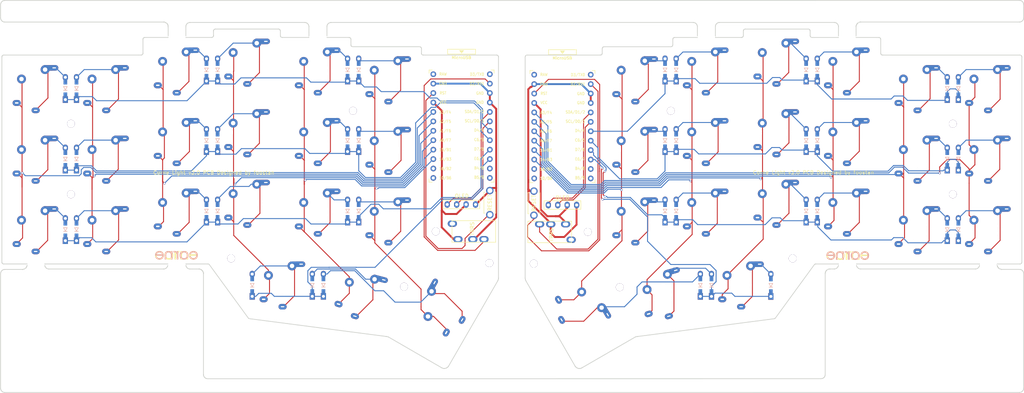
<source format=kicad_pcb>
(kicad_pcb (version 20171130) (host pcbnew "(5.1.5-0-10_14)")
  (title_block (title "Corne Light") (date 2018-12-26) (rev 2.1) (company foostan))
  (layers (0 F.Cu signal) (31 B.Cu signal) (34 B.Paste user) (35 F.Paste user) (36 B.SilkS user) (37 F.SilkS user) (38 B.Mask user) (39 F.Mask user) (44 Edge.Cuts user))
  (net 0 "")
  (net 1 row0)
  (net 2 "Net-(D1-Pad2)")
  (net 3 row1)
  (net 4 "Net-(D2-Pad2)")
  (net 5 row2)
  (net 6 "Net-(D3-Pad2)")
  (net 7 row3)
  (net 8 "Net-(D4-Pad2)")
  (net 9 "Net-(D5-Pad2)")
  (net 10 "Net-(D6-Pad2)")
  (net 11 "Net-(D7-Pad2)")
  (net 12 "Net-(D8-Pad2)")
  (net 13 "Net-(D9-Pad2)")
  (net 14 "Net-(D10-Pad2)")
  (net 15 "Net-(D11-Pad2)")
  (net 16 "Net-(D12-Pad2)")
  (net 17 "Net-(D13-Pad2)")
  (net 18 "Net-(D14-Pad2)")
  (net 19 "Net-(D15-Pad2)")
  (net 20 "Net-(D16-Pad2)")
  (net 21 "Net-(D17-Pad2)")
  (net 22 "Net-(D18-Pad2)")
  (net 23 "Net-(D19-Pad2)")
  (net 24 "Net-(D20-Pad2)")
  (net 25 "Net-(D21-Pad2)")
  (net 26 GND)
  (net 27 VCC)
  (net 28 col0)
  (net 29 col1)
  (net 30 col2)
  (net 31 col3)
  (net 32 col4)
  (net 33 col5)
  (net 34 data)
  (net 35 reset)
  (net 36 SCL)
  (net 37 SDA)
  (net 38 "Net-(U1-Pad14)")
  (net 39 "Net-(U1-Pad13)")
  (net 40 "Net-(U1-Pad12)")
  (net 41 "Net-(U1-Pad11)")
  (net 42 "Net-(J1-PadA)")
  (net 43 "Net-(U1-Pad24)")
  (net 44 "Net-(D22-Pad2)")
  (net 45 row0_r)
  (net 46 "Net-(D23-Pad2)")
  (net 47 "Net-(D24-Pad2)")
  (net 48 "Net-(D25-Pad2)")
  (net 49 "Net-(D26-Pad2)")
  (net 50 "Net-(D27-Pad2)")
  (net 51 row1_r)
  (net 52 "Net-(D28-Pad2)")
  (net 53 "Net-(D29-Pad2)")
  (net 54 "Net-(D30-Pad2)")
  (net 55 "Net-(D31-Pad2)")
  (net 56 "Net-(D32-Pad2)")
  (net 57 "Net-(D33-Pad2)")
  (net 58 row2_r)
  (net 59 "Net-(D34-Pad2)")
  (net 60 "Net-(D35-Pad2)")
  (net 61 "Net-(D36-Pad2)")
  (net 62 "Net-(D37-Pad2)")
  (net 63 "Net-(D38-Pad2)")
  (net 64 "Net-(D39-Pad2)")
  (net 65 "Net-(D40-Pad2)")
  (net 66 row3_r)
  (net 67 "Net-(D41-Pad2)")
  (net 68 "Net-(D42-Pad2)")
  (net 69 data_r)
  (net 70 "Net-(J6-PadA)")
  (net 71 SDA_r)
  (net 72 SCL_r)
  (net 73 reset_r)
  (net 74 col0_r)
  (net 75 col1_r)
  (net 76 col2_r)
  (net 77 col3_r)
  (net 78 col4_r)
  (net 79 col5_r)
  (net 80 "Net-(U2-Pad24)")
  (net 81 "Net-(U2-Pad14)")
  (net 82 "Net-(U2-Pad13)")
  (net 83 "Net-(U2-Pad12)")
  (net 84 "Net-(U2-Pad11)")
  (net 85 VDD)
  (net 86 GNDA)
  (net 87 "Net-(U1-Pad1)")
  (net 88 "Net-(U2-Pad1)")
  (module kbd:corne-logo-horizontal (layer F.Cu) (at 240.9975 91.01)
    (fp_text reference G*** hide)
    (fp_text value LOGO hide)
  )
  (module kbd:corne-logo-horizontal (layer B.Cu) (at 240.7675 91.01 180)
    (fp_text reference G*** hide)
    (fp_text value LOGO hide)
  )
  (module kbd:corne-logo-horizontal (layer B.Cu) (at 59.9875 90.93 180)
    (fp_text reference G*** hide)
    (fp_text value LOGO hide)
  )
  (module kbd:corne-logo-horizontal (layer F.Cu) (at 60.2175 90.93)
    (fp_text reference G*** hide)
    (fp_text value LOGO hide)
  )
  (module kbd:CherryMX_ChocV2_1u (layer F.Cu) (at 202.684847 60.170432)
    (fp_text reference SW32 hide)
    (fp_text value SW_PUSH hide)
    (pad 2 thru_hole circle (at 2.54 -5.08) (size 2.4 2.4) (drill 1.2) (layers *.Cu B.Mask) (net 56 "Net-(D32-Pad2)"))
    (pad 2 thru_hole oval (at 5 -5.55 0.5) (size 4.4 1.5) (drill oval 1 0.3 (offset -1.1 0)) (layers *.Cu B.Mask) (net 56 "Net-(D32-Pad2)"))
    (pad 1 thru_hole oval (at -5.1 3.9) (size 2.2 1.6) (drill oval 1 0.4) (layers *.Cu B.Mask) (net 78 col4_r))
    (pad "" np_thru_hole circle (at 0 0 90) (size 4.9 4.9) (drill 4.9) (layers *.Cu *.Mask))
    (pad "" np_thru_hole circle (at -5.5 0 90) (size 1.8 1.8) (drill 1.8) (layers *.Cu *.Mask))
    (pad "" np_thru_hole circle (at 5.5 0 90) (size 1.8 1.8) (drill 1.8) (layers *.Cu *.Mask))
    (pad 2 thru_hole oval (at 0 5.9) (size 2.2 1.5) (drill oval 1 0.3) (layers *.Cu B.Mask) (net 56 "Net-(D32-Pad2)"))
    (pad 1 thru_hole circle (at -3.81 -2.54) (size 2.4 2.4) (drill 1.2) (layers *.Cu B.Mask) (net 78 col4_r))
    (pad "" np_thru_hole circle (at 5.08 0) (size 1.7 1.7) (drill 1.7) (layers *.Cu *.Mask))
    (pad "" np_thru_hole circle (at -5.08 0) (size 1.7 1.7) (drill 1.7) (layers *.Cu *.Mask))
  )
  (module kbd:CherryMX_ChocV2_1u (layer F.Cu) (at 98.1875 60.17)
    (fp_text reference SW11 hide)
    (fp_text value SW_PUSH hide)
    (pad 2 thru_hole circle (at 2.54 -5.08) (size 2.4 2.4) (drill 1.2) (layers *.Cu B.Mask) (net 15 "Net-(D11-Pad2)"))
    (pad 2 thru_hole oval (at 5 -5.55 0.5) (size 4.4 1.5) (drill oval 1 0.3 (offset -1.1 0)) (layers *.Cu B.Mask) (net 15 "Net-(D11-Pad2)"))
    (pad 1 thru_hole oval (at -5.1 3.9) (size 2.2 1.6) (drill oval 1 0.4) (layers *.Cu B.Mask) (net 32 col4))
    (pad "" np_thru_hole circle (at 0 0 90) (size 4.9 4.9) (drill 4.9) (layers *.Cu *.Mask))
    (pad "" np_thru_hole circle (at -5.5 0 90) (size 1.8 1.8) (drill 1.8) (layers *.Cu *.Mask))
    (pad "" np_thru_hole circle (at 5.5 0 90) (size 1.8 1.8) (drill 1.8) (layers *.Cu *.Mask))
    (pad 2 thru_hole oval (at 0 5.9) (size 2.2 1.5) (drill oval 1 0.3) (layers *.Cu B.Mask) (net 15 "Net-(D11-Pad2)"))
    (pad 1 thru_hole circle (at -3.81 -2.54) (size 2.4 2.4) (drill 1.2) (layers *.Cu B.Mask) (net 32 col4))
    (pad "" np_thru_hole circle (at 5.08 0) (size 1.7 1.7) (drill 1.7) (layers *.Cu *.Mask))
    (pad "" np_thru_hole circle (at -5.08 0) (size 1.7 1.7) (drill 1.7) (layers *.Cu *.Mask))
  )
  (module kbd:CherryMX_ChocV2_1.5u (layer F.Cu) (at 168.934847 105.295432 300)
    (fp_text reference SW42 hide)
    (fp_text value SW_PUSH hide)
    (pad 2 thru_hole circle (at 2.54 -5.08 300) (size 2.4 2.4) (drill 1.2) (layers *.Cu B.Mask) (net 68 "Net-(D42-Pad2)"))
    (pad 2 thru_hole oval (at 5 -5.55 300.5) (size 4.4 1.5) (drill oval 1 0.3 (offset -1.1 0)) (layers *.Cu B.Mask) (net 68 "Net-(D42-Pad2)"))
    (pad 1 thru_hole oval (at -5.1 3.9 300) (size 2.2 1.6) (drill oval 1 0.4) (layers *.Cu B.Mask) (net 79 col5_r))
    (pad "" np_thru_hole circle (at 0 0 30) (size 4.9 4.9) (drill 4.9) (layers *.Cu *.Mask))
    (pad "" np_thru_hole circle (at -5.5 0 30) (size 1.8 1.8) (drill 1.8) (layers *.Cu *.Mask))
    (pad "" np_thru_hole circle (at 5.5 0 30) (size 1.8 1.8) (drill 1.8) (layers *.Cu *.Mask))
    (pad 2 thru_hole oval (at 0 5.9 300) (size 2.2 1.5) (drill oval 1 0.3) (layers *.Cu B.Mask) (net 68 "Net-(D42-Pad2)"))
    (pad 1 thru_hole circle (at -3.81 -2.54 300) (size 2.4 2.4) (drill 1.2) (layers *.Cu B.Mask) (net 79 col5_r))
    (pad "" np_thru_hole circle (at 5.08 0 300) (size 1.7 1.7) (drill 1.7) (layers *.Cu *.Mask))
    (pad "" np_thru_hole circle (at -5.08 0 300) (size 1.7 1.7) (drill 1.7) (layers *.Cu *.Mask))
  )
  (module kbd:CherryMX_ChocV2_1.5u (layer F.Cu) (at 131.9375 105.295 60)
    (fp_text reference SW21 hide)
    (fp_text value SW_PUSH hide)
    (pad 2 thru_hole circle (at 2.54 -5.08 60) (size 2.4 2.4) (drill 1.2) (layers *.Cu B.Mask) (net 25 "Net-(D21-Pad2)"))
    (pad 2 thru_hole oval (at 5 -5.55 60.5) (size 4.4 1.5) (drill oval 1 0.3 (offset -1.1 0)) (layers *.Cu B.Mask) (net 25 "Net-(D21-Pad2)"))
    (pad 1 thru_hole oval (at -5.1 3.9 60) (size 2.2 1.6) (drill oval 1 0.4) (layers *.Cu B.Mask) (net 33 col5))
    (pad "" np_thru_hole circle (at 0 0 150) (size 4.9 4.9) (drill 4.9) (layers *.Cu *.Mask))
    (pad "" np_thru_hole circle (at -5.5 0 150) (size 1.8 1.8) (drill 1.8) (layers *.Cu *.Mask))
    (pad "" np_thru_hole circle (at 5.5 0 150) (size 1.8 1.8) (drill 1.8) (layers *.Cu *.Mask))
    (pad 2 thru_hole oval (at 0 5.9 60) (size 2.2 1.5) (drill oval 1 0.3) (layers *.Cu B.Mask) (net 25 "Net-(D21-Pad2)"))
    (pad 1 thru_hole circle (at -3.81 -2.54 60) (size 2.4 2.4) (drill 1.2) (layers *.Cu B.Mask) (net 33 col5))
    (pad "" np_thru_hole circle (at 5.08 0 60) (size 1.7 1.7) (drill 1.7) (layers *.Cu *.Mask))
    (pad "" np_thru_hole circle (at -5.08 0 60) (size 1.7 1.7) (drill 1.7) (layers *.Cu *.Mask))
  )
  (module kbd:CherryMX_ChocV2_1u (layer F.Cu) (at 183.684847 62.545432)
    (fp_text reference SW33 hide)
    (fp_text value SW_PUSH hide)
    (pad 2 thru_hole circle (at 2.54 -5.08) (size 2.4 2.4) (drill 1.2) (layers *.Cu B.Mask) (net 57 "Net-(D33-Pad2)"))
    (pad 2 thru_hole oval (at 5 -5.55 0.5) (size 4.4 1.5) (drill oval 1 0.3 (offset -1.1 0)) (layers *.Cu B.Mask) (net 57 "Net-(D33-Pad2)"))
    (pad 1 thru_hole oval (at -5.1 3.9) (size 2.2 1.6) (drill oval 1 0.4) (layers *.Cu B.Mask) (net 79 col5_r))
    (pad "" np_thru_hole circle (at 0 0 90) (size 4.9 4.9) (drill 4.9) (layers *.Cu *.Mask))
    (pad "" np_thru_hole circle (at -5.5 0 90) (size 1.8 1.8) (drill 1.8) (layers *.Cu *.Mask))
    (pad "" np_thru_hole circle (at 5.5 0 90) (size 1.8 1.8) (drill 1.8) (layers *.Cu *.Mask))
    (pad 2 thru_hole oval (at 0 5.9) (size 2.2 1.5) (drill oval 1 0.3) (layers *.Cu B.Mask) (net 57 "Net-(D33-Pad2)"))
    (pad 1 thru_hole circle (at -3.81 -2.54) (size 2.4 2.4) (drill 1.2) (layers *.Cu B.Mask) (net 79 col5_r))
    (pad "" np_thru_hole circle (at 5.08 0) (size 1.7 1.7) (drill 1.7) (layers *.Cu *.Mask))
    (pad "" np_thru_hole circle (at -5.08 0) (size 1.7 1.7) (drill 1.7) (layers *.Cu *.Mask))
  )
  (module kbd:CherryMX_ChocV2_1u (layer F.Cu) (at 191.184847 101.545432 15)
    (fp_text reference SW41 hide)
    (fp_text value SW_PUSH hide)
    (pad 2 thru_hole circle (at 2.54 -5.08 15) (size 2.4 2.4) (drill 1.2) (layers *.Cu B.Mask) (net 67 "Net-(D41-Pad2)"))
    (pad 2 thru_hole oval (at 5 -5.55 15.5) (size 4.4 1.5) (drill oval 1 0.3 (offset -1.1 0)) (layers *.Cu B.Mask) (net 67 "Net-(D41-Pad2)"))
    (pad 1 thru_hole oval (at -5.1 3.9 15) (size 2.2 1.6) (drill oval 1 0.4) (layers *.Cu B.Mask) (net 78 col4_r))
    (pad "" np_thru_hole circle (at 0 0 105) (size 4.9 4.9) (drill 4.9) (layers *.Cu *.Mask))
    (pad "" np_thru_hole circle (at -5.5 0 105) (size 1.8 1.8) (drill 1.8) (layers *.Cu *.Mask))
    (pad "" np_thru_hole circle (at 5.5 0 105) (size 1.8 1.8) (drill 1.8) (layers *.Cu *.Mask))
    (pad 2 thru_hole oval (at 0 5.9 15) (size 2.2 1.5) (drill oval 1 0.3) (layers *.Cu B.Mask) (net 67 "Net-(D41-Pad2)"))
    (pad 1 thru_hole circle (at -3.81 -2.54 15) (size 2.4 2.4) (drill 1.2) (layers *.Cu B.Mask) (net 78 col4_r))
    (pad "" np_thru_hole circle (at 5.08 0 15) (size 1.7 1.7) (drill 1.7) (layers *.Cu *.Mask))
    (pad "" np_thru_hole circle (at -5.08 0 15) (size 1.7 1.7) (drill 1.7) (layers *.Cu *.Mask))
  )
  (module kbd:CherryMX_ChocV2_1u (layer F.Cu) (at 41.1875 64.92)
    (fp_text reference SW8 hide)
    (fp_text value SW_PUSH hide)
    (pad 2 thru_hole circle (at 2.54 -5.08) (size 2.4 2.4) (drill 1.2) (layers *.Cu B.Mask) (net 12 "Net-(D8-Pad2)"))
    (pad 2 thru_hole oval (at 5 -5.55 0.5) (size 4.4 1.5) (drill oval 1 0.3 (offset -1.1 0)) (layers *.Cu B.Mask) (net 12 "Net-(D8-Pad2)"))
    (pad 1 thru_hole oval (at -5.1 3.9) (size 2.2 1.6) (drill oval 1 0.4) (layers *.Cu B.Mask) (net 29 col1))
    (pad "" np_thru_hole circle (at 0 0 90) (size 4.9 4.9) (drill 4.9) (layers *.Cu *.Mask))
    (pad "" np_thru_hole circle (at -5.5 0 90) (size 1.8 1.8) (drill 1.8) (layers *.Cu *.Mask))
    (pad "" np_thru_hole circle (at 5.5 0 90) (size 1.8 1.8) (drill 1.8) (layers *.Cu *.Mask))
    (pad 2 thru_hole oval (at 0 5.9) (size 2.2 1.5) (drill oval 1 0.3) (layers *.Cu B.Mask) (net 12 "Net-(D8-Pad2)"))
    (pad 1 thru_hole circle (at -3.81 -2.54) (size 2.4 2.4) (drill 1.2) (layers *.Cu B.Mask) (net 29 col1))
    (pad "" np_thru_hole circle (at 5.08 0) (size 1.7 1.7) (drill 1.7) (layers *.Cu *.Mask))
    (pad "" np_thru_hole circle (at -5.08 0) (size 1.7 1.7) (drill 1.7) (layers *.Cu *.Mask))
  )
  (module kbd:CherryMX_ChocV2_1u (layer F.Cu) (at 22.1875 64.92)
    (fp_text reference SW7 hide)
    (fp_text value SW_PUSH hide)
    (pad 2 thru_hole circle (at 2.54 -5.08) (size 2.4 2.4) (drill 1.2) (layers *.Cu B.Mask) (net 11 "Net-(D7-Pad2)"))
    (pad 2 thru_hole oval (at 5 -5.55 0.5) (size 4.4 1.5) (drill oval 1 0.3 (offset -1.1 0)) (layers *.Cu B.Mask) (net 11 "Net-(D7-Pad2)"))
    (pad 1 thru_hole oval (at -5.1 3.9) (size 2.2 1.6) (drill oval 1 0.4) (layers *.Cu B.Mask) (net 28 col0))
    (pad "" np_thru_hole circle (at 0 0 90) (size 4.9 4.9) (drill 4.9) (layers *.Cu *.Mask))
    (pad "" np_thru_hole circle (at -5.5 0 90) (size 1.8 1.8) (drill 1.8) (layers *.Cu *.Mask))
    (pad "" np_thru_hole circle (at 5.5 0 90) (size 1.8 1.8) (drill 1.8) (layers *.Cu *.Mask))
    (pad 2 thru_hole oval (at 0 5.9) (size 2.2 1.5) (drill oval 1 0.3) (layers *.Cu B.Mask) (net 11 "Net-(D7-Pad2)"))
    (pad 1 thru_hole circle (at -3.81 -2.54) (size 2.4 2.4) (drill 1.2) (layers *.Cu B.Mask) (net 28 col0))
    (pad "" np_thru_hole circle (at 5.08 0) (size 1.7 1.7) (drill 1.7) (layers *.Cu *.Mask))
    (pad "" np_thru_hole circle (at -5.08 0) (size 1.7 1.7) (drill 1.7) (layers *.Cu *.Mask))
  )
  (module kbd:CherryMX_ChocV2_1u (layer F.Cu) (at 22.1875 45.92)
    (fp_text reference SW1 hide)
    (fp_text value SW_PUSH hide)
    (pad 2 thru_hole circle (at 2.54 -5.08) (size 2.4 2.4) (drill 1.2) (layers *.Cu B.Mask) (net 2 "Net-(D1-Pad2)"))
    (pad 2 thru_hole oval (at 5 -5.55 0.5) (size 4.4 1.5) (drill oval 1 0.3 (offset -1.1 0)) (layers *.Cu B.Mask) (net 2 "Net-(D1-Pad2)"))
    (pad 1 thru_hole oval (at -5.1 3.9) (size 2.2 1.6) (drill oval 1 0.4) (layers *.Cu B.Mask) (net 28 col0))
    (pad "" np_thru_hole circle (at 0 0 90) (size 4.9 4.9) (drill 4.9) (layers *.Cu *.Mask))
    (pad "" np_thru_hole circle (at -5.5 0 90) (size 1.8 1.8) (drill 1.8) (layers *.Cu *.Mask))
    (pad "" np_thru_hole circle (at 5.5 0 90) (size 1.8 1.8) (drill 1.8) (layers *.Cu *.Mask))
    (pad 2 thru_hole oval (at 0 5.9) (size 2.2 1.5) (drill oval 1 0.3) (layers *.Cu B.Mask) (net 2 "Net-(D1-Pad2)"))
    (pad 1 thru_hole circle (at -3.81 -2.54) (size 2.4 2.4) (drill 1.2) (layers *.Cu B.Mask) (net 28 col0))
    (pad "" np_thru_hole circle (at 5.08 0) (size 1.7 1.7) (drill 1.7) (layers *.Cu *.Mask))
    (pad "" np_thru_hole circle (at -5.08 0) (size 1.7 1.7) (drill 1.7) (layers *.Cu *.Mask))
  )
  (module kbd:CherryMX_ChocV2_1u (layer F.Cu) (at 41.1875 45.92)
    (fp_text reference SW2 hide)
    (fp_text value SW_PUSH hide)
    (pad 2 thru_hole circle (at 2.54 -5.08) (size 2.4 2.4) (drill 1.2) (layers *.Cu B.Mask) (net 4 "Net-(D2-Pad2)"))
    (pad 2 thru_hole oval (at 5 -5.55 0.5) (size 4.4 1.5) (drill oval 1 0.3 (offset -1.1 0)) (layers *.Cu B.Mask) (net 4 "Net-(D2-Pad2)"))
    (pad 1 thru_hole oval (at -5.1 3.9) (size 2.2 1.6) (drill oval 1 0.4) (layers *.Cu B.Mask) (net 29 col1))
    (pad "" np_thru_hole circle (at 0 0 90) (size 4.9 4.9) (drill 4.9) (layers *.Cu *.Mask))
    (pad "" np_thru_hole circle (at -5.5 0 90) (size 1.8 1.8) (drill 1.8) (layers *.Cu *.Mask))
    (pad "" np_thru_hole circle (at 5.5 0 90) (size 1.8 1.8) (drill 1.8) (layers *.Cu *.Mask))
    (pad 2 thru_hole oval (at 0 5.9) (size 2.2 1.5) (drill oval 1 0.3) (layers *.Cu B.Mask) (net 4 "Net-(D2-Pad2)"))
    (pad 1 thru_hole circle (at -3.81 -2.54) (size 2.4 2.4) (drill 1.2) (layers *.Cu B.Mask) (net 29 col1))
    (pad "" np_thru_hole circle (at 5.08 0) (size 1.7 1.7) (drill 1.7) (layers *.Cu *.Mask))
    (pad "" np_thru_hole circle (at -5.08 0) (size 1.7 1.7) (drill 1.7) (layers *.Cu *.Mask))
  )
  (module kbd:CherryMX_ChocV2_1u (layer F.Cu) (at 221.684847 76.795432)
    (fp_text reference SW37 hide)
    (fp_text value SW_PUSH hide)
    (pad 2 thru_hole circle (at 2.54 -5.08) (size 2.4 2.4) (drill 1.2) (layers *.Cu B.Mask) (net 62 "Net-(D37-Pad2)"))
    (pad 2 thru_hole oval (at 5 -5.55 0.5) (size 4.4 1.5) (drill oval 1 0.3 (offset -1.1 0)) (layers *.Cu B.Mask) (net 62 "Net-(D37-Pad2)"))
    (pad 1 thru_hole oval (at -5.1 3.9) (size 2.2 1.6) (drill oval 1 0.4) (layers *.Cu B.Mask) (net 77 col3_r))
    (pad "" np_thru_hole circle (at 0 0 90) (size 4.9 4.9) (drill 4.9) (layers *.Cu *.Mask))
    (pad "" np_thru_hole circle (at -5.5 0 90) (size 1.8 1.8) (drill 1.8) (layers *.Cu *.Mask))
    (pad "" np_thru_hole circle (at 5.5 0 90) (size 1.8 1.8) (drill 1.8) (layers *.Cu *.Mask))
    (pad 2 thru_hole oval (at 0 5.9) (size 2.2 1.5) (drill oval 1 0.3) (layers *.Cu B.Mask) (net 62 "Net-(D37-Pad2)"))
    (pad 1 thru_hole circle (at -3.81 -2.54) (size 2.4 2.4) (drill 1.2) (layers *.Cu B.Mask) (net 77 col3_r))
    (pad "" np_thru_hole circle (at 5.08 0) (size 1.7 1.7) (drill 1.7) (layers *.Cu *.Mask))
    (pad "" np_thru_hole circle (at -5.08 0) (size 1.7 1.7) (drill 1.7) (layers *.Cu *.Mask))
  )
  (module kbd:CherryMX_ChocV2_1u (layer F.Cu) (at 60.1875 60.17)
    (fp_text reference SW9 hide)
    (fp_text value SW_PUSH hide)
    (pad 2 thru_hole circle (at 2.54 -5.08) (size 2.4 2.4) (drill 1.2) (layers *.Cu B.Mask) (net 13 "Net-(D9-Pad2)"))
    (pad 2 thru_hole oval (at 5 -5.55 0.5) (size 4.4 1.5) (drill oval 1 0.3 (offset -1.1 0)) (layers *.Cu B.Mask) (net 13 "Net-(D9-Pad2)"))
    (pad 1 thru_hole oval (at -5.1 3.9) (size 2.2 1.6) (drill oval 1 0.4) (layers *.Cu B.Mask) (net 30 col2))
    (pad "" np_thru_hole circle (at 0 0 90) (size 4.9 4.9) (drill 4.9) (layers *.Cu *.Mask))
    (pad "" np_thru_hole circle (at -5.5 0 90) (size 1.8 1.8) (drill 1.8) (layers *.Cu *.Mask))
    (pad "" np_thru_hole circle (at 5.5 0 90) (size 1.8 1.8) (drill 1.8) (layers *.Cu *.Mask))
    (pad 2 thru_hole oval (at 0 5.9) (size 2.2 1.5) (drill oval 1 0.3) (layers *.Cu B.Mask) (net 13 "Net-(D9-Pad2)"))
    (pad 1 thru_hole circle (at -3.81 -2.54) (size 2.4 2.4) (drill 1.2) (layers *.Cu B.Mask) (net 30 col2))
    (pad "" np_thru_hole circle (at 5.08 0) (size 1.7 1.7) (drill 1.7) (layers *.Cu *.Mask))
    (pad "" np_thru_hole circle (at -5.08 0) (size 1.7 1.7) (drill 1.7) (layers *.Cu *.Mask))
  )
  (module kbd:CherryMX_ChocV2_1u (layer F.Cu) (at 202.684847 41.170432)
    (fp_text reference SW26 hide)
    (fp_text value SW_PUSH hide)
    (pad 2 thru_hole circle (at 2.54 -5.08) (size 2.4 2.4) (drill 1.2) (layers *.Cu B.Mask) (net 49 "Net-(D26-Pad2)"))
    (pad 2 thru_hole oval (at 5 -5.55 0.5) (size 4.4 1.5) (drill oval 1 0.3 (offset -1.1 0)) (layers *.Cu B.Mask) (net 49 "Net-(D26-Pad2)"))
    (pad 1 thru_hole oval (at -5.1 3.9) (size 2.2 1.6) (drill oval 1 0.4) (layers *.Cu B.Mask) (net 78 col4_r))
    (pad "" np_thru_hole circle (at 0 0 90) (size 4.9 4.9) (drill 4.9) (layers *.Cu *.Mask))
    (pad "" np_thru_hole circle (at -5.5 0 90) (size 1.8 1.8) (drill 1.8) (layers *.Cu *.Mask))
    (pad "" np_thru_hole circle (at 5.5 0 90) (size 1.8 1.8) (drill 1.8) (layers *.Cu *.Mask))
    (pad 2 thru_hole oval (at 0 5.9) (size 2.2 1.5) (drill oval 1 0.3) (layers *.Cu B.Mask) (net 49 "Net-(D26-Pad2)"))
    (pad 1 thru_hole circle (at -3.81 -2.54) (size 2.4 2.4) (drill 1.2) (layers *.Cu B.Mask) (net 78 col4_r))
    (pad "" np_thru_hole circle (at 5.08 0) (size 1.7 1.7) (drill 1.7) (layers *.Cu *.Mask))
    (pad "" np_thru_hole circle (at -5.08 0) (size 1.7 1.7) (drill 1.7) (layers *.Cu *.Mask))
  )
  (module kbd:CherryMX_ChocV2_1u (layer F.Cu) (at 117.1875 81.545)
    (fp_text reference SW18 hide)
    (fp_text value SW_PUSH hide)
    (pad 2 thru_hole circle (at 2.54 -5.08) (size 2.4 2.4) (drill 1.2) (layers *.Cu B.Mask) (net 22 "Net-(D18-Pad2)"))
    (pad 2 thru_hole oval (at 5 -5.55 0.5) (size 4.4 1.5) (drill oval 1 0.3 (offset -1.1 0)) (layers *.Cu B.Mask) (net 22 "Net-(D18-Pad2)"))
    (pad 1 thru_hole oval (at -5.1 3.9) (size 2.2 1.6) (drill oval 1 0.4) (layers *.Cu B.Mask) (net 33 col5))
    (pad "" np_thru_hole circle (at 0 0 90) (size 4.9 4.9) (drill 4.9) (layers *.Cu *.Mask))
    (pad "" np_thru_hole circle (at -5.5 0 90) (size 1.8 1.8) (drill 1.8) (layers *.Cu *.Mask))
    (pad "" np_thru_hole circle (at 5.5 0 90) (size 1.8 1.8) (drill 1.8) (layers *.Cu *.Mask))
    (pad 2 thru_hole oval (at 0 5.9) (size 2.2 1.5) (drill oval 1 0.3) (layers *.Cu B.Mask) (net 22 "Net-(D18-Pad2)"))
    (pad 1 thru_hole circle (at -3.81 -2.54) (size 2.4 2.4) (drill 1.2) (layers *.Cu B.Mask) (net 33 col5))
    (pad "" np_thru_hole circle (at 5.08 0) (size 1.7 1.7) (drill 1.7) (layers *.Cu *.Mask))
    (pad "" np_thru_hole circle (at -5.08 0) (size 1.7 1.7) (drill 1.7) (layers *.Cu *.Mask))
  )
  (module kbd:CherryMX_ChocV2_1u (layer F.Cu) (at 60.1875 41.17)
    (fp_text reference SW3 hide)
    (fp_text value SW_PUSH hide)
    (pad 2 thru_hole circle (at 2.54 -5.08) (size 2.4 2.4) (drill 1.2) (layers *.Cu B.Mask) (net 6 "Net-(D3-Pad2)"))
    (pad 2 thru_hole oval (at 5 -5.55 0.5) (size 4.4 1.5) (drill oval 1 0.3 (offset -1.1 0)) (layers *.Cu B.Mask) (net 6 "Net-(D3-Pad2)"))
    (pad 1 thru_hole oval (at -5.1 3.9) (size 2.2 1.6) (drill oval 1 0.4) (layers *.Cu B.Mask) (net 30 col2))
    (pad "" np_thru_hole circle (at 0 0 90) (size 4.9 4.9) (drill 4.9) (layers *.Cu *.Mask))
    (pad "" np_thru_hole circle (at -5.5 0 90) (size 1.8 1.8) (drill 1.8) (layers *.Cu *.Mask))
    (pad "" np_thru_hole circle (at 5.5 0 90) (size 1.8 1.8) (drill 1.8) (layers *.Cu *.Mask))
    (pad 2 thru_hole oval (at 0 5.9) (size 2.2 1.5) (drill oval 1 0.3) (layers *.Cu B.Mask) (net 6 "Net-(D3-Pad2)"))
    (pad 1 thru_hole circle (at -3.81 -2.54) (size 2.4 2.4) (drill 1.2) (layers *.Cu B.Mask) (net 30 col2))
    (pad "" np_thru_hole circle (at 5.08 0) (size 1.7 1.7) (drill 1.7) (layers *.Cu *.Mask))
    (pad "" np_thru_hole circle (at -5.08 0) (size 1.7 1.7) (drill 1.7) (layers *.Cu *.Mask))
  )
  (module kbd:CherryMX_ChocV2_1u (layer F.Cu) (at 41.1875 83.92)
    (fp_text reference SW14 hide)
    (fp_text value SW_PUSH hide)
    (pad 2 thru_hole circle (at 2.54 -5.08) (size 2.4 2.4) (drill 1.2) (layers *.Cu B.Mask) (net 18 "Net-(D14-Pad2)"))
    (pad 2 thru_hole oval (at 5 -5.55 0.5) (size 4.4 1.5) (drill oval 1 0.3 (offset -1.1 0)) (layers *.Cu B.Mask) (net 18 "Net-(D14-Pad2)"))
    (pad 1 thru_hole oval (at -5.1 3.9) (size 2.2 1.6) (drill oval 1 0.4) (layers *.Cu B.Mask) (net 29 col1))
    (pad "" np_thru_hole circle (at 0 0 90) (size 4.9 4.9) (drill 4.9) (layers *.Cu *.Mask))
    (pad "" np_thru_hole circle (at -5.5 0 90) (size 1.8 1.8) (drill 1.8) (layers *.Cu *.Mask))
    (pad "" np_thru_hole circle (at 5.5 0 90) (size 1.8 1.8) (drill 1.8) (layers *.Cu *.Mask))
    (pad 2 thru_hole oval (at 0 5.9) (size 2.2 1.5) (drill oval 1 0.3) (layers *.Cu B.Mask) (net 18 "Net-(D14-Pad2)"))
    (pad 1 thru_hole circle (at -3.81 -2.54) (size 2.4 2.4) (drill 1.2) (layers *.Cu B.Mask) (net 29 col1))
    (pad "" np_thru_hole circle (at 5.08 0) (size 1.7 1.7) (drill 1.7) (layers *.Cu *.Mask))
    (pad "" np_thru_hole circle (at -5.08 0) (size 1.7 1.7) (drill 1.7) (layers *.Cu *.Mask))
  )
  (module kbd:CherryMX_ChocV2_1u (layer F.Cu) (at 183.684847 43.545432)
    (fp_text reference SW27 hide)
    (fp_text value SW_PUSH hide)
    (pad 2 thru_hole circle (at 2.54 -5.08) (size 2.4 2.4) (drill 1.2) (layers *.Cu B.Mask) (net 50 "Net-(D27-Pad2)"))
    (pad 2 thru_hole oval (at 5 -5.55 0.5) (size 4.4 1.5) (drill oval 1 0.3 (offset -1.1 0)) (layers *.Cu B.Mask) (net 50 "Net-(D27-Pad2)"))
    (pad 1 thru_hole oval (at -5.1 3.9) (size 2.2 1.6) (drill oval 1 0.4) (layers *.Cu B.Mask) (net 79 col5_r))
    (pad "" np_thru_hole circle (at 0 0 90) (size 4.9 4.9) (drill 4.9) (layers *.Cu *.Mask))
    (pad "" np_thru_hole circle (at -5.5 0 90) (size 1.8 1.8) (drill 1.8) (layers *.Cu *.Mask))
    (pad "" np_thru_hole circle (at 5.5 0 90) (size 1.8 1.8) (drill 1.8) (layers *.Cu *.Mask))
    (pad 2 thru_hole oval (at 0 5.9) (size 2.2 1.5) (drill oval 1 0.3) (layers *.Cu B.Mask) (net 50 "Net-(D27-Pad2)"))
    (pad 1 thru_hole circle (at -3.81 -2.54) (size 2.4 2.4) (drill 1.2) (layers *.Cu B.Mask) (net 79 col5_r))
    (pad "" np_thru_hole circle (at 5.08 0) (size 1.7 1.7) (drill 1.7) (layers *.Cu *.Mask))
    (pad "" np_thru_hole circle (at -5.08 0) (size 1.7 1.7) (drill 1.7) (layers *.Cu *.Mask))
  )
  (module kbd:CherryMX_ChocV2_1u (layer F.Cu) (at 117.1875 62.545)
    (fp_text reference SW12 hide)
    (fp_text value SW_PUSH hide)
    (pad 2 thru_hole circle (at 2.54 -5.08) (size 2.4 2.4) (drill 1.2) (layers *.Cu B.Mask) (net 16 "Net-(D12-Pad2)"))
    (pad 2 thru_hole oval (at 5 -5.55 0.5) (size 4.4 1.5) (drill oval 1 0.3 (offset -1.1 0)) (layers *.Cu B.Mask) (net 16 "Net-(D12-Pad2)"))
    (pad 1 thru_hole oval (at -5.1 3.9) (size 2.2 1.6) (drill oval 1 0.4) (layers *.Cu B.Mask) (net 33 col5))
    (pad "" np_thru_hole circle (at 0 0 90) (size 4.9 4.9) (drill 4.9) (layers *.Cu *.Mask))
    (pad "" np_thru_hole circle (at -5.5 0 90) (size 1.8 1.8) (drill 1.8) (layers *.Cu *.Mask))
    (pad "" np_thru_hole circle (at 5.5 0 90) (size 1.8 1.8) (drill 1.8) (layers *.Cu *.Mask))
    (pad 2 thru_hole oval (at 0 5.9) (size 2.2 1.5) (drill oval 1 0.3) (layers *.Cu B.Mask) (net 16 "Net-(D12-Pad2)"))
    (pad 1 thru_hole circle (at -3.81 -2.54) (size 2.4 2.4) (drill 1.2) (layers *.Cu B.Mask) (net 33 col5))
    (pad "" np_thru_hole circle (at 5.08 0) (size 1.7 1.7) (drill 1.7) (layers *.Cu *.Mask))
    (pad "" np_thru_hole circle (at -5.08 0) (size 1.7 1.7) (drill 1.7) (layers *.Cu *.Mask))
  )
  (module kbd:CherryMX_ChocV2_1u (layer F.Cu) (at 109.6875 101.545 345)
    (fp_text reference SW20 hide)
    (fp_text value SW_PUSH hide)
    (pad 2 thru_hole circle (at 2.54 -5.08 345) (size 2.4 2.4) (drill 1.2) (layers *.Cu B.Mask) (net 24 "Net-(D20-Pad2)"))
    (pad 2 thru_hole oval (at 5 -5.55 345.5) (size 4.4 1.5) (drill oval 1 0.3 (offset -1.1 0)) (layers *.Cu B.Mask) (net 24 "Net-(D20-Pad2)"))
    (pad 1 thru_hole oval (at -5.1 3.9 345) (size 2.2 1.6) (drill oval 1 0.4) (layers *.Cu B.Mask) (net 32 col4))
    (pad "" np_thru_hole circle (at 0 0 75) (size 4.9 4.9) (drill 4.9) (layers *.Cu *.Mask))
    (pad "" np_thru_hole circle (at -5.5 0 75) (size 1.8 1.8) (drill 1.8) (layers *.Cu *.Mask))
    (pad "" np_thru_hole circle (at 5.5 0 75) (size 1.8 1.8) (drill 1.8) (layers *.Cu *.Mask))
    (pad 2 thru_hole oval (at 0 5.9 345) (size 2.2 1.5) (drill oval 1 0.3) (layers *.Cu B.Mask) (net 24 "Net-(D20-Pad2)"))
    (pad 1 thru_hole circle (at -3.81 -2.54 345) (size 2.4 2.4) (drill 1.2) (layers *.Cu B.Mask) (net 32 col4))
    (pad "" np_thru_hole circle (at 5.08 0 345) (size 1.7 1.7) (drill 1.7) (layers *.Cu *.Mask))
    (pad "" np_thru_hole circle (at -5.08 0 345) (size 1.7 1.7) (drill 1.7) (layers *.Cu *.Mask))
  )
  (module kbd:CherryMX_ChocV2_1u (layer F.Cu) (at 79.1875 57.795)
    (fp_text reference SW10 hide)
    (fp_text value SW_PUSH hide)
    (pad 2 thru_hole circle (at 2.54 -5.08) (size 2.4 2.4) (drill 1.2) (layers *.Cu B.Mask) (net 14 "Net-(D10-Pad2)"))
    (pad 2 thru_hole oval (at 5 -5.55 0.5) (size 4.4 1.5) (drill oval 1 0.3 (offset -1.1 0)) (layers *.Cu B.Mask) (net 14 "Net-(D10-Pad2)"))
    (pad 1 thru_hole oval (at -5.1 3.9) (size 2.2 1.6) (drill oval 1 0.4) (layers *.Cu B.Mask) (net 31 col3))
    (pad "" np_thru_hole circle (at 0 0 90) (size 4.9 4.9) (drill 4.9) (layers *.Cu *.Mask))
    (pad "" np_thru_hole circle (at -5.5 0 90) (size 1.8 1.8) (drill 1.8) (layers *.Cu *.Mask))
    (pad "" np_thru_hole circle (at 5.5 0 90) (size 1.8 1.8) (drill 1.8) (layers *.Cu *.Mask))
    (pad 2 thru_hole oval (at 0 5.9) (size 2.2 1.5) (drill oval 1 0.3) (layers *.Cu B.Mask) (net 14 "Net-(D10-Pad2)"))
    (pad 1 thru_hole circle (at -3.81 -2.54) (size 2.4 2.4) (drill 1.2) (layers *.Cu B.Mask) (net 31 col3))
    (pad "" np_thru_hole circle (at 5.08 0) (size 1.7 1.7) (drill 1.7) (layers *.Cu *.Mask))
    (pad "" np_thru_hole circle (at -5.08 0) (size 1.7 1.7) (drill 1.7) (layers *.Cu *.Mask))
  )
  (module kbd:CherryMX_ChocV2_1u (layer F.Cu) (at 60.1875 79.17)
    (fp_text reference SW15 hide)
    (fp_text value SW_PUSH hide)
    (pad 2 thru_hole circle (at 2.54 -5.08) (size 2.4 2.4) (drill 1.2) (layers *.Cu B.Mask) (net 19 "Net-(D15-Pad2)"))
    (pad 2 thru_hole oval (at 5 -5.55 0.5) (size 4.4 1.5) (drill oval 1 0.3 (offset -1.1 0)) (layers *.Cu B.Mask) (net 19 "Net-(D15-Pad2)"))
    (pad 1 thru_hole oval (at -5.1 3.9) (size 2.2 1.6) (drill oval 1 0.4) (layers *.Cu B.Mask) (net 30 col2))
    (pad "" np_thru_hole circle (at 0 0 90) (size 4.9 4.9) (drill 4.9) (layers *.Cu *.Mask))
    (pad "" np_thru_hole circle (at -5.5 0 90) (size 1.8 1.8) (drill 1.8) (layers *.Cu *.Mask))
    (pad "" np_thru_hole circle (at 5.5 0 90) (size 1.8 1.8) (drill 1.8) (layers *.Cu *.Mask))
    (pad 2 thru_hole oval (at 0 5.9) (size 2.2 1.5) (drill oval 1 0.3) (layers *.Cu B.Mask) (net 19 "Net-(D15-Pad2)"))
    (pad 1 thru_hole circle (at -3.81 -2.54) (size 2.4 2.4) (drill 1.2) (layers *.Cu B.Mask) (net 30 col2))
    (pad "" np_thru_hole circle (at 5.08 0) (size 1.7 1.7) (drill 1.7) (layers *.Cu *.Mask))
    (pad "" np_thru_hole circle (at -5.08 0) (size 1.7 1.7) (drill 1.7) (layers *.Cu *.Mask))
  )
  (module kbd:CherryMX_ChocV2_1u (layer F.Cu) (at 79.1875 76.795)
    (fp_text reference SW16 hide)
    (fp_text value SW_PUSH hide)
    (pad 2 thru_hole circle (at 2.54 -5.08) (size 2.4 2.4) (drill 1.2) (layers *.Cu B.Mask) (net 20 "Net-(D16-Pad2)"))
    (pad 2 thru_hole oval (at 5 -5.55 0.5) (size 4.4 1.5) (drill oval 1 0.3 (offset -1.1 0)) (layers *.Cu B.Mask) (net 20 "Net-(D16-Pad2)"))
    (pad 1 thru_hole oval (at -5.1 3.9) (size 2.2 1.6) (drill oval 1 0.4) (layers *.Cu B.Mask) (net 31 col3))
    (pad "" np_thru_hole circle (at 0 0 90) (size 4.9 4.9) (drill 4.9) (layers *.Cu *.Mask))
    (pad "" np_thru_hole circle (at -5.5 0 90) (size 1.8 1.8) (drill 1.8) (layers *.Cu *.Mask))
    (pad "" np_thru_hole circle (at 5.5 0 90) (size 1.8 1.8) (drill 1.8) (layers *.Cu *.Mask))
    (pad 2 thru_hole oval (at 0 5.9) (size 2.2 1.5) (drill oval 1 0.3) (layers *.Cu B.Mask) (net 20 "Net-(D16-Pad2)"))
    (pad 1 thru_hole circle (at -3.81 -2.54) (size 2.4 2.4) (drill 1.2) (layers *.Cu B.Mask) (net 31 col3))
    (pad "" np_thru_hole circle (at 5.08 0) (size 1.7 1.7) (drill 1.7) (layers *.Cu *.Mask))
    (pad "" np_thru_hole circle (at -5.08 0) (size 1.7 1.7) (drill 1.7) (layers *.Cu *.Mask))
  )
  (module kbd:CherryMX_ChocV2_1u (layer F.Cu) (at 98.1875 79.17)
    (fp_text reference SW17 hide)
    (fp_text value SW_PUSH hide)
    (pad 2 thru_hole circle (at 2.54 -5.08) (size 2.4 2.4) (drill 1.2) (layers *.Cu B.Mask) (net 21 "Net-(D17-Pad2)"))
    (pad 2 thru_hole oval (at 5 -5.55 0.5) (size 4.4 1.5) (drill oval 1 0.3 (offset -1.1 0)) (layers *.Cu B.Mask) (net 21 "Net-(D17-Pad2)"))
    (pad 1 thru_hole oval (at -5.1 3.9) (size 2.2 1.6) (drill oval 1 0.4) (layers *.Cu B.Mask) (net 32 col4))
    (pad "" np_thru_hole circle (at 0 0 90) (size 4.9 4.9) (drill 4.9) (layers *.Cu *.Mask))
    (pad "" np_thru_hole circle (at -5.5 0 90) (size 1.8 1.8) (drill 1.8) (layers *.Cu *.Mask))
    (pad "" np_thru_hole circle (at 5.5 0 90) (size 1.8 1.8) (drill 1.8) (layers *.Cu *.Mask))
    (pad 2 thru_hole oval (at 0 5.9) (size 2.2 1.5) (drill oval 1 0.3) (layers *.Cu B.Mask) (net 21 "Net-(D17-Pad2)"))
    (pad 1 thru_hole circle (at -3.81 -2.54) (size 2.4 2.4) (drill 1.2) (layers *.Cu B.Mask) (net 32 col4))
    (pad "" np_thru_hole circle (at 5.08 0) (size 1.7 1.7) (drill 1.7) (layers *.Cu *.Mask))
    (pad "" np_thru_hole circle (at -5.08 0) (size 1.7 1.7) (drill 1.7) (layers *.Cu *.Mask))
  )
  (module kbd:CherryMX_ChocV2_1u (layer F.Cu) (at 88.6875 98.795)
    (fp_text reference SW19 hide)
    (fp_text value SW_PUSH hide)
    (pad 2 thru_hole circle (at 2.54 -5.08) (size 2.4 2.4) (drill 1.2) (layers *.Cu B.Mask) (net 23 "Net-(D19-Pad2)"))
    (pad 2 thru_hole oval (at 5 -5.55 0.5) (size 4.4 1.5) (drill oval 1 0.3 (offset -1.1 0)) (layers *.Cu B.Mask) (net 23 "Net-(D19-Pad2)"))
    (pad 1 thru_hole oval (at -5.1 3.9) (size 2.2 1.6) (drill oval 1 0.4) (layers *.Cu B.Mask) (net 31 col3))
    (pad "" np_thru_hole circle (at 0 0 90) (size 4.9 4.9) (drill 4.9) (layers *.Cu *.Mask))
    (pad "" np_thru_hole circle (at -5.5 0 90) (size 1.8 1.8) (drill 1.8) (layers *.Cu *.Mask))
    (pad "" np_thru_hole circle (at 5.5 0 90) (size 1.8 1.8) (drill 1.8) (layers *.Cu *.Mask))
    (pad 2 thru_hole oval (at 0 5.9) (size 2.2 1.5) (drill oval 1 0.3) (layers *.Cu B.Mask) (net 23 "Net-(D19-Pad2)"))
    (pad 1 thru_hole circle (at -3.81 -2.54) (size 2.4 2.4) (drill 1.2) (layers *.Cu B.Mask) (net 31 col3))
    (pad "" np_thru_hole circle (at 5.08 0) (size 1.7 1.7) (drill 1.7) (layers *.Cu *.Mask))
    (pad "" np_thru_hole circle (at -5.08 0) (size 1.7 1.7) (drill 1.7) (layers *.Cu *.Mask))
  )
  (module kbd:CherryMX_ChocV2_1u (layer F.Cu) (at 22.1875 83.92)
    (fp_text reference SW13 hide)
    (fp_text value SW_PUSH hide)
    (pad 2 thru_hole circle (at 2.54 -5.08) (size 2.4 2.4) (drill 1.2) (layers *.Cu B.Mask) (net 17 "Net-(D13-Pad2)"))
    (pad 2 thru_hole oval (at 5 -5.55 0.5) (size 4.4 1.5) (drill oval 1 0.3 (offset -1.1 0)) (layers *.Cu B.Mask) (net 17 "Net-(D13-Pad2)"))
    (pad 1 thru_hole oval (at -5.1 3.9) (size 2.2 1.6) (drill oval 1 0.4) (layers *.Cu B.Mask) (net 28 col0))
    (pad "" np_thru_hole circle (at 0 0 90) (size 4.9 4.9) (drill 4.9) (layers *.Cu *.Mask))
    (pad "" np_thru_hole circle (at -5.5 0 90) (size 1.8 1.8) (drill 1.8) (layers *.Cu *.Mask))
    (pad "" np_thru_hole circle (at 5.5 0 90) (size 1.8 1.8) (drill 1.8) (layers *.Cu *.Mask))
    (pad 2 thru_hole oval (at 0 5.9) (size 2.2 1.5) (drill oval 1 0.3) (layers *.Cu B.Mask) (net 17 "Net-(D13-Pad2)"))
    (pad 1 thru_hole circle (at -3.81 -2.54) (size 2.4 2.4) (drill 1.2) (layers *.Cu B.Mask) (net 28 col0))
    (pad "" np_thru_hole circle (at 5.08 0) (size 1.7 1.7) (drill 1.7) (layers *.Cu *.Mask))
    (pad "" np_thru_hole circle (at -5.08 0) (size 1.7 1.7) (drill 1.7) (layers *.Cu *.Mask))
  )
  (module kbd:CherryMX_ChocV2_1u (layer F.Cu) (at 183.684847 81.545432)
    (fp_text reference SW39 hide)
    (fp_text value SW_PUSH hide)
    (pad 2 thru_hole circle (at 2.54 -5.08) (size 2.4 2.4) (drill 1.2) (layers *.Cu B.Mask) (net 64 "Net-(D39-Pad2)"))
    (pad 2 thru_hole oval (at 5 -5.55 0.5) (size 4.4 1.5) (drill oval 1 0.3 (offset -1.1 0)) (layers *.Cu B.Mask) (net 64 "Net-(D39-Pad2)"))
    (pad 1 thru_hole oval (at -5.1 3.9) (size 2.2 1.6) (drill oval 1 0.4) (layers *.Cu B.Mask) (net 79 col5_r))
    (pad "" np_thru_hole circle (at 0 0 90) (size 4.9 4.9) (drill 4.9) (layers *.Cu *.Mask))
    (pad "" np_thru_hole circle (at -5.5 0 90) (size 1.8 1.8) (drill 1.8) (layers *.Cu *.Mask))
    (pad "" np_thru_hole circle (at 5.5 0 90) (size 1.8 1.8) (drill 1.8) (layers *.Cu *.Mask))
    (pad 2 thru_hole oval (at 0 5.9) (size 2.2 1.5) (drill oval 1 0.3) (layers *.Cu B.Mask) (net 64 "Net-(D39-Pad2)"))
    (pad 1 thru_hole circle (at -3.81 -2.54) (size 2.4 2.4) (drill 1.2) (layers *.Cu B.Mask) (net 79 col5_r))
    (pad "" np_thru_hole circle (at 5.08 0) (size 1.7 1.7) (drill 1.7) (layers *.Cu *.Mask))
    (pad "" np_thru_hole circle (at -5.08 0) (size 1.7 1.7) (drill 1.7) (layers *.Cu *.Mask))
  )
  (module kbd:CherryMX_ChocV2_1u (layer F.Cu) (at 278.684847 64.920432)
    (fp_text reference SW28 hide)
    (fp_text value SW_PUSH hide)
    (pad 2 thru_hole circle (at 2.54 -5.08) (size 2.4 2.4) (drill 1.2) (layers *.Cu B.Mask) (net 52 "Net-(D28-Pad2)"))
    (pad 2 thru_hole oval (at 5 -5.55 0.5) (size 4.4 1.5) (drill oval 1 0.3 (offset -1.1 0)) (layers *.Cu B.Mask) (net 52 "Net-(D28-Pad2)"))
    (pad 1 thru_hole oval (at -5.1 3.9) (size 2.2 1.6) (drill oval 1 0.4) (layers *.Cu B.Mask) (net 74 col0_r))
    (pad "" np_thru_hole circle (at 0 0 90) (size 4.9 4.9) (drill 4.9) (layers *.Cu *.Mask))
    (pad "" np_thru_hole circle (at -5.5 0 90) (size 1.8 1.8) (drill 1.8) (layers *.Cu *.Mask))
    (pad "" np_thru_hole circle (at 5.5 0 90) (size 1.8 1.8) (drill 1.8) (layers *.Cu *.Mask))
    (pad 2 thru_hole oval (at 0 5.9) (size 2.2 1.5) (drill oval 1 0.3) (layers *.Cu B.Mask) (net 52 "Net-(D28-Pad2)"))
    (pad 1 thru_hole circle (at -3.81 -2.54) (size 2.4 2.4) (drill 1.2) (layers *.Cu B.Mask) (net 74 col0_r))
    (pad "" np_thru_hole circle (at 5.08 0) (size 1.7 1.7) (drill 1.7) (layers *.Cu *.Mask))
    (pad "" np_thru_hole circle (at -5.08 0) (size 1.7 1.7) (drill 1.7) (layers *.Cu *.Mask))
  )
  (module kbd:CherryMX_ChocV2_1u (layer F.Cu) (at 259.684847 45.920432)
    (fp_text reference SW23 hide)
    (fp_text value SW_PUSH hide)
    (pad 2 thru_hole circle (at 2.54 -5.08) (size 2.4 2.4) (drill 1.2) (layers *.Cu B.Mask) (net 46 "Net-(D23-Pad2)"))
    (pad 2 thru_hole oval (at 5 -5.55 0.5) (size 4.4 1.5) (drill oval 1 0.3 (offset -1.1 0)) (layers *.Cu B.Mask) (net 46 "Net-(D23-Pad2)"))
    (pad 1 thru_hole oval (at -5.1 3.9) (size 2.2 1.6) (drill oval 1 0.4) (layers *.Cu B.Mask) (net 75 col1_r))
    (pad "" np_thru_hole circle (at 0 0 90) (size 4.9 4.9) (drill 4.9) (layers *.Cu *.Mask))
    (pad "" np_thru_hole circle (at -5.5 0 90) (size 1.8 1.8) (drill 1.8) (layers *.Cu *.Mask))
    (pad "" np_thru_hole circle (at 5.5 0 90) (size 1.8 1.8) (drill 1.8) (layers *.Cu *.Mask))
    (pad 2 thru_hole oval (at 0 5.9) (size 2.2 1.5) (drill oval 1 0.3) (layers *.Cu B.Mask) (net 46 "Net-(D23-Pad2)"))
    (pad 1 thru_hole circle (at -3.81 -2.54) (size 2.4 2.4) (drill 1.2) (layers *.Cu B.Mask) (net 75 col1_r))
    (pad "" np_thru_hole circle (at 5.08 0) (size 1.7 1.7) (drill 1.7) (layers *.Cu *.Mask))
    (pad "" np_thru_hole circle (at -5.08 0) (size 1.7 1.7) (drill 1.7) (layers *.Cu *.Mask))
  )
  (module kbd:CherryMX_ChocV2_1u (layer F.Cu) (at 212.184847 98.795432)
    (fp_text reference SW40 hide)
    (fp_text value SW_PUSH hide)
    (pad 2 thru_hole circle (at 2.54 -5.08) (size 2.4 2.4) (drill 1.2) (layers *.Cu B.Mask) (net 65 "Net-(D40-Pad2)"))
    (pad 2 thru_hole oval (at 5 -5.55 0.5) (size 4.4 1.5) (drill oval 1 0.3 (offset -1.1 0)) (layers *.Cu B.Mask) (net 65 "Net-(D40-Pad2)"))
    (pad 1 thru_hole oval (at -5.1 3.9) (size 2.2 1.6) (drill oval 1 0.4) (layers *.Cu B.Mask) (net 77 col3_r))
    (pad "" np_thru_hole circle (at 0 0 90) (size 4.9 4.9) (drill 4.9) (layers *.Cu *.Mask))
    (pad "" np_thru_hole circle (at -5.5 0 90) (size 1.8 1.8) (drill 1.8) (layers *.Cu *.Mask))
    (pad "" np_thru_hole circle (at 5.5 0 90) (size 1.8 1.8) (drill 1.8) (layers *.Cu *.Mask))
    (pad 2 thru_hole oval (at 0 5.9) (size 2.2 1.5) (drill oval 1 0.3) (layers *.Cu B.Mask) (net 65 "Net-(D40-Pad2)"))
    (pad 1 thru_hole circle (at -3.81 -2.54) (size 2.4 2.4) (drill 1.2) (layers *.Cu B.Mask) (net 77 col3_r))
    (pad "" np_thru_hole circle (at 5.08 0) (size 1.7 1.7) (drill 1.7) (layers *.Cu *.Mask))
    (pad "" np_thru_hole circle (at -5.08 0) (size 1.7 1.7) (drill 1.7) (layers *.Cu *.Mask))
  )
  (module kbd:CherryMX_ChocV2_1u (layer F.Cu) (at 202.684847 79.170432)
    (fp_text reference SW38 hide)
    (fp_text value SW_PUSH hide)
    (pad 2 thru_hole circle (at 2.54 -5.08) (size 2.4 2.4) (drill 1.2) (layers *.Cu B.Mask) (net 63 "Net-(D38-Pad2)"))
    (pad 2 thru_hole oval (at 5 -5.55 0.5) (size 4.4 1.5) (drill oval 1 0.3 (offset -1.1 0)) (layers *.Cu B.Mask) (net 63 "Net-(D38-Pad2)"))
    (pad 1 thru_hole oval (at -5.1 3.9) (size 2.2 1.6) (drill oval 1 0.4) (layers *.Cu B.Mask) (net 78 col4_r))
    (pad "" np_thru_hole circle (at 0 0 90) (size 4.9 4.9) (drill 4.9) (layers *.Cu *.Mask))
    (pad "" np_thru_hole circle (at -5.5 0 90) (size 1.8 1.8) (drill 1.8) (layers *.Cu *.Mask))
    (pad "" np_thru_hole circle (at 5.5 0 90) (size 1.8 1.8) (drill 1.8) (layers *.Cu *.Mask))
    (pad 2 thru_hole oval (at 0 5.9) (size 2.2 1.5) (drill oval 1 0.3) (layers *.Cu B.Mask) (net 63 "Net-(D38-Pad2)"))
    (pad 1 thru_hole circle (at -3.81 -2.54) (size 2.4 2.4) (drill 1.2) (layers *.Cu B.Mask) (net 78 col4_r))
    (pad "" np_thru_hole circle (at 5.08 0) (size 1.7 1.7) (drill 1.7) (layers *.Cu *.Mask))
    (pad "" np_thru_hole circle (at -5.08 0) (size 1.7 1.7) (drill 1.7) (layers *.Cu *.Mask))
  )
  (module kbd:CherryMX_ChocV2_1u (layer F.Cu) (at 240.684847 79.170432)
    (fp_text reference SW36 hide)
    (fp_text value SW_PUSH hide)
    (pad 2 thru_hole circle (at 2.54 -5.08) (size 2.4 2.4) (drill 1.2) (layers *.Cu B.Mask) (net 61 "Net-(D36-Pad2)"))
    (pad 2 thru_hole oval (at 5 -5.55 0.5) (size 4.4 1.5) (drill oval 1 0.3 (offset -1.1 0)) (layers *.Cu B.Mask) (net 61 "Net-(D36-Pad2)"))
    (pad 1 thru_hole oval (at -5.1 3.9) (size 2.2 1.6) (drill oval 1 0.4) (layers *.Cu B.Mask) (net 76 col2_r))
    (pad "" np_thru_hole circle (at 0 0 90) (size 4.9 4.9) (drill 4.9) (layers *.Cu *.Mask))
    (pad "" np_thru_hole circle (at -5.5 0 90) (size 1.8 1.8) (drill 1.8) (layers *.Cu *.Mask))
    (pad "" np_thru_hole circle (at 5.5 0 90) (size 1.8 1.8) (drill 1.8) (layers *.Cu *.Mask))
    (pad 2 thru_hole oval (at 0 5.9) (size 2.2 1.5) (drill oval 1 0.3) (layers *.Cu B.Mask) (net 61 "Net-(D36-Pad2)"))
    (pad 1 thru_hole circle (at -3.81 -2.54) (size 2.4 2.4) (drill 1.2) (layers *.Cu B.Mask) (net 76 col2_r))
    (pad "" np_thru_hole circle (at 5.08 0) (size 1.7 1.7) (drill 1.7) (layers *.Cu *.Mask))
    (pad "" np_thru_hole circle (at -5.08 0) (size 1.7 1.7) (drill 1.7) (layers *.Cu *.Mask))
  )
  (module kbd:CherryMX_ChocV2_1u (layer F.Cu) (at 259.684847 83.920432)
    (fp_text reference SW35 hide)
    (fp_text value SW_PUSH hide)
    (pad 2 thru_hole circle (at 2.54 -5.08) (size 2.4 2.4) (drill 1.2) (layers *.Cu B.Mask) (net 60 "Net-(D35-Pad2)"))
    (pad 2 thru_hole oval (at 5 -5.55 0.5) (size 4.4 1.5) (drill oval 1 0.3 (offset -1.1 0)) (layers *.Cu B.Mask) (net 60 "Net-(D35-Pad2)"))
    (pad 1 thru_hole oval (at -5.1 3.9) (size 2.2 1.6) (drill oval 1 0.4) (layers *.Cu B.Mask) (net 75 col1_r))
    (pad "" np_thru_hole circle (at 0 0 90) (size 4.9 4.9) (drill 4.9) (layers *.Cu *.Mask))
    (pad "" np_thru_hole circle (at -5.5 0 90) (size 1.8 1.8) (drill 1.8) (layers *.Cu *.Mask))
    (pad "" np_thru_hole circle (at 5.5 0 90) (size 1.8 1.8) (drill 1.8) (layers *.Cu *.Mask))
    (pad 2 thru_hole oval (at 0 5.9) (size 2.2 1.5) (drill oval 1 0.3) (layers *.Cu B.Mask) (net 60 "Net-(D35-Pad2)"))
    (pad 1 thru_hole circle (at -3.81 -2.54) (size 2.4 2.4) (drill 1.2) (layers *.Cu B.Mask) (net 75 col1_r))
    (pad "" np_thru_hole circle (at 5.08 0) (size 1.7 1.7) (drill 1.7) (layers *.Cu *.Mask))
    (pad "" np_thru_hole circle (at -5.08 0) (size 1.7 1.7) (drill 1.7) (layers *.Cu *.Mask))
  )
  (module kbd:CherryMX_ChocV2_1u (layer F.Cu) (at 278.684847 83.920432)
    (fp_text reference SW34 hide)
    (fp_text value SW_PUSH hide)
    (pad 2 thru_hole circle (at 2.54 -5.08) (size 2.4 2.4) (drill 1.2) (layers *.Cu B.Mask) (net 59 "Net-(D34-Pad2)"))
    (pad 2 thru_hole oval (at 5 -5.55 0.5) (size 4.4 1.5) (drill oval 1 0.3 (offset -1.1 0)) (layers *.Cu B.Mask) (net 59 "Net-(D34-Pad2)"))
    (pad 1 thru_hole oval (at -5.1 3.9) (size 2.2 1.6) (drill oval 1 0.4) (layers *.Cu B.Mask) (net 74 col0_r))
    (pad "" np_thru_hole circle (at 0 0 90) (size 4.9 4.9) (drill 4.9) (layers *.Cu *.Mask))
    (pad "" np_thru_hole circle (at -5.5 0 90) (size 1.8 1.8) (drill 1.8) (layers *.Cu *.Mask))
    (pad "" np_thru_hole circle (at 5.5 0 90) (size 1.8 1.8) (drill 1.8) (layers *.Cu *.Mask))
    (pad 2 thru_hole oval (at 0 5.9) (size 2.2 1.5) (drill oval 1 0.3) (layers *.Cu B.Mask) (net 59 "Net-(D34-Pad2)"))
    (pad 1 thru_hole circle (at -3.81 -2.54) (size 2.4 2.4) (drill 1.2) (layers *.Cu B.Mask) (net 74 col0_r))
    (pad "" np_thru_hole circle (at 5.08 0) (size 1.7 1.7) (drill 1.7) (layers *.Cu *.Mask))
    (pad "" np_thru_hole circle (at -5.08 0) (size 1.7 1.7) (drill 1.7) (layers *.Cu *.Mask))
  )
  (module kbd:CherryMX_ChocV2_1u (layer F.Cu) (at 221.684847 57.795432)
    (fp_text reference SW31 hide)
    (fp_text value SW_PUSH hide)
    (pad 2 thru_hole circle (at 2.54 -5.08) (size 2.4 2.4) (drill 1.2) (layers *.Cu B.Mask) (net 55 "Net-(D31-Pad2)"))
    (pad 2 thru_hole oval (at 5 -5.55 0.5) (size 4.4 1.5) (drill oval 1 0.3 (offset -1.1 0)) (layers *.Cu B.Mask) (net 55 "Net-(D31-Pad2)"))
    (pad 1 thru_hole oval (at -5.1 3.9) (size 2.2 1.6) (drill oval 1 0.4) (layers *.Cu B.Mask) (net 77 col3_r))
    (pad "" np_thru_hole circle (at 0 0 90) (size 4.9 4.9) (drill 4.9) (layers *.Cu *.Mask))
    (pad "" np_thru_hole circle (at -5.5 0 90) (size 1.8 1.8) (drill 1.8) (layers *.Cu *.Mask))
    (pad "" np_thru_hole circle (at 5.5 0 90) (size 1.8 1.8) (drill 1.8) (layers *.Cu *.Mask))
    (pad 2 thru_hole oval (at 0 5.9) (size 2.2 1.5) (drill oval 1 0.3) (layers *.Cu B.Mask) (net 55 "Net-(D31-Pad2)"))
    (pad 1 thru_hole circle (at -3.81 -2.54) (size 2.4 2.4) (drill 1.2) (layers *.Cu B.Mask) (net 77 col3_r))
    (pad "" np_thru_hole circle (at 5.08 0) (size 1.7 1.7) (drill 1.7) (layers *.Cu *.Mask))
    (pad "" np_thru_hole circle (at -5.08 0) (size 1.7 1.7) (drill 1.7) (layers *.Cu *.Mask))
  )
  (module kbd:CherryMX_ChocV2_1u (layer F.Cu) (at 240.684847 60.170432)
    (fp_text reference SW30 hide)
    (fp_text value SW_PUSH hide)
    (pad 2 thru_hole circle (at 2.54 -5.08) (size 2.4 2.4) (drill 1.2) (layers *.Cu B.Mask) (net 54 "Net-(D30-Pad2)"))
    (pad 2 thru_hole oval (at 5 -5.55 0.5) (size 4.4 1.5) (drill oval 1 0.3 (offset -1.1 0)) (layers *.Cu B.Mask) (net 54 "Net-(D30-Pad2)"))
    (pad 1 thru_hole oval (at -5.1 3.9) (size 2.2 1.6) (drill oval 1 0.4) (layers *.Cu B.Mask) (net 76 col2_r))
    (pad "" np_thru_hole circle (at 0 0 90) (size 4.9 4.9) (drill 4.9) (layers *.Cu *.Mask))
    (pad "" np_thru_hole circle (at -5.5 0 90) (size 1.8 1.8) (drill 1.8) (layers *.Cu *.Mask))
    (pad "" np_thru_hole circle (at 5.5 0 90) (size 1.8 1.8) (drill 1.8) (layers *.Cu *.Mask))
    (pad 2 thru_hole oval (at 0 5.9) (size 2.2 1.5) (drill oval 1 0.3) (layers *.Cu B.Mask) (net 54 "Net-(D30-Pad2)"))
    (pad 1 thru_hole circle (at -3.81 -2.54) (size 2.4 2.4) (drill 1.2) (layers *.Cu B.Mask) (net 76 col2_r))
    (pad "" np_thru_hole circle (at 5.08 0) (size 1.7 1.7) (drill 1.7) (layers *.Cu *.Mask))
    (pad "" np_thru_hole circle (at -5.08 0) (size 1.7 1.7) (drill 1.7) (layers *.Cu *.Mask))
  )
  (module kbd:CherryMX_ChocV2_1u (layer F.Cu) (at 259.684847 64.920432)
    (fp_text reference SW29 hide)
    (fp_text value SW_PUSH hide)
    (pad 2 thru_hole circle (at 2.54 -5.08) (size 2.4 2.4) (drill 1.2) (layers *.Cu B.Mask) (net 53 "Net-(D29-Pad2)"))
    (pad 2 thru_hole oval (at 5 -5.55 0.5) (size 4.4 1.5) (drill oval 1 0.3 (offset -1.1 0)) (layers *.Cu B.Mask) (net 53 "Net-(D29-Pad2)"))
    (pad 1 thru_hole oval (at -5.1 3.9) (size 2.2 1.6) (drill oval 1 0.4) (layers *.Cu B.Mask) (net 75 col1_r))
    (pad "" np_thru_hole circle (at 0 0 90) (size 4.9 4.9) (drill 4.9) (layers *.Cu *.Mask))
    (pad "" np_thru_hole circle (at -5.5 0 90) (size 1.8 1.8) (drill 1.8) (layers *.Cu *.Mask))
    (pad "" np_thru_hole circle (at 5.5 0 90) (size 1.8 1.8) (drill 1.8) (layers *.Cu *.Mask))
    (pad 2 thru_hole oval (at 0 5.9) (size 2.2 1.5) (drill oval 1 0.3) (layers *.Cu B.Mask) (net 53 "Net-(D29-Pad2)"))
    (pad 1 thru_hole circle (at -3.81 -2.54) (size 2.4 2.4) (drill 1.2) (layers *.Cu B.Mask) (net 75 col1_r))
    (pad "" np_thru_hole circle (at 5.08 0) (size 1.7 1.7) (drill 1.7) (layers *.Cu *.Mask))
    (pad "" np_thru_hole circle (at -5.08 0) (size 1.7 1.7) (drill 1.7) (layers *.Cu *.Mask))
  )
  (module kbd:CherryMX_ChocV2_1u (layer F.Cu) (at 221.684847 38.795432)
    (fp_text reference SW25 hide)
    (fp_text value SW_PUSH hide)
    (pad 2 thru_hole circle (at 2.54 -5.08) (size 2.4 2.4) (drill 1.2) (layers *.Cu B.Mask) (net 48 "Net-(D25-Pad2)"))
    (pad 2 thru_hole oval (at 5 -5.55 0.5) (size 4.4 1.5) (drill oval 1 0.3 (offset -1.1 0)) (layers *.Cu B.Mask) (net 48 "Net-(D25-Pad2)"))
    (pad 1 thru_hole oval (at -5.1 3.9) (size 2.2 1.6) (drill oval 1 0.4) (layers *.Cu B.Mask) (net 77 col3_r))
    (pad "" np_thru_hole circle (at 0 0 90) (size 4.9 4.9) (drill 4.9) (layers *.Cu *.Mask))
    (pad "" np_thru_hole circle (at -5.5 0 90) (size 1.8 1.8) (drill 1.8) (layers *.Cu *.Mask))
    (pad "" np_thru_hole circle (at 5.5 0 90) (size 1.8 1.8) (drill 1.8) (layers *.Cu *.Mask))
    (pad 2 thru_hole oval (at 0 5.9) (size 2.2 1.5) (drill oval 1 0.3) (layers *.Cu B.Mask) (net 48 "Net-(D25-Pad2)"))
    (pad 1 thru_hole circle (at -3.81 -2.54) (size 2.4 2.4) (drill 1.2) (layers *.Cu B.Mask) (net 77 col3_r))
    (pad "" np_thru_hole circle (at 5.08 0) (size 1.7 1.7) (drill 1.7) (layers *.Cu *.Mask))
    (pad "" np_thru_hole circle (at -5.08 0) (size 1.7 1.7) (drill 1.7) (layers *.Cu *.Mask))
  )
  (module kbd:CherryMX_ChocV2_1u (layer F.Cu) (at 240.684847 41.170432)
    (fp_text reference SW24 hide)
    (fp_text value SW_PUSH hide)
    (pad 2 thru_hole circle (at 2.54 -5.08) (size 2.4 2.4) (drill 1.2) (layers *.Cu B.Mask) (net 47 "Net-(D24-Pad2)"))
    (pad 2 thru_hole oval (at 5 -5.55 0.5) (size 4.4 1.5) (drill oval 1 0.3 (offset -1.1 0)) (layers *.Cu B.Mask) (net 47 "Net-(D24-Pad2)"))
    (pad 1 thru_hole oval (at -5.1 3.9) (size 2.2 1.6) (drill oval 1 0.4) (layers *.Cu B.Mask) (net 76 col2_r))
    (pad "" np_thru_hole circle (at 0 0 90) (size 4.9 4.9) (drill 4.9) (layers *.Cu *.Mask))
    (pad "" np_thru_hole circle (at -5.5 0 90) (size 1.8 1.8) (drill 1.8) (layers *.Cu *.Mask))
    (pad "" np_thru_hole circle (at 5.5 0 90) (size 1.8 1.8) (drill 1.8) (layers *.Cu *.Mask))
    (pad 2 thru_hole oval (at 0 5.9) (size 2.2 1.5) (drill oval 1 0.3) (layers *.Cu B.Mask) (net 47 "Net-(D24-Pad2)"))
    (pad 1 thru_hole circle (at -3.81 -2.54) (size 2.4 2.4) (drill 1.2) (layers *.Cu B.Mask) (net 76 col2_r))
    (pad "" np_thru_hole circle (at 5.08 0) (size 1.7 1.7) (drill 1.7) (layers *.Cu *.Mask))
    (pad "" np_thru_hole circle (at -5.08 0) (size 1.7 1.7) (drill 1.7) (layers *.Cu *.Mask))
  )
  (module kbd:CherryMX_ChocV2_1u (layer F.Cu) (at 278.684847 45.920432)
    (fp_text reference SW22 hide)
    (fp_text value SW_PUSH hide)
    (pad 2 thru_hole circle (at 2.54 -5.08) (size 2.4 2.4) (drill 1.2) (layers *.Cu B.Mask) (net 44 "Net-(D22-Pad2)"))
    (pad 2 thru_hole oval (at 5 -5.55 0.5) (size 4.4 1.5) (drill oval 1 0.3 (offset -1.1 0)) (layers *.Cu B.Mask) (net 44 "Net-(D22-Pad2)"))
    (pad 1 thru_hole oval (at -5.1 3.9) (size 2.2 1.6) (drill oval 1 0.4) (layers *.Cu B.Mask) (net 74 col0_r))
    (pad "" np_thru_hole circle (at 0 0 90) (size 4.9 4.9) (drill 4.9) (layers *.Cu *.Mask))
    (pad "" np_thru_hole circle (at -5.5 0 90) (size 1.8 1.8) (drill 1.8) (layers *.Cu *.Mask))
    (pad "" np_thru_hole circle (at 5.5 0 90) (size 1.8 1.8) (drill 1.8) (layers *.Cu *.Mask))
    (pad 2 thru_hole oval (at 0 5.9) (size 2.2 1.5) (drill oval 1 0.3) (layers *.Cu B.Mask) (net 44 "Net-(D22-Pad2)"))
    (pad 1 thru_hole circle (at -3.81 -2.54) (size 2.4 2.4) (drill 1.2) (layers *.Cu B.Mask) (net 74 col0_r))
    (pad "" np_thru_hole circle (at 5.08 0) (size 1.7 1.7) (drill 1.7) (layers *.Cu *.Mask))
    (pad "" np_thru_hole circle (at -5.08 0) (size 1.7 1.7) (drill 1.7) (layers *.Cu *.Mask))
  )
  (module kbd:CherryMX_ChocV2_1u (layer F.Cu) (at 79.1875 38.795)
    (fp_text reference SW4 hide)
    (fp_text value SW_PUSH hide)
    (pad 2 thru_hole circle (at 2.54 -5.08) (size 2.4 2.4) (drill 1.2) (layers *.Cu B.Mask) (net 8 "Net-(D4-Pad2)"))
    (pad 2 thru_hole oval (at 5 -5.55 0.5) (size 4.4 1.5) (drill oval 1 0.3 (offset -1.1 0)) (layers *.Cu B.Mask) (net 8 "Net-(D4-Pad2)"))
    (pad 1 thru_hole oval (at -5.1 3.9) (size 2.2 1.6) (drill oval 1 0.4) (layers *.Cu B.Mask) (net 31 col3))
    (pad "" np_thru_hole circle (at 0 0 90) (size 4.9 4.9) (drill 4.9) (layers *.Cu *.Mask))
    (pad "" np_thru_hole circle (at -5.5 0 90) (size 1.8 1.8) (drill 1.8) (layers *.Cu *.Mask))
    (pad "" np_thru_hole circle (at 5.5 0 90) (size 1.8 1.8) (drill 1.8) (layers *.Cu *.Mask))
    (pad 2 thru_hole oval (at 0 5.9) (size 2.2 1.5) (drill oval 1 0.3) (layers *.Cu B.Mask) (net 8 "Net-(D4-Pad2)"))
    (pad 1 thru_hole circle (at -3.81 -2.54) (size 2.4 2.4) (drill 1.2) (layers *.Cu B.Mask) (net 31 col3))
    (pad "" np_thru_hole circle (at 5.08 0) (size 1.7 1.7) (drill 1.7) (layers *.Cu *.Mask))
    (pad "" np_thru_hole circle (at -5.08 0) (size 1.7 1.7) (drill 1.7) (layers *.Cu *.Mask))
  )
  (module kbd:CherryMX_ChocV2_1u (layer F.Cu) (at 98.1875 41.17)
    (fp_text reference SW5 hide)
    (fp_text value SW_PUSH hide)
    (pad 2 thru_hole circle (at 2.54 -5.08) (size 2.4 2.4) (drill 1.2) (layers *.Cu B.Mask) (net 9 "Net-(D5-Pad2)"))
    (pad 2 thru_hole oval (at 5 -5.55 0.5) (size 4.4 1.5) (drill oval 1 0.3 (offset -1.1 0)) (layers *.Cu B.Mask) (net 9 "Net-(D5-Pad2)"))
    (pad 1 thru_hole oval (at -5.1 3.9) (size 2.2 1.6) (drill oval 1 0.4) (layers *.Cu B.Mask) (net 32 col4))
    (pad "" np_thru_hole circle (at 0 0 90) (size 4.9 4.9) (drill 4.9) (layers *.Cu *.Mask))
    (pad "" np_thru_hole circle (at -5.5 0 90) (size 1.8 1.8) (drill 1.8) (layers *.Cu *.Mask))
    (pad "" np_thru_hole circle (at 5.5 0 90) (size 1.8 1.8) (drill 1.8) (layers *.Cu *.Mask))
    (pad 2 thru_hole oval (at 0 5.9) (size 2.2 1.5) (drill oval 1 0.3) (layers *.Cu B.Mask) (net 9 "Net-(D5-Pad2)"))
    (pad 1 thru_hole circle (at -3.81 -2.54) (size 2.4 2.4) (drill 1.2) (layers *.Cu B.Mask) (net 32 col4))
    (pad "" np_thru_hole circle (at 5.08 0) (size 1.7 1.7) (drill 1.7) (layers *.Cu *.Mask))
    (pad "" np_thru_hole circle (at -5.08 0) (size 1.7 1.7) (drill 1.7) (layers *.Cu *.Mask))
  )
  (module kbd:CherryMX_ChocV2_1u (layer F.Cu) (at 117.1875 43.545)
    (fp_text reference SW6 hide)
    (fp_text value SW_PUSH hide)
    (pad 2 thru_hole circle (at 2.54 -5.08) (size 2.4 2.4) (drill 1.2) (layers *.Cu B.Mask) (net 10 "Net-(D6-Pad2)"))
    (pad 2 thru_hole oval (at 5 -5.55 0.5) (size 4.4 1.5) (drill oval 1 0.3 (offset -1.1 0)) (layers *.Cu B.Mask) (net 10 "Net-(D6-Pad2)"))
    (pad 1 thru_hole oval (at -5.1 3.9) (size 2.2 1.6) (drill oval 1 0.4) (layers *.Cu B.Mask) (net 33 col5))
    (pad "" np_thru_hole circle (at 0 0 90) (size 4.9 4.9) (drill 4.9) (layers *.Cu *.Mask))
    (pad "" np_thru_hole circle (at -5.5 0 90) (size 1.8 1.8) (drill 1.8) (layers *.Cu *.Mask))
    (pad "" np_thru_hole circle (at 5.5 0 90) (size 1.8 1.8) (drill 1.8) (layers *.Cu *.Mask))
    (pad 2 thru_hole oval (at 0 5.9) (size 2.2 1.5) (drill oval 1 0.3) (layers *.Cu B.Mask) (net 10 "Net-(D6-Pad2)"))
    (pad 1 thru_hole circle (at -3.81 -2.54) (size 2.4 2.4) (drill 1.2) (layers *.Cu B.Mask) (net 33 col5))
    (pad "" np_thru_hole circle (at 5.08 0) (size 1.7 1.7) (drill 1.7) (layers *.Cu *.Mask))
    (pad "" np_thru_hole circle (at -5.08 0) (size 1.7 1.7) (drill 1.7) (layers *.Cu *.Mask))
  )
  (module kbd:D3_TH (layer B.Cu) (at 30.1875 83.916875 90)
    (fp_text reference D13 hide)
    (fp_text value D hide)
    (pad 2 smd rect (at 1.775 0 270) (size 1.4 1) (layers B.Cu B.Paste B.Mask) (net 17 "Net-(D13-Pad2)"))
    (pad 1 smd rect (at -1.775 0 270) (size 1.4 1) (layers B.Cu B.Paste B.Mask) (net 5 row2))
    (pad 2 thru_hole oval (at 3 0 90) (size 1.778 1.397) (drill 0.8128) (layers *.Cu F.Mask) (net 17 "Net-(D13-Pad2)"))
    (pad 1 thru_hole rect (at -3 0 90) (size 1.778 1.397) (drill 0.8128) (layers *.Cu F.Mask) (net 5 row2))
  )
  (module kbd:D3_TH (layer B.Cu) (at 33.1875 83.92 90)
    (fp_text reference D14 hide)
    (fp_text value D hide)
    (pad 2 smd rect (at 1.775 0 270) (size 1.4 1) (layers B.Cu B.Paste B.Mask) (net 18 "Net-(D14-Pad2)"))
    (pad 1 smd rect (at -1.775 0 270) (size 1.4 1) (layers B.Cu B.Paste B.Mask) (net 5 row2))
    (pad 2 thru_hole oval (at 3 0 90) (size 1.778 1.397) (drill 0.8128) (layers *.Cu F.Mask) (net 18 "Net-(D14-Pad2)"))
    (pad 1 thru_hole rect (at -3 0 90) (size 1.778 1.397) (drill 0.8128) (layers *.Cu F.Mask) (net 5 row2))
  )
  (module kbd:D3_TH (layer B.Cu) (at 270.684847 83.920432 90)
    (fp_text reference D34 hide)
    (fp_text value D hide)
    (pad 2 smd rect (at 1.775 0 270) (size 1.4 1) (layers B.Cu B.Paste B.Mask) (net 59 "Net-(D34-Pad2)"))
    (pad 1 smd rect (at -1.775 0 270) (size 1.4 1) (layers B.Cu B.Paste B.Mask) (net 58 row2_r))
    (pad 2 thru_hole oval (at 3 0 90) (size 1.778 1.397) (drill 0.8128) (layers *.Cu F.Mask) (net 59 "Net-(D34-Pad2)"))
    (pad 1 thru_hole rect (at -3 0 90) (size 1.778 1.397) (drill 0.8128) (layers *.Cu F.Mask) (net 58 row2_r))
  )
  (module kbd:D3_TH (layer B.Cu) (at 109.1875 59.92 90)
    (fp_text reference D12 hide)
    (fp_text value D hide)
    (pad 2 smd rect (at 1.775 0 270) (size 1.4 1) (layers B.Cu B.Paste B.Mask) (net 16 "Net-(D12-Pad2)"))
    (pad 1 smd rect (at -1.775 0 270) (size 1.4 1) (layers B.Cu B.Paste B.Mask) (net 3 row1))
    (pad 2 thru_hole oval (at 3 0 90) (size 1.778 1.397) (drill 0.8128) (layers *.Cu F.Mask) (net 16 "Net-(D12-Pad2)"))
    (pad 1 thru_hole rect (at -3 0 90) (size 1.778 1.397) (drill 0.8128) (layers *.Cu F.Mask) (net 3 row1))
  )
  (module kbd:D3_TH (layer B.Cu) (at 191.684847 59.920432 90)
    (fp_text reference D33 hide)
    (fp_text value D hide)
    (pad 2 smd rect (at 1.775 0 270) (size 1.4 1) (layers B.Cu B.Paste B.Mask) (net 57 "Net-(D33-Pad2)"))
    (pad 1 smd rect (at -1.775 0 270) (size 1.4 1) (layers B.Cu B.Paste B.Mask) (net 51 row1_r))
    (pad 2 thru_hole oval (at 3 0 90) (size 1.778 1.397) (drill 0.8128) (layers *.Cu F.Mask) (net 57 "Net-(D33-Pad2)"))
    (pad 1 thru_hole rect (at -3 0 90) (size 1.778 1.397) (drill 0.8128) (layers *.Cu F.Mask) (net 51 row1_r))
  )
  (module kbd:D3_TH (layer B.Cu) (at 194.684847 59.920432 90)
    (fp_text reference D32 hide)
    (fp_text value D hide)
    (pad 2 smd rect (at 1.775 0 270) (size 1.4 1) (layers B.Cu B.Paste B.Mask) (net 56 "Net-(D32-Pad2)"))
    (pad 1 smd rect (at -1.775 0 270) (size 1.4 1) (layers B.Cu B.Paste B.Mask) (net 51 row1_r))
    (pad 2 thru_hole oval (at 3 0 90) (size 1.778 1.397) (drill 0.8128) (layers *.Cu F.Mask) (net 56 "Net-(D32-Pad2)"))
    (pad 1 thru_hole rect (at -3 0 90) (size 1.778 1.397) (drill 0.8128) (layers *.Cu F.Mask) (net 51 row1_r))
  )
  (module kbd:D3_TH (layer B.Cu) (at 229.684847 59.915432 90)
    (fp_text reference D31 hide)
    (fp_text value D hide)
    (pad 2 smd rect (at 1.775 0 270) (size 1.4 1) (layers B.Cu B.Paste B.Mask) (net 55 "Net-(D31-Pad2)"))
    (pad 1 smd rect (at -1.775 0 270) (size 1.4 1) (layers B.Cu B.Paste B.Mask) (net 51 row1_r))
    (pad 2 thru_hole oval (at 3 0 90) (size 1.778 1.397) (drill 0.8128) (layers *.Cu F.Mask) (net 55 "Net-(D31-Pad2)"))
    (pad 1 thru_hole rect (at -3 0 90) (size 1.778 1.397) (drill 0.8128) (layers *.Cu F.Mask) (net 51 row1_r))
  )
  (module kbd:D3_TH (layer B.Cu) (at 232.684847 59.920432 90)
    (fp_text reference D30 hide)
    (fp_text value D hide)
    (pad 2 smd rect (at 1.775 0 270) (size 1.4 1) (layers B.Cu B.Paste B.Mask) (net 54 "Net-(D30-Pad2)"))
    (pad 1 smd rect (at -1.775 0 270) (size 1.4 1) (layers B.Cu B.Paste B.Mask) (net 51 row1_r))
    (pad 2 thru_hole oval (at 3 0 90) (size 1.778 1.397) (drill 0.8128) (layers *.Cu F.Mask) (net 54 "Net-(D30-Pad2)"))
    (pad 1 thru_hole rect (at -3 0 90) (size 1.778 1.397) (drill 0.8128) (layers *.Cu F.Mask) (net 51 row1_r))
  )
  (module kbd:D3_TH (layer B.Cu) (at 267.684847 64.920432 90)
    (fp_text reference D29 hide)
    (fp_text value D hide)
    (pad 2 smd rect (at 1.775 0 270) (size 1.4 1) (layers B.Cu B.Paste B.Mask) (net 53 "Net-(D29-Pad2)"))
    (pad 1 smd rect (at -1.775 0 270) (size 1.4 1) (layers B.Cu B.Paste B.Mask) (net 51 row1_r))
    (pad 2 thru_hole oval (at 3 0 90) (size 1.778 1.397) (drill 0.8128) (layers *.Cu F.Mask) (net 53 "Net-(D29-Pad2)"))
    (pad 1 thru_hole rect (at -3 0 90) (size 1.778 1.397) (drill 0.8128) (layers *.Cu F.Mask) (net 51 row1_r))
  )
  (module kbd:D3_TH (layer B.Cu) (at 270.684847 64.920432 90)
    (fp_text reference D28 hide)
    (fp_text value D hide)
    (pad 2 smd rect (at 1.775 0 270) (size 1.4 1) (layers B.Cu B.Paste B.Mask) (net 52 "Net-(D28-Pad2)"))
    (pad 1 smd rect (at -1.775 0 270) (size 1.4 1) (layers B.Cu B.Paste B.Mask) (net 51 row1_r))
    (pad 2 thru_hole oval (at 3 0 90) (size 1.778 1.397) (drill 0.8128) (layers *.Cu F.Mask) (net 52 "Net-(D28-Pad2)"))
    (pad 1 thru_hole rect (at -3 0 90) (size 1.778 1.397) (drill 0.8128) (layers *.Cu F.Mask) (net 51 row1_r))
  )
  (module kbd:D3_TH (layer B.Cu) (at 191.684847 40.920432 90)
    (fp_text reference D27 hide)
    (fp_text value D hide)
    (pad 2 smd rect (at 1.775 0 270) (size 1.4 1) (layers B.Cu B.Paste B.Mask) (net 50 "Net-(D27-Pad2)"))
    (pad 1 smd rect (at -1.775 0 270) (size 1.4 1) (layers B.Cu B.Paste B.Mask) (net 45 row0_r))
    (pad 2 thru_hole oval (at 3 0 90) (size 1.778 1.397) (drill 0.8128) (layers *.Cu F.Mask) (net 50 "Net-(D27-Pad2)"))
    (pad 1 thru_hole rect (at -3 0 90) (size 1.778 1.397) (drill 0.8128) (layers *.Cu F.Mask) (net 45 row0_r))
  )
  (module kbd:D3_TH (layer B.Cu) (at 194.684847 40.920432 90)
    (fp_text reference D26 hide)
    (fp_text value D hide)
    (pad 2 smd rect (at 1.775 0 270) (size 1.4 1) (layers B.Cu B.Paste B.Mask) (net 49 "Net-(D26-Pad2)"))
    (pad 1 smd rect (at -1.775 0 270) (size 1.4 1) (layers B.Cu B.Paste B.Mask) (net 45 row0_r))
    (pad 2 thru_hole oval (at 3 0 90) (size 1.778 1.397) (drill 0.8128) (layers *.Cu F.Mask) (net 49 "Net-(D26-Pad2)"))
    (pad 1 thru_hole rect (at -3 0 90) (size 1.778 1.397) (drill 0.8128) (layers *.Cu F.Mask) (net 45 row0_r))
  )
  (module kbd:D3_TH (layer B.Cu) (at 229.684847 40.915432 90)
    (fp_text reference D25 hide)
    (fp_text value D hide)
    (pad 2 smd rect (at 1.775 0 270) (size 1.4 1) (layers B.Cu B.Paste B.Mask) (net 48 "Net-(D25-Pad2)"))
    (pad 1 smd rect (at -1.775 0 270) (size 1.4 1) (layers B.Cu B.Paste B.Mask) (net 45 row0_r))
    (pad 2 thru_hole oval (at 3 0 90) (size 1.778 1.397) (drill 0.8128) (layers *.Cu F.Mask) (net 48 "Net-(D25-Pad2)"))
    (pad 1 thru_hole rect (at -3 0 90) (size 1.778 1.397) (drill 0.8128) (layers *.Cu F.Mask) (net 45 row0_r))
  )
  (module kbd:D3_TH (layer B.Cu) (at 232.684847 40.920432 90)
    (fp_text reference D24 hide)
    (fp_text value D hide)
    (pad 2 smd rect (at 1.775 0 270) (size 1.4 1) (layers B.Cu B.Paste B.Mask) (net 47 "Net-(D24-Pad2)"))
    (pad 1 smd rect (at -1.775 0 270) (size 1.4 1) (layers B.Cu B.Paste B.Mask) (net 45 row0_r))
    (pad 2 thru_hole oval (at 3 0 90) (size 1.778 1.397) (drill 0.8128) (layers *.Cu F.Mask) (net 47 "Net-(D24-Pad2)"))
    (pad 1 thru_hole rect (at -3 0 90) (size 1.778 1.397) (drill 0.8128) (layers *.Cu F.Mask) (net 45 row0_r))
  )
  (module kbd:D3_TH (layer B.Cu) (at 267.684847 45.920432 90)
    (fp_text reference D23 hide)
    (fp_text value D hide)
    (pad 2 smd rect (at 1.775 0 270) (size 1.4 1) (layers B.Cu B.Paste B.Mask) (net 46 "Net-(D23-Pad2)"))
    (pad 1 smd rect (at -1.775 0 270) (size 1.4 1) (layers B.Cu B.Paste B.Mask) (net 45 row0_r))
    (pad 2 thru_hole oval (at 3 0 90) (size 1.778 1.397) (drill 0.8128) (layers *.Cu F.Mask) (net 46 "Net-(D23-Pad2)"))
    (pad 1 thru_hole rect (at -3 0 90) (size 1.778 1.397) (drill 0.8128) (layers *.Cu F.Mask) (net 45 row0_r))
  )
  (module kbd:D3_TH (layer B.Cu) (at 270.684847 45.920432 90)
    (fp_text reference D22 hide)
    (fp_text value D hide)
    (pad 2 smd rect (at 1.775 0 270) (size 1.4 1) (layers B.Cu B.Paste B.Mask) (net 44 "Net-(D22-Pad2)"))
    (pad 1 smd rect (at -1.775 0 270) (size 1.4 1) (layers B.Cu B.Paste B.Mask) (net 45 row0_r))
    (pad 2 thru_hole oval (at 3 0 90) (size 1.778 1.397) (drill 0.8128) (layers *.Cu F.Mask) (net 44 "Net-(D22-Pad2)"))
    (pad 1 thru_hole rect (at -3 0 90) (size 1.778 1.397) (drill 0.8128) (layers *.Cu F.Mask) (net 45 row0_r))
  )
  (module kbd:D3_TH (layer B.Cu) (at 201.194847 98.915432 90)
    (fp_text reference D42 hide)
    (fp_text value D hide)
    (pad 2 smd rect (at 1.775 0 270) (size 1.4 1) (layers B.Cu B.Paste B.Mask) (net 68 "Net-(D42-Pad2)"))
    (pad 1 smd rect (at -1.775 0 270) (size 1.4 1) (layers B.Cu B.Paste B.Mask) (net 66 row3_r))
    (pad 2 thru_hole oval (at 3 0 90) (size 1.778 1.397) (drill 0.8128) (layers *.Cu F.Mask) (net 68 "Net-(D42-Pad2)"))
    (pad 1 thru_hole rect (at -3 0 90) (size 1.778 1.397) (drill 0.8128) (layers *.Cu F.Mask) (net 66 row3_r))
  )
  (module kbd:D3_TH (layer B.Cu) (at 204.194847 98.915432 90)
    (fp_text reference D41 hide)
    (fp_text value D hide)
    (pad 2 smd rect (at 1.775 0 270) (size 1.4 1) (layers B.Cu B.Paste B.Mask) (net 67 "Net-(D41-Pad2)"))
    (pad 1 smd rect (at -1.775 0 270) (size 1.4 1) (layers B.Cu B.Paste B.Mask) (net 66 row3_r))
    (pad 2 thru_hole oval (at 3 0 90) (size 1.778 1.397) (drill 0.8128) (layers *.Cu F.Mask) (net 67 "Net-(D41-Pad2)"))
    (pad 1 thru_hole rect (at -3 0 90) (size 1.778 1.397) (drill 0.8128) (layers *.Cu F.Mask) (net 66 row3_r))
  )
  (module kbd:D3_TH (layer B.Cu) (at 220.184847 98.930432 90)
    (fp_text reference D40 hide)
    (fp_text value D hide)
    (pad 2 smd rect (at 1.775 0 270) (size 1.4 1) (layers B.Cu B.Paste B.Mask) (net 65 "Net-(D40-Pad2)"))
    (pad 1 smd rect (at -1.775 0 270) (size 1.4 1) (layers B.Cu B.Paste B.Mask) (net 66 row3_r))
    (pad 2 thru_hole oval (at 3 0 90) (size 1.778 1.397) (drill 0.8128) (layers *.Cu F.Mask) (net 65 "Net-(D40-Pad2)"))
    (pad 1 thru_hole rect (at -3 0 90) (size 1.778 1.397) (drill 0.8128) (layers *.Cu F.Mask) (net 66 row3_r))
  )
  (module kbd:D3_TH (layer B.Cu) (at 191.684847 78.920432 90)
    (fp_text reference D39 hide)
    (fp_text value D hide)
    (pad 2 smd rect (at 1.775 0 270) (size 1.4 1) (layers B.Cu B.Paste B.Mask) (net 64 "Net-(D39-Pad2)"))
    (pad 1 smd rect (at -1.775 0 270) (size 1.4 1) (layers B.Cu B.Paste B.Mask) (net 58 row2_r))
    (pad 2 thru_hole oval (at 3 0 90) (size 1.778 1.397) (drill 0.8128) (layers *.Cu F.Mask) (net 64 "Net-(D39-Pad2)"))
    (pad 1 thru_hole rect (at -3 0 90) (size 1.778 1.397) (drill 0.8128) (layers *.Cu F.Mask) (net 58 row2_r))
  )
  (module kbd:D3_TH (layer B.Cu) (at 194.684847 78.920432 90)
    (fp_text reference D38 hide)
    (fp_text value D hide)
    (pad 2 smd rect (at 1.775 0 270) (size 1.4 1) (layers B.Cu B.Paste B.Mask) (net 63 "Net-(D38-Pad2)"))
    (pad 1 smd rect (at -1.775 0 270) (size 1.4 1) (layers B.Cu B.Paste B.Mask) (net 58 row2_r))
    (pad 2 thru_hole oval (at 3 0 90) (size 1.778 1.397) (drill 0.8128) (layers *.Cu F.Mask) (net 63 "Net-(D38-Pad2)"))
    (pad 1 thru_hole rect (at -3 0 90) (size 1.778 1.397) (drill 0.8128) (layers *.Cu F.Mask) (net 58 row2_r))
  )
  (module kbd:D3_TH (layer B.Cu) (at 229.684847 78.915432 90)
    (fp_text reference D37 hide)
    (fp_text value D hide)
    (pad 2 smd rect (at 1.775 0 270) (size 1.4 1) (layers B.Cu B.Paste B.Mask) (net 62 "Net-(D37-Pad2)"))
    (pad 1 smd rect (at -1.775 0 270) (size 1.4 1) (layers B.Cu B.Paste B.Mask) (net 58 row2_r))
    (pad 2 thru_hole oval (at 3 0 90) (size 1.778 1.397) (drill 0.8128) (layers *.Cu F.Mask) (net 62 "Net-(D37-Pad2)"))
    (pad 1 thru_hole rect (at -3 0 90) (size 1.778 1.397) (drill 0.8128) (layers *.Cu F.Mask) (net 58 row2_r))
  )
  (module kbd:D3_TH (layer B.Cu) (at 232.684847 78.920432 90)
    (fp_text reference D36 hide)
    (fp_text value D hide)
    (pad 2 smd rect (at 1.775 0 270) (size 1.4 1) (layers B.Cu B.Paste B.Mask) (net 61 "Net-(D36-Pad2)"))
    (pad 1 smd rect (at -1.775 0 270) (size 1.4 1) (layers B.Cu B.Paste B.Mask) (net 58 row2_r))
    (pad 2 thru_hole oval (at 3 0 90) (size 1.778 1.397) (drill 0.8128) (layers *.Cu F.Mask) (net 61 "Net-(D36-Pad2)"))
    (pad 1 thru_hole rect (at -3 0 90) (size 1.778 1.397) (drill 0.8128) (layers *.Cu F.Mask) (net 58 row2_r))
  )
  (module kbd:D3_TH (layer B.Cu) (at 267.684847 83.920432 90)
    (fp_text reference D35 hide)
    (fp_text value D hide)
    (pad 2 smd rect (at 1.775 0 270) (size 1.4 1) (layers B.Cu B.Paste B.Mask) (net 60 "Net-(D35-Pad2)"))
    (pad 1 smd rect (at -1.775 0 270) (size 1.4 1) (layers B.Cu B.Paste B.Mask) (net 58 row2_r))
    (pad 2 thru_hole oval (at 3 0 90) (size 1.778 1.397) (drill 0.8128) (layers *.Cu F.Mask) (net 60 "Net-(D35-Pad2)"))
    (pad 1 thru_hole rect (at -3 0 90) (size 1.778 1.397) (drill 0.8128) (layers *.Cu F.Mask) (net 58 row2_r))
  )
  (module kbd:D3_TH (layer B.Cu) (at 30.1875 45.916875 90)
    (fp_text reference D1 hide)
    (fp_text value D hide)
    (pad 2 smd rect (at 1.775 0 270) (size 1.4 1) (layers B.Cu B.Paste B.Mask) (net 2 "Net-(D1-Pad2)"))
    (pad 1 smd rect (at -1.775 0 270) (size 1.4 1) (layers B.Cu B.Paste B.Mask) (net 1 row0))
    (pad 2 thru_hole oval (at 3 0 90) (size 1.778 1.397) (drill 0.8128) (layers *.Cu F.Mask) (net 2 "Net-(D1-Pad2)"))
    (pad 1 thru_hole rect (at -3 0 90) (size 1.778 1.397) (drill 0.8128) (layers *.Cu F.Mask) (net 1 row0))
  )
  (module kbd:D3_TH (layer B.Cu) (at 33.1875 45.92 90)
    (fp_text reference D2 hide)
    (fp_text value D hide)
    (pad 2 smd rect (at 1.775 0 270) (size 1.4 1) (layers B.Cu B.Paste B.Mask) (net 4 "Net-(D2-Pad2)"))
    (pad 1 smd rect (at -1.775 0 270) (size 1.4 1) (layers B.Cu B.Paste B.Mask) (net 1 row0))
    (pad 2 thru_hole oval (at 3 0 90) (size 1.778 1.397) (drill 0.8128) (layers *.Cu F.Mask) (net 4 "Net-(D2-Pad2)"))
    (pad 1 thru_hole rect (at -3 0 90) (size 1.778 1.397) (drill 0.8128) (layers *.Cu F.Mask) (net 1 row0))
  )
  (module kbd:D3_TH (layer B.Cu) (at 68.1875 40.92 90)
    (fp_text reference D3 hide)
    (fp_text value D hide)
    (pad 2 smd rect (at 1.775 0 270) (size 1.4 1) (layers B.Cu B.Paste B.Mask) (net 6 "Net-(D3-Pad2)"))
    (pad 1 smd rect (at -1.775 0 270) (size 1.4 1) (layers B.Cu B.Paste B.Mask) (net 1 row0))
    (pad 2 thru_hole oval (at 3 0 90) (size 1.778 1.397) (drill 0.8128) (layers *.Cu F.Mask) (net 6 "Net-(D3-Pad2)"))
    (pad 1 thru_hole rect (at -3 0 90) (size 1.778 1.397) (drill 0.8128) (layers *.Cu F.Mask) (net 1 row0))
  )
  (module kbd:D3_TH (layer B.Cu) (at 71.1875 40.915 90)
    (fp_text reference D4 hide)
    (fp_text value D hide)
    (pad 2 smd rect (at 1.775 0 270) (size 1.4 1) (layers B.Cu B.Paste B.Mask) (net 8 "Net-(D4-Pad2)"))
    (pad 1 smd rect (at -1.775 0 270) (size 1.4 1) (layers B.Cu B.Paste B.Mask) (net 1 row0))
    (pad 2 thru_hole oval (at 3 0 90) (size 1.778 1.397) (drill 0.8128) (layers *.Cu F.Mask) (net 8 "Net-(D4-Pad2)"))
    (pad 1 thru_hole rect (at -3 0 90) (size 1.778 1.397) (drill 0.8128) (layers *.Cu F.Mask) (net 1 row0))
  )
  (module kbd:D3_TH (layer B.Cu) (at 106.1875 40.92 90)
    (fp_text reference D5 hide)
    (fp_text value D hide)
    (pad 2 smd rect (at 1.775 0 270) (size 1.4 1) (layers B.Cu B.Paste B.Mask) (net 9 "Net-(D5-Pad2)"))
    (pad 1 smd rect (at -1.775 0 270) (size 1.4 1) (layers B.Cu B.Paste B.Mask) (net 1 row0))
    (pad 2 thru_hole oval (at 3 0 90) (size 1.778 1.397) (drill 0.8128) (layers *.Cu F.Mask) (net 9 "Net-(D5-Pad2)"))
    (pad 1 thru_hole rect (at -3 0 90) (size 1.778 1.397) (drill 0.8128) (layers *.Cu F.Mask) (net 1 row0))
  )
  (module kbd:D3_TH (layer B.Cu) (at 109.1875 40.92 90)
    (fp_text reference D6 hide)
    (fp_text value D hide)
    (pad 2 smd rect (at 1.775 0 270) (size 1.4 1) (layers B.Cu B.Paste B.Mask) (net 10 "Net-(D6-Pad2)"))
    (pad 1 smd rect (at -1.775 0 270) (size 1.4 1) (layers B.Cu B.Paste B.Mask) (net 1 row0))
    (pad 2 thru_hole oval (at 3 0 90) (size 1.778 1.397) (drill 0.8128) (layers *.Cu F.Mask) (net 10 "Net-(D6-Pad2)"))
    (pad 1 thru_hole rect (at -3 0 90) (size 1.778 1.397) (drill 0.8128) (layers *.Cu F.Mask) (net 1 row0))
  )
  (module kbd:D3_TH (layer B.Cu) (at 30.1875 64.916875 90)
    (fp_text reference D7 hide)
    (fp_text value D hide)
    (pad 2 smd rect (at 1.775 0 270) (size 1.4 1) (layers B.Cu B.Paste B.Mask) (net 11 "Net-(D7-Pad2)"))
    (pad 1 smd rect (at -1.775 0 270) (size 1.4 1) (layers B.Cu B.Paste B.Mask) (net 3 row1))
    (pad 2 thru_hole oval (at 3 0 90) (size 1.778 1.397) (drill 0.8128) (layers *.Cu F.Mask) (net 11 "Net-(D7-Pad2)"))
    (pad 1 thru_hole rect (at -3 0 90) (size 1.778 1.397) (drill 0.8128) (layers *.Cu F.Mask) (net 3 row1))
  )
  (module kbd:D3_TH (layer B.Cu) (at 33.1875 64.92 90)
    (fp_text reference D8 hide)
    (fp_text value D hide)
    (pad 2 smd rect (at 1.775 0 270) (size 1.4 1) (layers B.Cu B.Paste B.Mask) (net 12 "Net-(D8-Pad2)"))
    (pad 1 smd rect (at -1.775 0 270) (size 1.4 1) (layers B.Cu B.Paste B.Mask) (net 3 row1))
    (pad 2 thru_hole oval (at 3 0 90) (size 1.778 1.397) (drill 0.8128) (layers *.Cu F.Mask) (net 12 "Net-(D8-Pad2)"))
    (pad 1 thru_hole rect (at -3 0 90) (size 1.778 1.397) (drill 0.8128) (layers *.Cu F.Mask) (net 3 row1))
  )
  (module kbd:D3_TH (layer B.Cu) (at 68.1875 59.92 90)
    (fp_text reference D9 hide)
    (fp_text value D hide)
    (pad 2 smd rect (at 1.775 0 270) (size 1.4 1) (layers B.Cu B.Paste B.Mask) (net 13 "Net-(D9-Pad2)"))
    (pad 1 smd rect (at -1.775 0 270) (size 1.4 1) (layers B.Cu B.Paste B.Mask) (net 3 row1))
    (pad 2 thru_hole oval (at 3 0 90) (size 1.778 1.397) (drill 0.8128) (layers *.Cu F.Mask) (net 13 "Net-(D9-Pad2)"))
    (pad 1 thru_hole rect (at -3 0 90) (size 1.778 1.397) (drill 0.8128) (layers *.Cu F.Mask) (net 3 row1))
  )
  (module kbd:D3_TH (layer B.Cu) (at 71.1875 59.915 90)
    (fp_text reference D10 hide)
    (fp_text value D hide)
    (pad 2 smd rect (at 1.775 0 270) (size 1.4 1) (layers B.Cu B.Paste B.Mask) (net 14 "Net-(D10-Pad2)"))
    (pad 1 smd rect (at -1.775 0 270) (size 1.4 1) (layers B.Cu B.Paste B.Mask) (net 3 row1))
    (pad 2 thru_hole oval (at 3 0 90) (size 1.778 1.397) (drill 0.8128) (layers *.Cu F.Mask) (net 14 "Net-(D10-Pad2)"))
    (pad 1 thru_hole rect (at -3 0 90) (size 1.778 1.397) (drill 0.8128) (layers *.Cu F.Mask) (net 3 row1))
  )
  (module kbd:D3_TH (layer B.Cu) (at 106.1875 59.92 90)
    (fp_text reference D11 hide)
    (fp_text value D hide)
    (pad 2 smd rect (at 1.775 0 270) (size 1.4 1) (layers B.Cu B.Paste B.Mask) (net 15 "Net-(D11-Pad2)"))
    (pad 1 smd rect (at -1.775 0 270) (size 1.4 1) (layers B.Cu B.Paste B.Mask) (net 3 row1))
    (pad 2 thru_hole oval (at 3 0 90) (size 1.778 1.397) (drill 0.8128) (layers *.Cu F.Mask) (net 15 "Net-(D11-Pad2)"))
    (pad 1 thru_hole rect (at -3 0 90) (size 1.778 1.397) (drill 0.8128) (layers *.Cu F.Mask) (net 3 row1))
  )
  (module kbd:D3_TH (layer B.Cu) (at 68.1875 78.92 90)
    (fp_text reference D15 hide)
    (fp_text value D hide)
    (pad 2 smd rect (at 1.775 0 270) (size 1.4 1) (layers B.Cu B.Paste B.Mask) (net 19 "Net-(D15-Pad2)"))
    (pad 1 smd rect (at -1.775 0 270) (size 1.4 1) (layers B.Cu B.Paste B.Mask) (net 5 row2))
    (pad 2 thru_hole oval (at 3 0 90) (size 1.778 1.397) (drill 0.8128) (layers *.Cu F.Mask) (net 19 "Net-(D15-Pad2)"))
    (pad 1 thru_hole rect (at -3 0 90) (size 1.778 1.397) (drill 0.8128) (layers *.Cu F.Mask) (net 5 row2))
  )
  (module kbd:D3_TH (layer B.Cu) (at 71.1875 78.915 90)
    (fp_text reference D16 hide)
    (fp_text value D hide)
    (pad 2 smd rect (at 1.775 0 270) (size 1.4 1) (layers B.Cu B.Paste B.Mask) (net 20 "Net-(D16-Pad2)"))
    (pad 1 smd rect (at -1.775 0 270) (size 1.4 1) (layers B.Cu B.Paste B.Mask) (net 5 row2))
    (pad 2 thru_hole oval (at 3 0 90) (size 1.778 1.397) (drill 0.8128) (layers *.Cu F.Mask) (net 20 "Net-(D16-Pad2)"))
    (pad 1 thru_hole rect (at -3 0 90) (size 1.778 1.397) (drill 0.8128) (layers *.Cu F.Mask) (net 5 row2))
  )
  (module kbd:D3_TH (layer B.Cu) (at 106.1875 78.92 90)
    (fp_text reference D17 hide)
    (fp_text value D hide)
    (pad 2 smd rect (at 1.775 0 270) (size 1.4 1) (layers B.Cu B.Paste B.Mask) (net 21 "Net-(D17-Pad2)"))
    (pad 1 smd rect (at -1.775 0 270) (size 1.4 1) (layers B.Cu B.Paste B.Mask) (net 5 row2))
    (pad 2 thru_hole oval (at 3 0 90) (size 1.778 1.397) (drill 0.8128) (layers *.Cu F.Mask) (net 21 "Net-(D17-Pad2)"))
    (pad 1 thru_hole rect (at -3 0 90) (size 1.778 1.397) (drill 0.8128) (layers *.Cu F.Mask) (net 5 row2))
  )
  (module kbd:D3_TH (layer B.Cu) (at 109.1875 78.92 90)
    (fp_text reference D18 hide)
    (fp_text value D hide)
    (pad 2 smd rect (at 1.775 0 270) (size 1.4 1) (layers B.Cu B.Paste B.Mask) (net 22 "Net-(D18-Pad2)"))
    (pad 1 smd rect (at -1.775 0 270) (size 1.4 1) (layers B.Cu B.Paste B.Mask) (net 5 row2))
    (pad 2 thru_hole oval (at 3 0 90) (size 1.778 1.397) (drill 0.8128) (layers *.Cu F.Mask) (net 22 "Net-(D18-Pad2)"))
    (pad 1 thru_hole rect (at -3 0 90) (size 1.778 1.397) (drill 0.8128) (layers *.Cu F.Mask) (net 5 row2))
  )
  (module kbd:D3_TH (layer B.Cu) (at 80.5075 98.91 90)
    (fp_text reference D19 hide)
    (fp_text value D hide)
    (pad 2 smd rect (at 1.775 0 270) (size 1.4 1) (layers B.Cu B.Paste B.Mask) (net 23 "Net-(D19-Pad2)"))
    (pad 1 smd rect (at -1.775 0 270) (size 1.4 1) (layers B.Cu B.Paste B.Mask) (net 7 row3))
    (pad 2 thru_hole oval (at 3 0 90) (size 1.778 1.397) (drill 0.8128) (layers *.Cu F.Mask) (net 23 "Net-(D19-Pad2)"))
    (pad 1 thru_hole rect (at -3 0 90) (size 1.778 1.397) (drill 0.8128) (layers *.Cu F.Mask) (net 7 row3))
  )
  (module kbd:D3_TH (layer B.Cu) (at 96.6875 98.905 90)
    (fp_text reference D20 hide)
    (fp_text value D hide)
    (pad 2 smd rect (at 1.775 0 270) (size 1.4 1) (layers B.Cu B.Paste B.Mask) (net 24 "Net-(D20-Pad2)"))
    (pad 1 smd rect (at -1.775 0 270) (size 1.4 1) (layers B.Cu B.Paste B.Mask) (net 7 row3))
    (pad 2 thru_hole oval (at 3 0 90) (size 1.778 1.397) (drill 0.8128) (layers *.Cu F.Mask) (net 24 "Net-(D20-Pad2)"))
    (pad 1 thru_hole rect (at -3 0 90) (size 1.778 1.397) (drill 0.8128) (layers *.Cu F.Mask) (net 7 row3))
  )
  (module kbd:D3_TH (layer B.Cu) (at 99.6875 98.905 90)
    (fp_text reference D21 hide)
    (fp_text value D hide)
    (pad 2 smd rect (at 1.775 0 270) (size 1.4 1) (layers B.Cu B.Paste B.Mask) (net 25 "Net-(D21-Pad2)"))
    (pad 1 smd rect (at -1.775 0 270) (size 1.4 1) (layers B.Cu B.Paste B.Mask) (net 7 row3))
    (pad 2 thru_hole oval (at 3 0 90) (size 1.778 1.397) (drill 0.8128) (layers *.Cu F.Mask) (net 25 "Net-(D21-Pad2)"))
    (pad 1 thru_hole rect (at -3 0 90) (size 1.778 1.397) (drill 0.8128) (layers *.Cu F.Mask) (net 7 row3))
  )
  (module kbd:MJ-4PP-9_1side (layer F.Cu) (at 154.607847 84.565432 90)
    (fp_text reference J6)
    (fp_text value MJ-4PP-9 hide)
    (fp_text user TRRS (at -0.75 6.45 90) (layer F.SilkS))
    (pad "" np_thru_hole circle (at 0 1.5 90) (size 1.2 1.2) (drill 1.2) (layers *.Cu *.Mask))
    (pad "" np_thru_hole circle (at 0 8.5 90) (size 1.2 1.2) (drill 1.2) (layers *.Cu *.Mask))
    (pad B thru_hole oval (at 2.1 3.3 90) (size 1.7 2.5) (drill oval 1 1.5) (layers *.Cu B.Mask) (net 69 data_r))
    (pad C thru_hole oval (at 2.1 6.3 90) (size 1.7 2.5) (drill oval 1 1.5) (layers *.Cu B.Mask) (net 86 GNDA))
    (pad D thru_hole oval (at 2.1 10.3 90) (size 1.7 2.5) (drill oval 1 1.5) (layers *.Cu B.Mask) (net 85 VDD) (clearance 0.15))
    (pad A thru_hole oval (at -2.1 11.8 90) (size 1.7 2.5) (drill oval 1 1.5) (layers *.Cu B.Mask) (net 70 "Net-(J6-PadA)") (clearance 0.15))
  )
  (module kbd:MJ-4PP-9_1side (layer F.Cu) (at 146.2145 84.432 270)
    (fp_text reference J1)
    (fp_text value MJ-4PP-9 hide)
    (fp_text user TRRS (at -0.75 6.45 270) (layer F.SilkS))
    (pad "" np_thru_hole circle (at 0 1.5 270) (size 1.2 1.2) (drill 1.2) (layers *.Cu *.Mask))
    (pad "" np_thru_hole circle (at 0 8.5 270) (size 1.2 1.2) (drill 1.2) (layers *.Cu *.Mask))
    (pad B thru_hole oval (at 2.1 3.3 270) (size 1.7 2.5) (drill oval 1 1.5) (layers *.Cu B.Mask) (net 34 data))
    (pad C thru_hole oval (at 2.1 6.3 270) (size 1.7 2.5) (drill oval 1 1.5) (layers *.Cu B.Mask) (net 26 GND))
    (pad D thru_hole oval (at 2.1 10.3 270) (size 1.7 2.5) (drill oval 1 1.5) (layers *.Cu B.Mask) (net 27 VCC) (clearance 0.15))
    (pad A thru_hole oval (at -2.1 11.8 270) (size 1.7 2.5) (drill oval 1 1.5) (layers *.Cu B.Mask) (net 42 "Net-(J1-PadA)") (clearance 0.15))
  )
  (module kbd:ResetSW_1side (layer F.Cu) (at 156.374847 76.817432 270)
    (fp_text reference RSW2 hide)
    (fp_text value SW_PUSH)
    (fp_text user RESET (at 0 0 90) (layer F.SilkS))
    (pad 1 thru_hole circle (at 3.25 0 270) (size 2 2) (drill 1.3) (layers *.Cu B.Mask) (net 73 reset_r))
    (pad 2 thru_hole circle (at -3.25 0 270) (size 2 2) (drill 1.3) (layers *.Cu B.Mask) (net 86 GNDA))
  )
  (module kbd:ResetSW_1side (layer F.Cu) (at 144.5045 76.671 270)
    (fp_text reference RSW1 hide)
    (fp_text value SW_PUSH)
    (fp_text user RESET (at 0 0 270) (layer F.SilkS))
    (pad 1 thru_hole circle (at 3.25 0 270) (size 2 2) (drill 1.3) (layers *.Cu B.Mask) (net 35 reset))
    (pad 2 thru_hole circle (at -3.25 0 270) (size 2 2) (drill 1.3) (layers *.Cu B.Mask) (net 26 GND))
  )
  (module kbd:OLED_1side (layer F.Cu) (at 160.2575 77.31)
    (fp_text reference J7)
    (fp_text value OLED hide)
    (fp_text user OLED (at 3.8 -1.94) (layer F.SilkS))
    (pad 1 thru_hole oval (at 0 0) (size 1.397 1.778) (drill 0.8128) (layers *.Cu B.Mask) (net 71 SDA_r))
    (pad 2 thru_hole oval (at 2.54 0) (size 1.397 1.778) (drill 0.8128) (layers *.Cu B.Mask) (net 72 SCL_r))
    (pad 3 thru_hole oval (at 5.08 0) (size 1.397 1.778) (drill 0.8128) (layers *.Cu B.Mask) (net 85 VDD))
    (pad 4 thru_hole oval (at 7.62 0) (size 1.397 1.778) (drill 0.8128) (layers *.Cu B.Mask) (net 86 GNDA))
  )
  (module kbd:OLED_1side (layer F.Cu) (at 133.0285 77.168)
    (fp_text reference J2)
    (fp_text value OLED hide)
    (fp_text user OLED (at 3.906 -2.284) (layer F.SilkS))
    (pad 1 thru_hole oval (at 0 0) (size 1.397 1.778) (drill 0.8128) (layers *.Cu B.Mask) (net 37 SDA))
    (pad 2 thru_hole oval (at 2.54 0) (size 1.397 1.778) (drill 0.8128) (layers *.Cu B.Mask) (net 36 SCL))
    (pad 3 thru_hole oval (at 5.08 0) (size 1.397 1.778) (drill 0.8128) (layers *.Cu B.Mask) (net 27 VCC))
    (pad 4 thru_hole oval (at 7.62 0) (size 1.397 1.778) (drill 0.8128) (layers *.Cu B.Mask) (net 26 GND))
  )
  (module kbd:ProMicro_v3 (layer F.Cu) (at 164.062847 56.686432)
    (fp_text reference U2 hide)
    (fp_text value ProMicro hide)
    (fp_text user MicroUSB (at -0.05 -18.95) (layer F.SilkS) (effects (font (size 0.75 0.75) (thickness 0.12))))
    (fp_text user MicroUSB (at -0.05 -18.95) (layer F.SilkS) (effects (font (size 0.75 0.75) (thickness 0.12))))
    (fp_text user B4/8 (at 4.705 10.8 unlocked) (layer F.SilkS) (effects (font (size 0.75 0.67) (thickness 0.125))))
    (fp_text user D2/RX1 (at 4.155 -11.9 unlocked) (layer F.SilkS) (effects (font (size 0.75 0.67) (thickness 0.125))))
    (fp_text user B5/9 (at 4.705 13.3 unlocked) (layer F.SilkS) (effects (font (size 0.75 0.67) (thickness 0.125))))
    (fp_text user C6/5 (at 4.705 3.15 unlocked) (layer F.SilkS) (effects (font (size 0.75 0.67) (thickness 0.125))))
    (fp_text user SCL/D0/3 (at 3.455 -1.9 unlocked) (layer F.SilkS) (effects (font (size 0.75 0.67) (thickness 0.125))))
    (fp_text user SDA/D1/2 (at 3.455 -4.4 unlocked) (layer F.SilkS) (effects (font (size 0.75 0.67) (thickness 0.125))))
    (fp_text user D4/4 (at 4.705 0.6 unlocked) (layer F.SilkS) (effects (font (size 0.75 0.67) (thickness 0.125))))
    (fp_text user D3/TX0 (at 4.155 -14.45 unlocked) (layer F.SilkS) (effects (font (size 0.75 0.67) (thickness 0.125))))
    (fp_text user GND (at 4.955 -6.9 unlocked) (layer F.SilkS) (effects (font (size 0.75 0.67) (thickness 0.125))))
    (fp_text user GND (at 4.955 -9.35 unlocked) (layer F.SilkS) (effects (font (size 0.75 0.67) (thickness 0.125))))
    (fp_text user D7/6 (at 4.705 5.7 unlocked) (layer F.SilkS) (effects (font (size 0.75 0.67) (thickness 0.125))))
    (fp_text user E6/7 (at 4.705 8.25 unlocked) (layer F.SilkS) (effects (font (size 0.75 0.67) (thickness 0.125))))
    (fp_text user 16/B2 (at -4.395 10.95 unlocked) (layer F.SilkS) (effects (font (size 0.75 0.67) (thickness 0.125))))
    (fp_text user 10/B6 (at -4.395 13.45 unlocked) (layer F.SilkS) (effects (font (size 0.75 0.67) (thickness 0.125))))
    (fp_text user 14/B3 (at -4.395 8.4 unlocked) (layer F.SilkS) (effects (font (size 0.75 0.67) (thickness 0.125))))
    (fp_text user 15/B1 (at -4.395 5.85 unlocked) (layer F.SilkS) (effects (font (size 0.75 0.67) (thickness 0.125))))
    (fp_text user A0/F7 (at -4.395 3.3 unlocked) (layer F.SilkS) (effects (font (size 0.75 0.67) (thickness 0.125))))
    (fp_text user A1/F6 (at -4.395 0.75 unlocked) (layer F.SilkS) (effects (font (size 0.75 0.67) (thickness 0.125))))
    (fp_text user A2/F5 (at -4.395 -1.75 unlocked) (layer F.SilkS) (effects (font (size 0.75 0.67) (thickness 0.125))))
    (fp_text user A3/F4 (at -4.395 -4.25 unlocked) (layer F.SilkS) (effects (font (size 0.75 0.67) (thickness 0.125))))
    (fp_text user VCC (at -4.995 -6.95 unlocked) (layer F.SilkS) (effects (font (size 0.75 0.67) (thickness 0.125))))
    (fp_text user RST (at -4.995 -9.4 unlocked) (layer F.SilkS) (effects (font (size 0.75 0.67) (thickness 0.125))))
    (fp_text user GND (at -4.995 -11.95 unlocked) (layer F.SilkS) (effects (font (size 0.75 0.67) (thickness 0.125))))
    (fp_text user RAW (at -4.995 -14.5 unlocked) (layer F.SilkS) (effects (font (size 0.75 0.67) (thickness 0.125))))
    (pad 1 thru_hole circle (at 7.6114 -14.478) (size 1.524 1.524) (drill 0.8128) (layers *.Cu B.Mask) (net 88 "Net-(U2-Pad1)"))
    (pad 2 thru_hole circle (at 7.6114 -11.938) (size 1.524 1.524) (drill 0.8128) (layers *.Cu B.Mask) (net 69 data_r))
    (pad 3 thru_hole circle (at 7.6114 -9.398) (size 1.524 1.524) (drill 0.8128) (layers *.Cu B.Mask) (net 86 GNDA))
    (pad 4 thru_hole circle (at 7.6114 -6.858) (size 1.524 1.524) (drill 0.8128) (layers *.Cu B.Mask) (net 86 GNDA))
    (pad 5 thru_hole circle (at 7.6114 -4.318) (size 1.524 1.524) (drill 0.8128) (layers *.Cu B.Mask) (net 71 SDA_r))
    (pad 6 thru_hole circle (at 7.6114 -1.778) (size 1.524 1.524) (drill 0.8128) (layers *.Cu B.Mask) (net 72 SCL_r))
    (pad 7 thru_hole circle (at 7.6114 0.762) (size 1.524 1.524) (drill 0.8128) (layers *.Cu B.Mask) (net 45 row0_r))
    (pad 8 thru_hole circle (at 7.6114 3.302) (size 1.524 1.524) (drill 0.8128) (layers *.Cu B.Mask) (net 51 row1_r))
    (pad 9 thru_hole circle (at 7.6114 5.842) (size 1.524 1.524) (drill 0.8128) (layers *.Cu B.Mask) (net 58 row2_r))
    (pad 10 thru_hole circle (at 7.6114 8.382) (size 1.524 1.524) (drill 0.8128) (layers *.Cu B.Mask) (net 66 row3_r))
    (pad 11 thru_hole circle (at 7.6114 10.922) (size 1.524 1.524) (drill 0.8128) (layers *.Cu B.Mask) (net 84 "Net-(U2-Pad11)"))
    (pad 12 thru_hole circle (at 7.6114 13.462) (size 1.524 1.524) (drill 0.8128) (layers *.Cu B.Mask) (net 83 "Net-(U2-Pad12)"))
    (pad 13 thru_hole circle (at -7.6086 13.462) (size 1.524 1.524) (drill 0.8128) (layers *.Cu B.Mask) (net 82 "Net-(U2-Pad13)"))
    (pad 14 thru_hole circle (at -7.6086 10.922) (size 1.524 1.524) (drill 0.8128) (layers *.Cu B.Mask) (net 81 "Net-(U2-Pad14)"))
    (pad 15 thru_hole circle (at -7.6086 8.382) (size 1.524 1.524) (drill 0.8128) (layers *.Cu B.Mask) (net 79 col5_r))
    (pad 16 thru_hole circle (at -7.6086 5.842) (size 1.524 1.524) (drill 0.8128) (layers *.Cu B.Mask) (net 78 col4_r))
    (pad 17 thru_hole circle (at -7.6086 3.302) (size 1.524 1.524) (drill 0.8128) (layers *.Cu B.Mask) (net 77 col3_r))
    (pad 18 thru_hole circle (at -7.6086 0.762) (size 1.524 1.524) (drill 0.8128) (layers *.Cu B.Mask) (net 76 col2_r))
    (pad 19 thru_hole circle (at -7.6086 -1.778) (size 1.524 1.524) (drill 0.8128) (layers *.Cu B.Mask) (net 75 col1_r))
    (pad 20 thru_hole circle (at -7.6086 -4.318) (size 1.524 1.524) (drill 0.8128) (layers *.Cu B.Mask) (net 74 col0_r))
    (pad 21 thru_hole circle (at -7.6086 -6.858) (size 1.524 1.524) (drill 0.8128) (layers *.Cu B.Mask) (net 85 VDD))
    (pad 22 thru_hole circle (at -7.6086 -9.398) (size 1.524 1.524) (drill 0.8128) (layers *.Cu B.Mask) (net 73 reset_r))
    (pad 23 thru_hole circle (at -7.6086 -11.938) (size 1.524 1.524) (drill 0.8128) (layers *.Cu B.Mask) (net 86 GNDA))
    (pad 24 thru_hole circle (at -7.6086 -14.478) (size 1.524 1.524) (drill 0.8128) (layers *.Cu B.Mask) (net 80 "Net-(U2-Pad24)"))
  )
  (module kbd:ProMicro_v3 (layer F.Cu) (at 136.8925 56.56)
    (fp_text reference U1 hide)
    (fp_text value ProMicro hide)
    (fp_text user MicroUSB (at -0.05 -18.95) (layer F.SilkS) (effects (font (size 0.75 0.75) (thickness 0.12))))
    (fp_text user MicroUSB (at -0.05 -18.95) (layer F.SilkS) (effects (font (size 0.75 0.75) (thickness 0.12))))
    (fp_text user B4/8 (at 4.705 10.8 unlocked) (layer F.SilkS) (effects (font (size 0.75 0.67) (thickness 0.125))))
    (fp_text user D2/RX1 (at 4.155 -11.9 unlocked) (layer F.SilkS) (effects (font (size 0.75 0.67) (thickness 0.125))))
    (fp_text user B5/9 (at 4.705 13.3 unlocked) (layer F.SilkS) (effects (font (size 0.75 0.67) (thickness 0.125))))
    (fp_text user C6/5 (at 4.705 3.15 unlocked) (layer F.SilkS) (effects (font (size 0.75 0.67) (thickness 0.125))))
    (fp_text user SCL/D0/3 (at 3.455 -1.9 unlocked) (layer F.SilkS) (effects (font (size 0.75 0.67) (thickness 0.125))))
    (fp_text user SDA/D1/2 (at 3.455 -4.4 unlocked) (layer F.SilkS) (effects (font (size 0.75 0.67) (thickness 0.125))))
    (fp_text user D4/4 (at 4.705 0.6 unlocked) (layer F.SilkS) (effects (font (size 0.75 0.67) (thickness 0.125))))
    (fp_text user D3/TX0 (at 4.155 -14.45 unlocked) (layer F.SilkS) (effects (font (size 0.75 0.67) (thickness 0.125))))
    (fp_text user GND (at 4.955 -6.9 unlocked) (layer F.SilkS) (effects (font (size 0.75 0.67) (thickness 0.125))))
    (fp_text user GND (at 4.955 -9.35 unlocked) (layer F.SilkS) (effects (font (size 0.75 0.67) (thickness 0.125))))
    (fp_text user D7/6 (at 4.705 5.7 unlocked) (layer F.SilkS) (effects (font (size 0.75 0.67) (thickness 0.125))))
    (fp_text user E6/7 (at 4.705 8.25 unlocked) (layer F.SilkS) (effects (font (size 0.75 0.67) (thickness 0.125))))
    (fp_text user 16/B2 (at -4.395 10.95 unlocked) (layer F.SilkS) (effects (font (size 0.75 0.67) (thickness 0.125))))
    (fp_text user 10/B6 (at -4.395 13.45 unlocked) (layer F.SilkS) (effects (font (size 0.75 0.67) (thickness 0.125))))
    (fp_text user 14/B3 (at -4.395 8.4 unlocked) (layer F.SilkS) (effects (font (size 0.75 0.67) (thickness 0.125))))
    (fp_text user 15/B1 (at -4.395 5.85 unlocked) (layer F.SilkS) (effects (font (size 0.75 0.67) (thickness 0.125))))
    (fp_text user A0/F7 (at -4.395 3.3 unlocked) (layer F.SilkS) (effects (font (size 0.75 0.67) (thickness 0.125))))
    (fp_text user A1/F6 (at -4.395 0.75 unlocked) (layer F.SilkS) (effects (font (size 0.75 0.67) (thickness 0.125))))
    (fp_text user A2/F5 (at -4.395 -1.75 unlocked) (layer F.SilkS) (effects (font (size 0.75 0.67) (thickness 0.125))))
    (fp_text user A3/F4 (at -4.395 -4.25 unlocked) (layer F.SilkS) (effects (font (size 0.75 0.67) (thickness 0.125))))
    (fp_text user VCC (at -4.995 -6.95 unlocked) (layer F.SilkS) (effects (font (size 0.75 0.67) (thickness 0.125))))
    (fp_text user RST (at -4.995 -9.4 unlocked) (layer F.SilkS) (effects (font (size 0.75 0.67) (thickness 0.125))))
    (fp_text user GND (at -4.995 -11.95 unlocked) (layer F.SilkS) (effects (font (size 0.75 0.67) (thickness 0.125))))
    (fp_text user RAW (at -4.995 -14.5 unlocked) (layer F.SilkS) (effects (font (size 0.75 0.67) (thickness 0.125))))
    (pad 1 thru_hole circle (at 7.6114 -14.478) (size 1.524 1.524) (drill 0.8128) (layers *.Cu B.Mask) (net 87 "Net-(U1-Pad1)"))
    (pad 2 thru_hole circle (at 7.6114 -11.938) (size 1.524 1.524) (drill 0.8128) (layers *.Cu B.Mask) (net 34 data))
    (pad 3 thru_hole circle (at 7.6114 -9.398) (size 1.524 1.524) (drill 0.8128) (layers *.Cu B.Mask) (net 26 GND))
    (pad 4 thru_hole circle (at 7.6114 -6.858) (size 1.524 1.524) (drill 0.8128) (layers *.Cu B.Mask) (net 26 GND))
    (pad 5 thru_hole circle (at 7.6114 -4.318) (size 1.524 1.524) (drill 0.8128) (layers *.Cu B.Mask) (net 37 SDA))
    (pad 6 thru_hole circle (at 7.6114 -1.778) (size 1.524 1.524) (drill 0.8128) (layers *.Cu B.Mask) (net 36 SCL))
    (pad 7 thru_hole circle (at 7.6114 0.762) (size 1.524 1.524) (drill 0.8128) (layers *.Cu B.Mask) (net 1 row0))
    (pad 8 thru_hole circle (at 7.6114 3.302) (size 1.524 1.524) (drill 0.8128) (layers *.Cu B.Mask) (net 3 row1))
    (pad 9 thru_hole circle (at 7.6114 5.842) (size 1.524 1.524) (drill 0.8128) (layers *.Cu B.Mask) (net 5 row2))
    (pad 10 thru_hole circle (at 7.6114 8.382) (size 1.524 1.524) (drill 0.8128) (layers *.Cu B.Mask) (net 7 row3))
    (pad 11 thru_hole circle (at 7.6114 10.922) (size 1.524 1.524) (drill 0.8128) (layers *.Cu B.Mask) (net 41 "Net-(U1-Pad11)"))
    (pad 12 thru_hole circle (at 7.6114 13.462) (size 1.524 1.524) (drill 0.8128) (layers *.Cu B.Mask) (net 40 "Net-(U1-Pad12)"))
    (pad 13 thru_hole circle (at -7.6086 13.462) (size 1.524 1.524) (drill 0.8128) (layers *.Cu B.Mask) (net 39 "Net-(U1-Pad13)"))
    (pad 14 thru_hole circle (at -7.6086 10.922) (size 1.524 1.524) (drill 0.8128) (layers *.Cu B.Mask) (net 38 "Net-(U1-Pad14)"))
    (pad 15 thru_hole circle (at -7.6086 8.382) (size 1.524 1.524) (drill 0.8128) (layers *.Cu B.Mask) (net 33 col5))
    (pad 16 thru_hole circle (at -7.6086 5.842) (size 1.524 1.524) (drill 0.8128) (layers *.Cu B.Mask) (net 32 col4))
    (pad 17 thru_hole circle (at -7.6086 3.302) (size 1.524 1.524) (drill 0.8128) (layers *.Cu B.Mask) (net 31 col3))
    (pad 18 thru_hole circle (at -7.6086 0.762) (size 1.524 1.524) (drill 0.8128) (layers *.Cu B.Mask) (net 30 col2))
    (pad 19 thru_hole circle (at -7.6086 -1.778) (size 1.524 1.524) (drill 0.8128) (layers *.Cu B.Mask) (net 29 col1))
    (pad 20 thru_hole circle (at -7.6086 -4.318) (size 1.524 1.524) (drill 0.8128) (layers *.Cu B.Mask) (net 28 col0))
    (pad 21 thru_hole circle (at -7.6086 -6.858) (size 1.524 1.524) (drill 0.8128) (layers *.Cu B.Mask) (net 27 VCC))
    (pad 22 thru_hole circle (at -7.6086 -9.398) (size 1.524 1.524) (drill 0.8128) (layers *.Cu B.Mask) (net 35 reset))
    (pad 23 thru_hole circle (at -7.6086 -11.938) (size 1.524 1.524) (drill 0.8128) (layers *.Cu B.Mask) (net 26 GND))
    (pad 24 thru_hole circle (at -7.6086 -14.478) (size 1.524 1.524) (drill 0.8128) (layers *.Cu B.Mask) (net 43 "Net-(U1-Pad24)"))
  )
  (module kbd:Breakaway_Tabs (layer F.Cu) (at 240.8275 93.39)
    (fp_text reference J5)
    (fp_text value Breakaway_Tabs)
    (pad "" np_thru_hole circle (at -1.1875 0) (size 0.3 0.3) (drill 0.3) (layers *.Cu *.Mask))
    (pad "" np_thru_hole circle (at -2.375 0) (size 0.3 0.3) (drill 0.3) (layers *.Cu *.Mask))
    (pad "" np_thru_hole circle (at -0.59375 0) (size 0.3 0.3) (drill 0.3) (layers *.Cu *.Mask))
    (pad "" np_thru_hole circle (at -1.78125 0) (size 0.3 0.3) (drill 0.3) (layers *.Cu *.Mask))
    (pad "" np_thru_hole circle (at 2.375 0) (size 0.3 0.3) (drill 0.3) (layers *.Cu *.Mask))
    (pad "" np_thru_hole circle (at 1.78125 0) (size 0.3 0.3) (drill 0.3) (layers *.Cu *.Mask))
    (pad "" np_thru_hole circle (at 1.1875 0) (size 0.3 0.3) (drill 0.3) (layers *.Cu *.Mask))
    (pad "" np_thru_hole circle (at 0.59375 0) (size 0.3 0.3) (drill 0.3) (layers *.Cu *.Mask))
    (pad "" np_thru_hole circle (at 0 0) (size 0.3 0.3) (drill 0.3) (layers *.Cu *.Mask))
  )
  (module kbd:Breakaway_Tabs (layer F.Cu) (at 278.8275 93.39)
    (fp_text reference J5)
    (fp_text value Breakaway_Tabs)
    (pad "" np_thru_hole circle (at -1.1875 0) (size 0.3 0.3) (drill 0.3) (layers *.Cu *.Mask))
    (pad "" np_thru_hole circle (at -2.375 0) (size 0.3 0.3) (drill 0.3) (layers *.Cu *.Mask))
    (pad "" np_thru_hole circle (at -0.59375 0) (size 0.3 0.3) (drill 0.3) (layers *.Cu *.Mask))
    (pad "" np_thru_hole circle (at -1.78125 0) (size 0.3 0.3) (drill 0.3) (layers *.Cu *.Mask))
    (pad "" np_thru_hole circle (at 2.375 0) (size 0.3 0.3) (drill 0.3) (layers *.Cu *.Mask))
    (pad "" np_thru_hole circle (at 1.78125 0) (size 0.3 0.3) (drill 0.3) (layers *.Cu *.Mask))
    (pad "" np_thru_hole circle (at 1.1875 0) (size 0.3 0.3) (drill 0.3) (layers *.Cu *.Mask))
    (pad "" np_thru_hole circle (at 0.59375 0) (size 0.3 0.3) (drill 0.3) (layers *.Cu *.Mask))
    (pad "" np_thru_hole circle (at 0 0) (size 0.3 0.3) (drill 0.3) (layers *.Cu *.Mask))
  )
  (module kbd:Breakaway_Tabs (layer F.Cu) (at 240.7975 31.97)
    (fp_text reference J5)
    (fp_text value Breakaway_Tabs)
    (pad "" np_thru_hole circle (at -1.1875 0) (size 0.3 0.3) (drill 0.3) (layers *.Cu *.Mask))
    (pad "" np_thru_hole circle (at -2.375 0) (size 0.3 0.3) (drill 0.3) (layers *.Cu *.Mask))
    (pad "" np_thru_hole circle (at -0.59375 0) (size 0.3 0.3) (drill 0.3) (layers *.Cu *.Mask))
    (pad "" np_thru_hole circle (at -1.78125 0) (size 0.3 0.3) (drill 0.3) (layers *.Cu *.Mask))
    (pad "" np_thru_hole circle (at 2.375 0) (size 0.3 0.3) (drill 0.3) (layers *.Cu *.Mask))
    (pad "" np_thru_hole circle (at 1.78125 0) (size 0.3 0.3) (drill 0.3) (layers *.Cu *.Mask))
    (pad "" np_thru_hole circle (at 1.1875 0) (size 0.3 0.3) (drill 0.3) (layers *.Cu *.Mask))
    (pad "" np_thru_hole circle (at 0.59375 0) (size 0.3 0.3) (drill 0.3) (layers *.Cu *.Mask))
    (pad "" np_thru_hole circle (at 0 0) (size 0.3 0.3) (drill 0.3) (layers *.Cu *.Mask))
  )
  (module kbd:Breakaway_Tabs (layer F.Cu) (at 202.7775 31.98)
    (fp_text reference J5)
    (fp_text value Breakaway_Tabs)
    (pad "" np_thru_hole circle (at -1.1875 0) (size 0.3 0.3) (drill 0.3) (layers *.Cu *.Mask))
    (pad "" np_thru_hole circle (at -2.375 0) (size 0.3 0.3) (drill 0.3) (layers *.Cu *.Mask))
    (pad "" np_thru_hole circle (at -0.59375 0) (size 0.3 0.3) (drill 0.3) (layers *.Cu *.Mask))
    (pad "" np_thru_hole circle (at -1.78125 0) (size 0.3 0.3) (drill 0.3) (layers *.Cu *.Mask))
    (pad "" np_thru_hole circle (at 2.375 0) (size 0.3 0.3) (drill 0.3) (layers *.Cu *.Mask))
    (pad "" np_thru_hole circle (at 1.78125 0) (size 0.3 0.3) (drill 0.3) (layers *.Cu *.Mask))
    (pad "" np_thru_hole circle (at 1.1875 0) (size 0.3 0.3) (drill 0.3) (layers *.Cu *.Mask))
    (pad "" np_thru_hole circle (at 0.59375 0) (size 0.3 0.3) (drill 0.3) (layers *.Cu *.Mask))
    (pad "" np_thru_hole circle (at 0 0) (size 0.3 0.3) (drill 0.3) (layers *.Cu *.Mask))
  )
  (module kbd:Breakaway_Tabs (layer F.Cu) (at 98.2575 31.97)
    (fp_text reference J5)
    (fp_text value Breakaway_Tabs)
    (pad "" np_thru_hole circle (at -1.1875 0) (size 0.3 0.3) (drill 0.3) (layers *.Cu *.Mask))
    (pad "" np_thru_hole circle (at -2.375 0) (size 0.3 0.3) (drill 0.3) (layers *.Cu *.Mask))
    (pad "" np_thru_hole circle (at -0.59375 0) (size 0.3 0.3) (drill 0.3) (layers *.Cu *.Mask))
    (pad "" np_thru_hole circle (at -1.78125 0) (size 0.3 0.3) (drill 0.3) (layers *.Cu *.Mask))
    (pad "" np_thru_hole circle (at 2.375 0) (size 0.3 0.3) (drill 0.3) (layers *.Cu *.Mask))
    (pad "" np_thru_hole circle (at 1.78125 0) (size 0.3 0.3) (drill 0.3) (layers *.Cu *.Mask))
    (pad "" np_thru_hole circle (at 1.1875 0) (size 0.3 0.3) (drill 0.3) (layers *.Cu *.Mask))
    (pad "" np_thru_hole circle (at 0.59375 0) (size 0.3 0.3) (drill 0.3) (layers *.Cu *.Mask))
    (pad "" np_thru_hole circle (at 0 0) (size 0.3 0.3) (drill 0.3) (layers *.Cu *.Mask))
  )
  (module kbd:Breakaway_Tabs (layer F.Cu) (at 60.2875 31.97)
    (fp_text reference J5)
    (fp_text value Breakaway_Tabs)
    (pad "" np_thru_hole circle (at -1.1875 0) (size 0.3 0.3) (drill 0.3) (layers *.Cu *.Mask))
    (pad "" np_thru_hole circle (at -2.375 0) (size 0.3 0.3) (drill 0.3) (layers *.Cu *.Mask))
    (pad "" np_thru_hole circle (at -0.59375 0) (size 0.3 0.3) (drill 0.3) (layers *.Cu *.Mask))
    (pad "" np_thru_hole circle (at -1.78125 0) (size 0.3 0.3) (drill 0.3) (layers *.Cu *.Mask))
    (pad "" np_thru_hole circle (at 2.375 0) (size 0.3 0.3) (drill 0.3) (layers *.Cu *.Mask))
    (pad "" np_thru_hole circle (at 1.78125 0) (size 0.3 0.3) (drill 0.3) (layers *.Cu *.Mask))
    (pad "" np_thru_hole circle (at 1.1875 0) (size 0.3 0.3) (drill 0.3) (layers *.Cu *.Mask))
    (pad "" np_thru_hole circle (at 0.59375 0) (size 0.3 0.3) (drill 0.3) (layers *.Cu *.Mask))
    (pad "" np_thru_hole circle (at 0 0) (size 0.3 0.3) (drill 0.3) (layers *.Cu *.Mask))
  )
  (module kbd:Breakaway_Tabs (layer F.Cu) (at 60.1845 93.38)
    (fp_text reference J5)
    (fp_text value Breakaway_Tabs)
    (pad "" np_thru_hole circle (at -1.1875 0) (size 0.3 0.3) (drill 0.3) (layers *.Cu *.Mask))
    (pad "" np_thru_hole circle (at -2.375 0) (size 0.3 0.3) (drill 0.3) (layers *.Cu *.Mask))
    (pad "" np_thru_hole circle (at -0.59375 0) (size 0.3 0.3) (drill 0.3) (layers *.Cu *.Mask))
    (pad "" np_thru_hole circle (at -1.78125 0) (size 0.3 0.3) (drill 0.3) (layers *.Cu *.Mask))
    (pad "" np_thru_hole circle (at 2.375 0) (size 0.3 0.3) (drill 0.3) (layers *.Cu *.Mask))
    (pad "" np_thru_hole circle (at 1.78125 0) (size 0.3 0.3) (drill 0.3) (layers *.Cu *.Mask))
    (pad "" np_thru_hole circle (at 1.1875 0) (size 0.3 0.3) (drill 0.3) (layers *.Cu *.Mask))
    (pad "" np_thru_hole circle (at 0.59375 0) (size 0.3 0.3) (drill 0.3) (layers *.Cu *.Mask))
    (pad "" np_thru_hole circle (at 0 0) (size 0.3 0.3) (drill 0.3) (layers *.Cu *.Mask))
  )
  (module kbd:Breakaway_Tabs (layer F.Cu) (at 22.19625 93.38)
    (fp_text reference J5)
    (fp_text value Breakaway_Tabs)
    (pad "" np_thru_hole circle (at -1.1875 0) (size 0.3 0.3) (drill 0.3) (layers *.Cu *.Mask))
    (pad "" np_thru_hole circle (at -2.375 0) (size 0.3 0.3) (drill 0.3) (layers *.Cu *.Mask))
    (pad "" np_thru_hole circle (at -0.59375 0) (size 0.3 0.3) (drill 0.3) (layers *.Cu *.Mask))
    (pad "" np_thru_hole circle (at -1.78125 0) (size 0.3 0.3) (drill 0.3) (layers *.Cu *.Mask))
    (pad "" np_thru_hole circle (at 2.375 0) (size 0.3 0.3) (drill 0.3) (layers *.Cu *.Mask))
    (pad "" np_thru_hole circle (at 1.78125 0) (size 0.3 0.3) (drill 0.3) (layers *.Cu *.Mask))
    (pad "" np_thru_hole circle (at 1.1875 0) (size 0.3 0.3) (drill 0.3) (layers *.Cu *.Mask))
    (pad "" np_thru_hole circle (at 0.59375 0) (size 0.3 0.3) (drill 0.3) (layers *.Cu *.Mask))
    (pad "" np_thru_hole circle (at 0 0) (size 0.3 0.3) (drill 0.3) (layers *.Cu *.Mask))
  )
  (module kbd:M2_Threads_v2 (layer B.Cu) (at 269.195847 74.426932 180)
    (fp_text reference Ref** hide)
    (fp_text value Val** hide)
    (pad "" thru_hole circle (at 0 0 180) (size 2.1 2.1) (drill 2.1) (layers *.Cu *.Mask))
  )
  (module kbd:M2_Threads_v2 (layer B.Cu) (at 269.195847 55.426932 180)
    (fp_text reference Ref** hide)
    (fp_text value Val** hide)
    (pad "" thru_hole circle (at 0 0 180) (size 2.1 2.1) (drill 2.1) (layers *.Cu *.Mask))
  )
  (module kbd:M2_Threads_v2 (layer B.Cu) (at 226.055847 91.696932 180)
    (fp_text reference Ref** hide)
    (fp_text value Val** hide)
    (pad "" thru_hole circle (at 0 0 180) (size 2.1 2.1) (drill 2.1) (layers *.Cu *.Mask))
  )
  (module kbd:M2_Threads_v2 (layer B.Cu) (at 179.485847 99.446932 180)
    (fp_text reference Ref** hide)
    (fp_text value Val** hide)
    (pad "" thru_hole circle (at 0 0 180) (size 2.1 2.1) (drill 2.1) (layers *.Cu *.Mask))
  )
  (module kbd:M2_Threads_v2 (layer B.Cu) (at 193.235847 51.936932 180)
    (fp_text reference Ref** hide)
    (fp_text value Val** hide)
    (pad "" thru_hole circle (at 0 0 180) (size 2.1 2.1) (drill 2.1) (layers *.Cu *.Mask))
  )
  (module kbd:M2_Threads_v2 (layer B.Cu) (at 121.4055 99.3 180)
    (fp_text reference Ref** hide)
    (fp_text value Val** hide)
    (pad "" thru_hole circle (at 0 0 180) (size 2.1 2.1) (drill 2.1) (layers *.Cu *.Mask))
  )
  (module kbd:M2_Threads_v2 (layer B.Cu) (at 74.8395 91.6855 180)
    (fp_text reference Ref** hide)
    (fp_text value Val** hide)
    (pad "" thru_hole circle (at 0 0 180) (size 2.1 2.1) (drill 2.1) (layers *.Cu *.Mask))
  )
  (module kbd:M2_Threads_v2 (layer B.Cu) (at 31.6955 55.4205 180)
    (fp_text reference Ref** hide)
    (fp_text value Val** hide)
    (pad "" thru_hole circle (at 0 0 180) (size 2.1 2.1) (drill 2.1) (layers *.Cu *.Mask))
  )
  (module kbd:M2_Threads_v2 (layer B.Cu) (at 107.6505 51.9305 180)
    (fp_text reference Ref** hide)
    (fp_text value Val** hide)
    (pad "" thru_hole circle (at 0 0 180) (size 2.1 2.1) (drill 2.1) (layers *.Cu *.Mask))
  )
  (module kbd:M2_Threads_v2 (layer B.Cu) (at 31.6955 74.4205 180)
    (fp_text reference Ref** hide)
    (fp_text value Val** hide)
    (pad "" thru_hole circle (at 0 0 180) (size 2.1 2.1) (drill 2.1) (layers *.Cu *.Mask))
  )
  (module kbd:M2_Threads_v2 (layer B.Cu) (at 144.3765 92.94 180)
    (fp_text reference Ref** hide)
    (fp_text value Val** hide)
    (pad "" thru_hole circle (at 0 0 180) (size 2.1 2.1) (drill 2.1) (layers *.Cu *.Mask))
  )
  (module kbd:M2_Threads_v2 (layer B.Cu) (at 129.9445 84.419 180)
    (fp_text reference Ref** hide)
    (fp_text value Val** hide)
    (pad "" thru_hole circle (at 0 0 180) (size 2.1 2.1) (drill 2.1) (layers *.Cu *.Mask))
  )
  (module kbd:M2_Threads_v2 (layer F.Cu) (at 156.330847 93.085432)
    (fp_text reference Ref** hide)
    (fp_text value Val** hide)
    (pad "" thru_hole circle (at 0 0) (size 2.1 2.1) (drill 2.1) (layers *.Cu *.Mask))
  )
  (module kbd:M2_Threads_v2 (layer F.Cu) (at 170.889847 84.542432)
    (fp_text reference Ref** hide)
    (fp_text value Val** hide)
    (pad "" thru_hole circle (at 0 0) (size 2.1 2.1) (drill 2.1) (layers *.Cu *.Mask))
  )
  (gr_line (start 19.857418 93.652702) (end 19.788838 93.873681) (layer Edge.Cuts) (width 0.2))
  (gr_line (start 19.788838 93.873681) (end 19.788838 93.873681) (layer Edge.Cuts) (width 0.2))
  (gr_line (start 19.788838 93.873681) (end 19.786298 93.878761) (layer Edge.Cuts) (width 0.2))
  (gr_line (start 19.786298 93.878761) (end 19.786298 93.883841) (layer Edge.Cuts) (width 0.2))
  (gr_line (start 19.786298 93.883841) (end 19.677078 94.087041) (layer Edge.Cuts) (width 0.2))
  (gr_line (start 19.677078 94.087041) (end 19.677078 94.087041) (layer Edge.Cuts) (width 0.2))
  (gr_line (start 19.677078 94.087041) (end 19.674538 94.092121) (layer Edge.Cuts) (width 0.2))
  (gr_line (start 66.824512 94.74744) (end 66.824512 94.74744) (layer Edge.Cuts) (width 0.2))
  (gr_line (start 66.824512 94.74744) (end 66.824512 94.74998) (layer Edge.Cuts) (width 0.2))
  (gr_line (start 66.824512 94.74998) (end 66.829592 94.74998) (layer Edge.Cuts) (width 0.2))
  (gr_line (start 66.829592 94.74998) (end 66.832132 94.75506) (layer Edge.Cuts) (width 0.2))
  (gr_line (start 66.832132 94.75506) (end 67.012472 94.89984) (layer Edge.Cuts) (width 0.2))
  (gr_line (start 67.012472 94.89984) (end 67.012472 94.89984) (layer Edge.Cuts) (width 0.2))
  (gr_line (start 67.012472 94.89984) (end 67.015012 94.90492) (layer Edge.Cuts) (width 0.2))
  (gr_line (start 67.015012 94.90492) (end 67.017552 94.90746) (layer Edge.Cuts) (width 0.2))
  (gr_line (start 67.017552 94.90746) (end 67.167411 95.08526) (layer Edge.Cuts) (width 0.2))
  (gr_line (start 67.167411 95.08526) (end 67.167411 95.08526) (layer Edge.Cuts) (width 0.2))
  (gr_line (start 67.167411 95.08526) (end 67.169951 95.09034) (layer Edge.Cuts) (width 0.2))
  (gr_line (start 67.169951 95.09034) (end 67.172491 95.09288) (layer Edge.Cuts) (width 0.2))
  (gr_line (start 67.172491 95.09288) (end 67.281711 95.29862) (layer Edge.Cuts) (width 0.2))
  (gr_line (start 67.281711 95.29862) (end 67.281711 95.29862) (layer Edge.Cuts) (width 0.2))
  (gr_line (start 67.281711 95.29862) (end 67.281711 95.29862) (layer Edge.Cuts) (width 0.2))
  (gr_line (start 67.281711 95.29862) (end 67.281711 95.29862) (layer Edge.Cuts) (width 0.2))
  (gr_line (start 67.281711 95.29862) (end 67.284251 95.30116) (layer Edge.Cuts) (width 0.2))
  (gr_line (start 67.284251 95.30116) (end 67.286791 95.30624) (layer Edge.Cuts) (width 0.2))
  (gr_line (start 67.286791 95.30624) (end 67.355371 95.52722) (layer Edge.Cuts) (width 0.2))
  (gr_line (start 67.355371 95.52722) (end 67.355371 95.52976) (layer Edge.Cuts) (width 0.2))
  (gr_line (start 67.355371 95.52976) (end 67.355371 95.5323) (layer Edge.Cuts) (width 0.2))
  (gr_line (start 67.355371 95.5323) (end 67.355371 95.53738) (layer Edge.Cuts) (width 0.2))
  (gr_line (start 67.355371 95.53738) (end 67.380771 95.768519) (layer Edge.Cuts) (width 0.2))
  (gr_line (start 67.380771 95.768519) (end 67.380771 95.768519) (layer Edge.Cuts) (width 0.2))
  (gr_line (start 67.380771 95.768519) (end 67.380771 95.771059) (layer Edge.Cuts) (width 0.2))
  (gr_line (start 67.380771 95.771059) (end 67.380771 95.773599) (layer Edge.Cuts) (width 0.2))
  (gr_line (start 67.380771 95.773599) (end 67.380771 95.778679) (layer Edge.Cuts) (width 0.2))
  (gr_line (start 67.380771 95.778679) (end 67.380771 95.778679) (layer Edge.Cuts) (width 0.2))
  (gr_line (start 67.380771 95.778679) (end 67.380771 122.956653) (layer Edge.Cuts) (width 0.2))
  (gr_line (start 67.380771 122.956653) (end 67.380771 122.961733) (layer Edge.Cuts) (width 0.2))
  (gr_line (start 67.380771 122.961733) (end 67.403631 123.185252) (layer Edge.Cuts) (width 0.2))
  (gr_line (start 67.403631 123.185252) (end 67.469671 123.396072) (layer Edge.Cuts) (width 0.2))
  (gr_line (start 67.469671 123.396072) (end 67.576351 123.591652) (layer Edge.Cuts) (width 0.2))
  (gr_line (start 67.576351 123.591652) (end 67.716051 123.761832) (layer Edge.Cuts) (width 0.2))
  (gr_line (start 67.716051 123.761832) (end 67.888771 123.904072) (layer Edge.Cuts) (width 0.2))
  (gr_line (start 68.08435 124.008212) (end 68.29771 124.071712) (layer Edge.Cuts) (width 0.2))
  (gr_line (start 68.29771 124.071712) (end 68.52123 124.094571) (layer Edge.Cuts) (width 0.2))
  (gr_line (start 68.52123 124.094571) (end 233.687107 124.084411) (layer Edge.Cuts) (width 0.2))
  (gr_line (start 233.687107 124.084411) (end 233.694727 124.084411) (layer Edge.Cuts) (width 0.2))
  (gr_line (start 233.694727 124.084411) (end 233.915707 124.061552) (layer Edge.Cuts) (width 0.2))
  (gr_line (start 233.915707 124.061552) (end 234.129066 123.995512) (layer Edge.Cuts) (width 0.2))
  (gr_line (start 234.129066 123.995512) (end 234.324646 123.888832) (layer Edge.Cuts) (width 0.2))
  (gr_line (start 234.324646 123.888832) (end 234.494826 123.749132) (layer Edge.Cuts) (width 0.2))
  (gr_line (start 234.494826 123.749132) (end 234.637066 123.576412) (layer Edge.Cuts) (width 0.2))
  (gr_line (start 234.637066 123.576412) (end 234.738666 123.380832) (layer Edge.Cuts) (width 0.2))
  (gr_line (start 234.738666 123.380832) (end 234.804706 123.167472) (layer Edge.Cuts) (width 0.2))
  (gr_line (start 234.804706 123.167472) (end 234.825026 122.943953) (layer Edge.Cuts) (width 0.2))
  (gr_line (start 234.825026 122.943953) (end 234.825026 95.771059) (layer Edge.Cuts) (width 0.2))
  (gr_line (start 234.825026 95.771059) (end 234.825026 95.768519) (layer Edge.Cuts) (width 0.2))
  (gr_line (start 234.825026 95.768519) (end 234.825026 95.768519) (layer Edge.Cuts) (width 0.2))
  (gr_line (start 234.825026 95.768519) (end 234.847886 95.53738) (layer Edge.Cuts) (width 0.2))
  (gr_line (start 234.847886 95.53738) (end 234.847886 95.53738) (layer Edge.Cuts) (width 0.2))
  (gr_line (start 234.847886 95.53738) (end 234.847886 95.53738) (layer Edge.Cuts) (width 0.2))
  (gr_line (start 234.847886 95.53738) (end 234.847886 95.53484) (layer Edge.Cuts) (width 0.2))
  (gr_line (start 234.847886 95.53484) (end 234.850426 95.5323) (layer Edge.Cuts) (width 0.2))
  (gr_line (start 234.850426 95.5323) (end 234.850426 95.52722) (layer Edge.Cuts) (width 0.2))
  (gr_line (start 234.850426 95.52722) (end 234.919006 95.30624) (layer Edge.Cuts) (width 0.2))
  (gr_line (start 234.919006 95.30624) (end 234.919006 95.30624) (layer Edge.Cuts) (width 0.2))
  (gr_line (start 234.919006 95.30624) (end 234.919006 95.30116) (layer Edge.Cuts) (width 0.2))
  (gr_line (start 234.919006 95.30116) (end 234.921546 95.29608) (layer Edge.Cuts) (width 0.2))
  (gr_line (start 234.921546 95.29608) (end 235.030766 95.09288) (layer Edge.Cuts) (width 0.2))
  (gr_line (start 235.030766 95.09288) (end 235.030766 95.09288) (layer Edge.Cuts) (width 0.2))
  (gr_line (start 235.030766 95.09288) (end 235.030766 95.09288) (layer Edge.Cuts) (width 0.2))
  (gr_line (start 235.030766 95.09288) (end 235.030766 95.09034) (layer Edge.Cuts) (width 0.2))
  (gr_line (start 235.030766 95.09034) (end 235.033306 95.0878) (layer Edge.Cuts) (width 0.2))
  (gr_line (start 235.033306 95.0878) (end 235.035846 95.08526) (layer Edge.Cuts) (width 0.2))
  (gr_line (start 235.035846 95.08526) (end 235.180625 94.90492) (layer Edge.Cuts) (width 0.2))
  (gr_line (start 235.180625 94.90492) (end 235.183165 94.90492) (layer Edge.Cuts) (width 0.2))
  (gr_line (start 235.183165 94.90492) (end 235.185705 94.89984) (layer Edge.Cuts) (width 0.2))
  (gr_line (start 235.185705 94.89984) (end 235.188245 94.8973) (layer Edge.Cuts) (width 0.2))
  (gr_line (start 235.188245 94.8973) (end 235.368585 94.74998) (layer Edge.Cuts) (width 0.2))
  (gr_line (start 235.368585 94.74998) (end 235.368585 94.74998) (layer Edge.Cuts) (width 0.2))
  (gr_line (start 235.368585 94.74998) (end 235.371125 94.74744) (layer Edge.Cuts) (width 0.2))
  (gr_line (start 235.371125 94.74744) (end 235.376205 94.7449) (layer Edge.Cuts) (width 0.2))
  (gr_line (start 235.376205 94.7449) (end 235.579405 94.633141) (layer Edge.Cuts) (width 0.2))
  (gr_line (start 235.579405 94.633141) (end 235.579405 94.633141) (layer Edge.Cuts) (width 0.2))
  (gr_line (start 235.579405 94.633141) (end 235.579405 94.633141) (layer Edge.Cuts) (width 0.2))
  (gr_line (start 235.579405 94.633141) (end 235.579405 94.633141) (layer Edge.Cuts) (width 0.2))
  (gr_line (start 235.579405 94.633141) (end 235.584485 94.633141) (layer Edge.Cuts) (width 0.2))
  (gr_line (start 235.584485 94.633141) (end 235.589565 94.630601) (layer Edge.Cuts) (width 0.2))
  (gr_line (start 235.589565 94.630601) (end 235.810545 94.562021) (layer Edge.Cuts) (width 0.2))
  (gr_line (start 235.810545 94.562021) (end 235.810545 94.562021) (layer Edge.Cuts) (width 0.2))
  (gr_line (start 235.810545 94.562021) (end 235.810545 94.562021) (layer Edge.Cuts) (width 0.2))
  (gr_line (start 235.810545 94.562021) (end 235.815625 94.559481) (layer Edge.Cuts) (width 0.2))
  (gr_line (start 235.815625 94.559481) (end 235.818165 94.559481) (layer Edge.Cuts) (width 0.2))
  (gr_line (start 235.818165 94.559481) (end 236.049305 94.534081) (layer Edge.Cuts) (width 0.2))
  (gr_line (start 236.049305 94.534081) (end 236.051845 94.534081) (layer Edge.Cuts) (width 0.2))
  (gr_line (start 236.051845 94.534081) (end 236.051845 94.534081) (layer Edge.Cuts) (width 0.2))
  (gr_line (start 236.051845 94.534081) (end 236.054385 94.534081) (layer Edge.Cuts) (width 0.2))
  (gr_line (start 236.054385 94.534081) (end 236.062005 94.534081) (layer Edge.Cuts) (width 0.2))
  (gr_line (start 236.062005 94.534081) (end 236.062005 94.534081) (layer Edge.Cuts) (width 0.2))
  (gr_line (start 236.062005 94.534081) (end 237.250723 94.534081) (layer Edge.Cuts) (width 0.2))
  (gr_line (start 237.250723 94.534081) (end 237.255803 94.534081) (layer Edge.Cuts) (width 0.2))
  (gr_line (start 237.255803 94.534081) (end 237.479323 94.511221) (layer Edge.Cuts) (width 0.2))
  (gr_line (start 237.479323 94.511221) (end 237.692683 94.445181) (layer Edge.Cuts) (width 0.2))
  (gr_line (start 237.692683 94.445181) (end 237.885723 94.341041) (layer Edge.Cuts) (width 0.2))
  (gr_line (start 237.885723 94.341041) (end 238.058443 94.198801) (layer Edge.Cuts) (width 0.2))
  (gr_line (start 238.058443 94.198801) (end 238.198142 94.026081) (layer Edge.Cuts) (width 0.2))
  (gr_line (start 238.198142 94.026081) (end 238.302282 93.830501) (layer Edge.Cuts) (width 0.2))
  (gr_line (start 238.302282 93.830501) (end 238.365782 93.617142) (layer Edge.Cuts) (width 0.2))
  (gr_line (start 238.365782 93.617142) (end 238.388642 93.396162) (layer Edge.Cuts) (width 0.2))
  (gr_line (start 238.388642 93.396162) (end 238.396262 93.187882) (layer Edge.Cuts) (width 0.2))
  (gr_line (start 200.39536 32.184762) (end 200.38774 29.273925) (layer Edge.Cuts) (width 0.2))
  (gr_line (start 200.38774 29.273925) (end 200.38774 29.266305) (layer Edge.Cuts) (width 0.2))
  (gr_line (start 200.38774 29.266305) (end 200.36488 29.042785) (layer Edge.Cuts) (width 0.2))
  (gr_line (start 200.36488 29.042785) (end 200.29884 28.831966) (layer Edge.Cuts) (width 0.2))
  (gr_line (start 200.29884 28.831966) (end 200.1947 28.636386) (layer Edge.Cuts) (width 0.2))
  (gr_line (start 200.1947 28.636386) (end 200.05246 28.466206) (layer Edge.Cuts) (width 0.2))
  (gr_line (start 199.68416 28.222366) (end 199.470801 28.156326) (layer Edge.Cuts) (width 0.2))
  (gr_line (start 199.470801 28.156326) (end 199.249821 28.136006) (layer Edge.Cuts) (width 0.2))
  (gr_line (start 199.249821 28.136006) (end 101.769797 28.143626) (layer Edge.Cuts) (width 0.2))
  (gr_line (start 101.769797 28.143626) (end 101.762177 28.143626) (layer Edge.Cuts) (width 0.2))
  (gr_line (start 101.762177 28.143626) (end 101.541197 28.166486) (layer Edge.Cuts) (width 0.2))
  (gr_line (start 101.541197 28.166486) (end 101.327838 28.232526) (layer Edge.Cuts) (width 0.2))
  (gr_line (start 101.327838 28.232526) (end 101.132258 28.339206) (layer Edge.Cuts) (width 0.2))
  (gr_line (start 101.132258 28.339206) (end 100.962078 28.481446) (layer Edge.Cuts) (width 0.2))
  (gr_line (start 100.962078 28.481446) (end 100.819838 28.651626) (layer Edge.Cuts) (width 0.2))
  (gr_line (start 100.819838 28.651626) (end 100.715698 28.847206) (layer Edge.Cuts) (width 0.2))
  (gr_line (start 100.715698 28.847206) (end 100.652198 29.060565) (layer Edge.Cuts) (width 0.2))
  (gr_line (start 100.652198 29.060565) (end 100.631878 29.284085) (layer Edge.Cuts) (width 0.2))
  (gr_line (start 100.631878 29.284085) (end 100.636958 32.179682) (layer Edge.Cuts) (width 0.2))
  (gr_line (start 243.245117 93.185342) (end 243.240037 93.396162) (layer Edge.Cuts) (width 0.2))
  (gr_line (start 243.240037 93.396162) (end 243.240037 93.403782) (layer Edge.Cuts) (width 0.2))
  (gr_line (start 243.240037 93.403782) (end 243.262897 93.627302) (layer Edge.Cuts) (width 0.2))
  (gr_line (start 243.262897 93.627302) (end 243.328937 93.838121) (layer Edge.Cuts) (width 0.2))
  (gr_line (start 243.328937 93.838121) (end 243.433077 94.033701) (layer Edge.Cuts) (width 0.2))
  (gr_line (start 243.433077 94.033701) (end 243.575317 94.203881) (layer Edge.Cuts) (width 0.2))
  (gr_line (start 243.575317 94.203881) (end 243.748037 94.346121) (layer Edge.Cuts) (width 0.2))
  (gr_line (start 243.748037 94.346121) (end 243.943617 94.450261) (layer Edge.Cuts) (width 0.2))
  (gr_line (start 243.943617 94.450261) (end 244.154437 94.513761) (layer Edge.Cuts) (width 0.2))
  (gr_line (start 244.154437 94.513761) (end 244.377956 94.534081) (layer Edge.Cuts) (width 0.2))
  (gr_line (start 244.377956 94.534081) (end 275.251626 94.534081) (layer Edge.Cuts) (width 0.2))
  (gr_line (start 275.251626 94.534081) (end 275.256706 94.534081) (layer Edge.Cuts) (width 0.2))
  (gr_line (start 275.256706 94.534081) (end 275.480226 94.511221) (layer Edge.Cuts) (width 0.2))
  (gr_line (start 275.480226 94.511221) (end 275.691045 94.445181) (layer Edge.Cuts) (width 0.2))
  (gr_line (start 275.691045 94.445181) (end 275.886625 94.341041) (layer Edge.Cuts) (width 0.2))
  (gr_line (start 275.886625 94.341041) (end 276.056805 94.198801) (layer Edge.Cuts) (width 0.2))
  (gr_line (start 276.056805 94.198801) (end 276.199045 94.026081) (layer Edge.Cuts) (width 0.2))
  (gr_line (start 276.199045 94.026081) (end 276.300645 93.830501) (layer Edge.Cuts) (width 0.2))
  (gr_line (start 276.300645 93.830501) (end 276.366685 93.617142) (layer Edge.Cuts) (width 0.2))
  (gr_line (start 276.366685 93.617142) (end 276.387005 93.396162) (layer Edge.Cuts) (width 0.2))
  (gr_line (start 276.387005 93.396162) (end 276.394625 93.185342) (layer Edge.Cuts) (width 0.2))
  (gr_line (start 24.655473 93.634922) (end 24.718973 93.848281) (layer Edge.Cuts) (width 0.2))
  (gr_line (start 24.718973 93.848281) (end 24.825653 94.041321) (layer Edge.Cuts) (width 0.2))
  (gr_line (start 24.825653 94.041321) (end 24.967893 94.214041) (layer Edge.Cuts) (width 0.2))
  (gr_line (start 24.967893 94.214041) (end 25.138073 94.353741) (layer Edge.Cuts) (width 0.2))
  (gr_line (start 25.138073 94.353741) (end 25.336193 94.457881) (layer Edge.Cuts) (width 0.2))
  (gr_line (start 25.336193 94.457881) (end 25.547012 94.521381) (layer Edge.Cuts) (width 0.2))
  (gr_line (start 25.547012 94.521381) (end 25.770532 94.544241) (layer Edge.Cuts) (width 0.2))
  (gr_line (start 25.770532 94.544241) (end 56.644202 94.544241) (layer Edge.Cuts) (width 0.2))
  (gr_line (start 56.644202 94.544241) (end 56.649282 94.544241) (layer Edge.Cuts) (width 0.2))
  (gr_line (start 56.649282 94.544241) (end 56.872802 94.521381) (layer Edge.Cuts) (width 0.2))
  (gr_line (start 56.872802 94.521381) (end 57.083621 94.455341) (layer Edge.Cuts) (width 0.2))
  (gr_line (start 57.083621 94.455341) (end 57.279201 94.348661) (layer Edge.Cuts) (width 0.2))
  (gr_line (start 57.279201 94.348661) (end 57.449381 94.208961) (layer Edge.Cuts) (width 0.2))
  (gr_line (start 57.449381 94.208961) (end 57.591621 94.036241) (layer Edge.Cuts) (width 0.2))
  (gr_line (start 57.591621 94.036241) (end 57.695761 93.840661) (layer Edge.Cuts) (width 0.2))
  (gr_line (start 57.695761 93.840661) (end 57.759261 93.627302) (layer Edge.Cuts) (width 0.2))
  (gr_line (start 57.759261 93.627302) (end 57.782121 93.403782) (layer Edge.Cuts) (width 0.2))
  (gr_line (start 57.782121 93.403782) (end 57.787201 93.180262) (layer Edge.Cuts) (width 0.2))
  (gr_line (start 238.386102 32.184762) (end 238.388642 29.273925) (layer Edge.Cuts) (width 0.2))
  (gr_line (start 238.388642 29.273925) (end 238.388642 29.266305) (layer Edge.Cuts) (width 0.2))
  (gr_line (start 238.388642 29.266305) (end 238.365782 29.042785) (layer Edge.Cuts) (width 0.2))
  (gr_line (start 238.365782 29.042785) (end 238.299742 28.831966) (layer Edge.Cuts) (width 0.2))
  (gr_line (start 238.299742 28.831966) (end 238.193062 28.636386) (layer Edge.Cuts) (width 0.2))
  (gr_line (start 238.193062 28.636386) (end 238.050823 28.466206) (layer Edge.Cuts) (width 0.2))
  (gr_line (start 238.050823 28.466206) (end 237.880643 28.326506) (layer Edge.Cuts) (width 0.2))
  (gr_line (start 237.880643 28.326506) (end 237.685063 28.222366) (layer Edge.Cuts) (width 0.2))
  (gr_line (start 237.685063 28.222366) (end 237.471703 28.156326) (layer Edge.Cuts) (width 0.2))
  (gr_line (start 237.471703 28.156326) (end 237.248183 28.136006) (layer Edge.Cuts) (width 0.2))
  (gr_line (start 237.248183 28.136006) (end 206.377054 28.136006) (layer Edge.Cuts) (width 0.2))
  (gr_line (start 206.377054 28.136006) (end 206.369434 28.136006) (layer Edge.Cuts) (width 0.2))
  (gr_line (start 206.369434 28.136006) (end 206.145914 28.158866) (layer Edge.Cuts) (width 0.2))
  (gr_line (start 206.145914 28.158866) (end 205.935094 28.224906) (layer Edge.Cuts) (width 0.2))
  (gr_line (start 205.935094 28.224906) (end 205.739515 28.329046) (layer Edge.Cuts) (width 0.2))
  (gr_line (start 205.739515 28.329046) (end 205.569335 28.471286) (layer Edge.Cuts) (width 0.2))
  (gr_line (start 205.569335 28.471286) (end 205.429635 28.644006) (layer Edge.Cuts) (width 0.2))
  (gr_line (start 205.429635 28.644006) (end 205.325495 28.839586) (layer Edge.Cuts) (width 0.2))
  (gr_line (start 205.325495 28.839586) (end 205.259455 29.052945) (layer Edge.Cuts) (width 0.2))
  (gr_line (start 205.259455 29.052945) (end 205.239135 29.273925) (layer Edge.Cuts) (width 0.2))
  (gr_line (start 205.239135 29.273925) (end 205.236595 32.187302) (layer Edge.Cuts) (width 0.2))
  (gr_line (start 95.785563 32.179682) (end 95.780483 29.281545) (layer Edge.Cuts) (width 0.2))
  (gr_line (start 95.780483 29.281545) (end 95.780483 29.276465) (layer Edge.Cuts) (width 0.2))
  (gr_line (start 95.780483 29.276465) (end 95.757623 29.052945) (layer Edge.Cuts) (width 0.2))
  (gr_line (start 95.757623 29.052945) (end 95.691583 28.842126) (layer Edge.Cuts) (width 0.2))
  (gr_line (start 95.691583 28.842126) (end 95.587443 28.646546) (layer Edge.Cuts) (width 0.2))
  (gr_line (start 95.587443 28.646546) (end 95.445203 28.473826) (layer Edge.Cuts) (width 0.2))
  (gr_line (start 95.445203 28.473826) (end 95.272484 28.334126) (layer Edge.Cuts) (width 0.2))
  (gr_line (start 95.272484 28.334126) (end 95.076904 28.229986) (layer Edge.Cuts) (width 0.2))
  (gr_line (start 95.076904 28.229986) (end 94.863544 28.166486) (layer Edge.Cuts) (width 0.2))
  (gr_line (start 94.863544 28.166486) (end 94.640024 28.143626) (layer Edge.Cuts) (width 0.2))
  (gr_line (start 94.640024 28.143626) (end 63.768895 28.143626) (layer Edge.Cuts) (width 0.2))
  (gr_line (start 63.768895 28.143626) (end 63.763815 28.143626) (layer Edge.Cuts) (width 0.2))
  (gr_line (start 63.763815 28.143626) (end 63.540295 28.166486) (layer Edge.Cuts) (width 0.2))
  (gr_line (start 63.540295 28.166486) (end 63.326935 28.232526) (layer Edge.Cuts) (width 0.2))
  (gr_line (start 63.326935 28.232526) (end 63.131355 28.339206) (layer Edge.Cuts) (width 0.2))
  (gr_line (start 63.131355 28.339206) (end 62.961176 28.481446) (layer Edge.Cuts) (width 0.2))
  (gr_line (start 62.961176 28.481446) (end 62.821476 28.651626) (layer Edge.Cuts) (width 0.2))
  (gr_line (start 62.821476 28.651626) (end 62.717336 28.847206) (layer Edge.Cuts) (width 0.2))
  (gr_line (start 62.717336 28.847206) (end 62.653836 29.060565) (layer Edge.Cuts) (width 0.2))
  (gr_line (start 62.653836 29.060565) (end 62.630976 29.284085) (layer Edge.Cuts) (width 0.2))
  (gr_line (start 62.630976 29.284085) (end 62.636056 32.179682) (layer Edge.Cuts) (width 0.2))
  (gr_line (start 282.371239 94.635681) (end 282.140099 94.612821) (layer Edge.Cuts) (width 0.2))
  (gr_line (start 287.933833 127.449908) (end 288.073533 127.277188) (layer Edge.Cuts) (width 0.2))
  (gr_line (start 199.87974 28.326506) (end 199.68416 28.222366) (layer Edge.Cuts) (width 0.2))
  (gr_line (start 200.05246 28.466206) (end 199.87974 28.326506) (layer Edge.Cuts) (width 0.2))
  (gr_line (start 67.888771 123.904072) (end 68.08435 124.008212) (layer Edge.Cuts) (width 0.2))
  (gr_line (start 288.264033 95.765979) (end 288.264033 126.644729) (layer Edge.Cuts) (width 0.2))
  (gr_line (start 12.755585 95.783759) (end 12.755585 126.654889) (layer Edge.Cuts) (width 0.2))
  (gr_line (start 19.875198 93.180262) (end 19.880278 93.408862) (layer Edge.Cuts) (width 0.2))
  (gr_line (start 19.880278 93.408862) (end 19.880278 93.411402) (layer Edge.Cuts) (width 0.2))
  (gr_line (start 19.880278 93.411402) (end 19.880278 93.411402) (layer Edge.Cuts) (width 0.2))
  (gr_line (start 19.880278 93.411402) (end 19.857418 93.642542) (layer Edge.Cuts) (width 0.2))
  (gr_line (start 19.857418 93.642542) (end 19.857418 93.642542) (layer Edge.Cuts) (width 0.2))
  (gr_line (start 19.857418 93.642542) (end 19.857418 93.642542) (layer Edge.Cuts) (width 0.2))
  (gr_line (start 19.857418 93.642542) (end 19.857418 93.642542) (layer Edge.Cuts) (width 0.2))
  (gr_line (start 19.857418 93.642542) (end 19.857418 93.647622) (layer Edge.Cuts) (width 0.2))
  (gr_line (start 19.857418 93.647622) (end 19.857418 93.652702) (layer Edge.Cuts) (width 0.2))
  (gr_line (start 24.635153 93.180262) (end 24.630073 93.406322) (layer Edge.Cuts) (width 0.2))
  (gr_line (start 24.630073 93.406322) (end 24.630073 93.411402) (layer Edge.Cuts) (width 0.2))
  (gr_line (start 24.630073 93.411402) (end 24.655473 93.634922) (layer Edge.Cuts) (width 0.2))
  (gr_line (start 116.664342 112.720463) (end 116.504323 112.700143) (layer Edge.Cuts) (width 0.2))
  (gr_line (start 116.837062 112.748403) (end 116.664342 112.720463) (layer Edge.Cuts) (width 0.2))
  (gr_line (start 117.002162 112.786503) (end 116.837062 112.748403) (layer Edge.Cuts) (width 0.2))
  (gr_line (start 117.159642 112.829683) (end 117.002162 112.786503) (layer Edge.Cuts) (width 0.2))
  (gr_line (start 146.834433 96.990258) (end 146.834433 96.906438) (layer Edge.Cuts) (width 0.2))
  (gr_line (start 146.816653 97.175678) (end 146.834433 96.990258) (layer Edge.Cuts) (width 0.2))
  (gr_line (start 146.783633 97.343318) (end 146.816653 97.175678) (layer Edge.Cuts) (width 0.2))
  (gr_line (start 146.735373 97.500798) (end 146.783633 97.343318) (layer Edge.Cuts) (width 0.2))
  (gr_line (start 146.676953 97.643038) (end 146.735373 97.500798) (layer Edge.Cuts) (width 0.2))
  (gr_line (start 146.608373 97.777657) (end 146.676953 97.643038) (layer Edge.Cuts) (width 0.2))
  (gr_line (start 107.086012 34.1812) (end 107.086012 32.680062) (layer Edge.Cuts) (width 0.2))
  (gr_line (start 125.584814 34.67904) (end 107.583851 34.67904) (layer Edge.Cuts) (width 0.2))
  (gr_line (start 146.501693 36.959958) (end 146.334053 36.929478) (layer Edge.Cuts) (width 0.2))
  (gr_line (start 146.633773 37.028537) (end 146.501693 36.959958) (layer Edge.Cuts) (width 0.2))
  (gr_line (start 146.732833 37.130137) (end 146.633773 37.028537) (layer Edge.Cuts) (width 0.2))
  (gr_line (start 146.803953 37.259677) (end 146.732833 37.130137) (layer Edge.Cuts) (width 0.2))
  (gr_line (start 146.834433 37.429857) (end 146.803953 37.259677) (layer Edge.Cuts) (width 0.2))
  (gr_line (start 146.834433 37.429857) (end 146.834433 96.906438) (layer Edge.Cuts) (width 0.2))
  (gr_line (start 19.875198 93.180262) (end 13.586164 93.180262) (layer Edge.Cuts) (width 0.2))
  (gr_line (start 13.085785 37.429857) (end 13.085785 92.679883) (layer Edge.Cuts) (width 0.2))
  (gr_line (start 50.583768 36.929478) (end 13.586164 36.929478) (layer Edge.Cuts) (width 0.2))
  (gr_line (start 87.583911 29.929244) (end 70.583708 29.929244) (layer Edge.Cuts) (width 0.2))
  (gr_line (start 88.084291 31.679303) (end 88.084291 30.429624) (layer Edge.Cuts) (width 0.2))
  (gr_line (start 95.785563 32.179682) (end 88.58467 32.179682) (layer Edge.Cuts) (width 0.2))
  (gr_line (start 117.159642 112.829683) (end 131.454748 121.092294) (layer Edge.Cuts) (width 0.2))
  (gr_line (start 126.085193 35.179419) (end 126.085193 36.429098) (layer Edge.Cuts) (width 0.2))
  (gr_line (start 125.752454 34.70952) (end 125.584814 34.67904) (layer Edge.Cuts) (width 0.2))
  (gr_line (start 125.884533 34.78064) (end 125.752454 34.70952) (layer Edge.Cuts) (width 0.2))
  (gr_line (start 125.983593 34.8797) (end 125.884533 34.78064) (layer Edge.Cuts) (width 0.2))
  (gr_line (start 126.054713 35.009239) (end 125.983593 34.8797) (layer Edge.Cuts) (width 0.2))
  (gr_line (start 126.085193 35.179419) (end 126.054713 35.009239) (layer Edge.Cuts) (width 0.2))
  (gr_line (start 51.084147 32.680062) (end 51.084147 36.429098) (layer Edge.Cuts) (width 0.2))
  (gr_line (start 57.886261 32.179682) (end 51.584527 32.179682) (layer Edge.Cuts) (width 0.2))
  (gr_line (start 70.085868 30.429624) (end 70.083328 31.679303) (layer Edge.Cuts) (width 0.2))
  (gr_line (start 146.334053 36.929478) (end 126.585573 36.929478) (layer Edge.Cuts) (width 0.2))
  (gr_line (start 68.67363 93.187882) (end 68.58473 93.180262) (layer Edge.Cuts) (width 0.2))
  (gr_line (start 68.82095 93.241222) (end 68.67363 93.187882) (layer Edge.Cuts) (width 0.2))
  (gr_line (start 68.93779 93.327582) (end 68.82095 93.241222) (layer Edge.Cuts) (width 0.2))
  (gr_line (start 13.415984 93.149782) (end 13.586164 93.180262) (layer Edge.Cuts) (width 0.2))
  (gr_line (start 13.286445 93.081202) (end 13.415984 93.149782) (layer Edge.Cuts) (width 0.2))
  (gr_line (start 13.184845 92.979602) (end 13.286445 93.081202) (layer Edge.Cuts) (width 0.2))
  (gr_line (start 13.113725 92.850062) (end 13.184845 92.979602) (layer Edge.Cuts) (width 0.2))
  (gr_line (start 13.085785 92.679883) (end 13.113725 92.850062) (layer Edge.Cuts) (width 0.2))
  (gr_line (start 13.586164 93.180262) (end 13.586164 93.180262) (layer Edge.Cuts) (width 0.2))
  (gr_line (start 13.113725 37.262217) (end 13.085785 37.429857) (layer Edge.Cuts) (width 0.2))
  (gr_line (start 13.184845 37.132677) (end 13.113725 37.262217) (layer Edge.Cuts) (width 0.2))
  (gr_line (start 13.283905 37.031077) (end 13.184845 37.132677) (layer Edge.Cuts) (width 0.2))
  (gr_line (start 13.413444 36.959958) (end 13.283905 37.031077) (layer Edge.Cuts) (width 0.2))
  (gr_line (start 13.586164 36.929478) (end 13.413444 36.959958) (layer Edge.Cuts) (width 0.2))
  (gr_line (start 13.085785 37.429857) (end 13.085785 37.429857) (layer Edge.Cuts) (width 0.2))
  (gr_line (start 51.056207 36.599278) (end 51.084147 36.431638) (layer Edge.Cuts) (width 0.2))
  (gr_line (start 50.985087 36.728818) (end 51.056207 36.599278) (layer Edge.Cuts) (width 0.2))
  (gr_line (start 50.886027 36.830418) (end 50.985087 36.728818) (layer Edge.Cuts) (width 0.2))
  (gr_line (start 50.756488 36.901538) (end 50.886027 36.830418) (layer Edge.Cuts) (width 0.2))
  (gr_line (start 50.583768 36.929478) (end 50.756488 36.901538) (layer Edge.Cuts) (width 0.2))
  (gr_line (start 51.084147 36.431638) (end 51.084147 36.429098) (layer Edge.Cuts) (width 0.2))
  (gr_line (start 51.114627 32.512422) (end 51.084147 32.680062) (layer Edge.Cuts) (width 0.2))
  (gr_line (start 51.183207 32.382882) (end 51.114627 32.512422) (layer Edge.Cuts) (width 0.2))
  (gr_line (start 51.284807 32.281282) (end 51.183207 32.382882) (layer Edge.Cuts) (width 0.2))
  (gr_line (start 51.414347 32.210162) (end 51.284807 32.281282) (layer Edge.Cuts) (width 0.2))
  (gr_line (start 51.584527 32.179682) (end 51.414347 32.210162) (layer Edge.Cuts) (width 0.2))
  (gr_line (start 70.055389 31.849483) (end 70.085868 31.679303) (layer Edge.Cuts) (width 0.2))
  (gr_line (start 69.986809 31.979022) (end 70.055389 31.849483) (layer Edge.Cuts) (width 0.2))
  (gr_line (start 69.885209 32.080622) (end 69.986809 31.979022) (layer Edge.Cuts) (width 0.2))
  (gr_line (start 69.755669 32.151742) (end 69.885209 32.080622) (layer Edge.Cuts) (width 0.2))
  (gr_line (start 69.585489 32.179682) (end 69.755669 32.151742) (layer Edge.Cuts) (width 0.2))
  (gr_line (start 70.085868 31.679303) (end 70.085868 31.679303) (layer Edge.Cuts) (width 0.2))
  (gr_line (start 70.113808 30.261984) (end 70.085868 30.429624) (layer Edge.Cuts) (width 0.2))
  (gr_line (start 70.184928 30.132444) (end 70.113808 30.261984) (layer Edge.Cuts) (width 0.2))
  (gr_line (start 70.283988 30.030844) (end 70.184928 30.132444) (layer Edge.Cuts) (width 0.2))
  (gr_line (start 70.413528 29.959724) (end 70.283988 30.030844) (layer Edge.Cuts) (width 0.2))
  (gr_line (start 70.583708 29.929244) (end 70.413528 29.959724) (layer Edge.Cuts) (width 0.2))
  (gr_line (start 70.085868 30.429624) (end 70.085868 30.429624) (layer Edge.Cuts) (width 0.2))
  (gr_line (start 87.754091 29.959724) (end 87.583911 29.929244) (layer Edge.Cuts) (width 0.2))
  (gr_line (start 87.883631 30.028304) (end 87.754091 29.959724) (layer Edge.Cuts) (width 0.2))
  (gr_line (start 87.985231 30.129904) (end 87.883631 30.028304) (layer Edge.Cuts) (width 0.2))
  (gr_line (start 88.056351 30.259444) (end 87.985231 30.129904) (layer Edge.Cuts) (width 0.2))
  (gr_line (start 88.084291 30.429624) (end 88.056351 30.259444) (layer Edge.Cuts) (width 0.2))
  (gr_line (start 87.583911 29.929244) (end 87.583911 29.929244) (layer Edge.Cuts) (width 0.2))
  (gr_line (start 88.41703 32.151742) (end 88.58467 32.179682) (layer Edge.Cuts) (width 0.2))
  (gr_line (start 88.284951 32.080622) (end 88.41703 32.151742) (layer Edge.Cuts) (width 0.2))
  (gr_line (start 88.185891 31.981562) (end 88.284951 32.080622) (layer Edge.Cuts) (width 0.2))
  (gr_line (start 88.114771 31.852023) (end 88.185891 31.981562) (layer Edge.Cuts) (width 0.2))
  (gr_line (start 88.084291 31.679303) (end 88.114771 31.852023) (layer Edge.Cuts) (width 0.2))
  (gr_line (start 88.58467 32.179682) (end 88.58467 32.179682) (layer Edge.Cuts) (width 0.2))
  (gr_line (start 106.753272 32.210162) (end 106.585632 32.179682) (layer Edge.Cuts) (width 0.2))
  (gr_line (start 106.882812 32.278742) (end 106.753272 32.210162) (layer Edge.Cuts) (width 0.2))
  (gr_line (start 106.984412 32.380342) (end 106.882812 32.278742) (layer Edge.Cuts) (width 0.2))
  (gr_line (start 107.055532 32.509882) (end 106.984412 32.380342) (layer Edge.Cuts) (width 0.2))
  (gr_line (start 107.086012 32.680062) (end 107.055532 32.509882) (layer Edge.Cuts) (width 0.2))
  (gr_line (start 107.416212 34.6511) (end 107.583851 34.67904) (layer Edge.Cuts) (width 0.2))
  (gr_line (start 107.286672 34.57998) (end 107.416212 34.6511) (layer Edge.Cuts) (width 0.2))
  (gr_line (start 107.185072 34.48092) (end 107.286672 34.57998) (layer Edge.Cuts) (width 0.2))
  (gr_line (start 107.113952 34.35138) (end 107.185072 34.48092) (layer Edge.Cuts) (width 0.2))
  (gr_line (start 107.086012 34.1812) (end 107.113952 34.35138) (layer Edge.Cuts) (width 0.2))
  (gr_line (start 133.382606 120.711295) (end 146.608373 97.777657) (layer Edge.Cuts) (width 0.2))
  (gr_line (start 133.380066 120.716375) (end 133.382606 120.711295) (layer Edge.Cuts) (width 0.2))
  (gr_line (start 133.324186 120.792575) (end 133.380066 120.716375) (layer Edge.Cuts) (width 0.2))
  (gr_line (start 133.230206 120.901795) (end 133.324186 120.792575) (layer Edge.Cuts) (width 0.2))
  (gr_line (start 133.126066 120.998315) (end 133.230206 120.901795) (layer Edge.Cuts) (width 0.2))
  (gr_line (start 133.004146 121.092294) (end 133.126066 120.998315) (layer Edge.Cuts) (width 0.2))
  (gr_line (start 132.879686 121.165954) (end 133.004146 121.092294) (layer Edge.Cuts) (width 0.2))
  (gr_line (start 132.734907 121.231994) (end 132.879686 121.165954) (layer Edge.Cuts) (width 0.2))
  (gr_line (start 132.582507 121.282794) (end 132.734907 121.231994) (layer Edge.Cuts) (width 0.2))
  (gr_line (start 132.414867 121.315814) (end 132.582507 121.282794) (layer Edge.Cuts) (width 0.2))
  (gr_line (start 132.226907 121.328514) (end 132.414867 121.315814) (layer Edge.Cuts) (width 0.2))
  (gr_line (start 132.038947 121.315814) (end 132.226907 121.328514) (layer Edge.Cuts) (width 0.2))
  (gr_line (start 131.871307 121.280254) (end 132.038947 121.315814) (layer Edge.Cuts) (width 0.2))
  (gr_line (start 131.718908 121.229454) (end 131.871307 121.280254) (layer Edge.Cuts) (width 0.2))
  (gr_line (start 131.579208 121.165954) (end 131.718908 121.229454) (layer Edge.Cuts) (width 0.2))
  (gr_line (start 131.454748 121.092294) (end 131.579208 121.165954) (layer Edge.Cuts) (width 0.2))
  (gr_line (start 79.834379 107.930027) (end 116.504323 112.700143) (layer Edge.Cuts) (width 0.2))
  (gr_line (start 79.745479 107.922407) (end 79.834379 107.930027) (layer Edge.Cuts) (width 0.2))
  (gr_line (start 79.595619 107.869068) (end 79.745479 107.922407) (layer Edge.Cuts) (width 0.2))
  (gr_line (start 79.481319 107.782708) (end 79.595619 107.869068) (layer Edge.Cuts) (width 0.2))
  (gr_line (start 68.93779 93.327582) (end 79.481319 107.782708) (layer Edge.Cuts) (width 0.2))
  (gr_line (start 126.415393 36.901538) (end 126.585573 36.929478) (layer Edge.Cuts) (width 0.2))
  (gr_line (start 126.285853 36.830418) (end 126.415393 36.901538) (layer Edge.Cuts) (width 0.2))
  (gr_line (start 126.184253 36.731358) (end 126.285853 36.830418) (layer Edge.Cuts) (width 0.2))
  (gr_line (start 126.115673 36.601818) (end 126.184253 36.731358) (layer Edge.Cuts) (width 0.2))
  (gr_line (start 126.085193 36.429098) (end 126.115673 36.601818) (layer Edge.Cuts) (width 0.2))
  (gr_line (start 126.585573 36.929478) (end 126.585573 36.929478) (layer Edge.Cuts) (width 0.2))
  (gr_line (start 184.192716 112.728083) (end 184.352736 112.707763) (layer Edge.Cuts) (width 0.2))
  (gr_line (start 184.019996 112.756023) (end 184.192716 112.728083) (layer Edge.Cuts) (width 0.2))
  (gr_line (start 183.854896 112.794123) (end 184.019996 112.756023) (layer Edge.Cuts) (width 0.2))
  (gr_line (start 183.697416 112.837303) (end 183.854896 112.794123) (layer Edge.Cuts) (width 0.2))
  (gr_line (start 154.025166 97.005498) (end 154.022626 96.911518) (layer Edge.Cuts) (width 0.2))
  (gr_line (start 154.042946 97.188378) (end 154.025166 97.005498) (layer Edge.Cuts) (width 0.2))
  (gr_line (start 154.075966 97.353478) (end 154.042946 97.188378) (layer Edge.Cuts) (width 0.2))
  (gr_line (start 154.121685 97.508418) (end 154.075966 97.353478) (layer Edge.Cuts) (width 0.2))
  (gr_line (start 154.182645 97.653198) (end 154.121685 97.508418) (layer Edge.Cuts) (width 0.2))
  (gr_line (start 154.251225 97.785277) (end 154.182645 97.653198) (layer Edge.Cuts) (width 0.2))
  (gr_line (start 193.773586 34.18374) (end 193.773586 32.685142) (layer Edge.Cuts) (width 0.2))
  (gr_line (start 175.272245 34.68412) (end 193.273207 34.68412) (layer Edge.Cuts) (width 0.2))
  (gr_line (start 154.355365 36.965038) (end 154.523005 36.937098) (layer Edge.Cuts) (width 0.2))
  (gr_line (start 154.225825 37.036157) (end 154.355365 36.965038) (layer Edge.Cuts) (width 0.2))
  (gr_line (start 154.124225 37.137757) (end 154.225825 37.036157) (layer Edge.Cuts) (width 0.2))
  (gr_line (start 154.053106 37.267297) (end 154.124225 37.137757) (layer Edge.Cuts) (width 0.2))
  (gr_line (start 154.022626 37.437477) (end 154.053106 37.267297) (layer Edge.Cuts) (width 0.2))
  (gr_line (start 154.022626 37.434937) (end 154.022626 96.908978) (layer Edge.Cuts) (width 0.2))
  (gr_line (start 243.245117 93.185342) (end 276.394625 93.185342) (layer Edge.Cuts) (width 0.2))
  (gr_line (start 287.773814 37.437477) (end 287.773814 92.684963) (layer Edge.Cuts) (width 0.2))
  (gr_line (start 250.273291 36.934558) (end 287.273434 36.937098) (layer Edge.Cuts) (width 0.2))
  (gr_line (start 213.273147 29.934324) (end 230.27335 29.934324) (layer Edge.Cuts) (width 0.2))
  (gr_line (start 212.772768 31.684383) (end 212.772768 30.434704) (layer Edge.Cuts) (width 0.2))
  (gr_line (start 194.273966 32.184762) (end 200.39536 32.184762) (layer Edge.Cuts) (width 0.2))
  (gr_line (start 183.697416 112.837303) (end 169.40485 121.097374) (layer Edge.Cuts) (width 0.2))
  (gr_line (start 174.771865 35.187039) (end 174.771865 36.436718) (layer Edge.Cuts) (width 0.2))
  (gr_line (start 175.104605 34.71714) (end 175.272245 34.68666) (layer Edge.Cuts) (width 0.2))
  (gr_line (start 174.975065 34.78572) (end 175.104605 34.71714) (layer Edge.Cuts) (width 0.2))
  (gr_line (start 174.873465 34.88732) (end 174.975065 34.78572) (layer Edge.Cuts) (width 0.2))
  (gr_line (start 174.802345 35.016859) (end 174.873465 34.88732) (layer Edge.Cuts) (width 0.2))
  (gr_line (start 174.771865 35.187039) (end 174.802345 35.016859) (layer Edge.Cuts) (width 0.2))
  (gr_line (start 249.772911 32.685142) (end 249.772911 36.434178) (layer Edge.Cuts) (width 0.2))
  (gr_line (start 231.274109 32.184762) (end 238.386102 32.184762) (layer Edge.Cuts) (width 0.2))
  (gr_line (start 230.77373 30.434704) (end 230.77373 31.684383) (layer Edge.Cuts) (width 0.2))
  (gr_line (start 154.523005 36.934558) (end 174.274026 36.937098) (layer Edge.Cuts) (width 0.2))
  (gr_line (start 232.180888 93.195502) (end 232.272328 93.187882) (layer Edge.Cuts) (width 0.2))
  (gr_line (start 232.033569 93.248842) (end 232.180888 93.195502) (layer Edge.Cuts) (width 0.2))
  (gr_line (start 231.919269 93.332662) (end 232.033569 93.248842) (layer Edge.Cuts) (width 0.2))
  (gr_line (start 287.441074 93.157402) (end 287.273434 93.187882) (layer Edge.Cuts) (width 0.2))
  (gr_line (start 287.570614 93.088822) (end 287.441074 93.157402) (layer Edge.Cuts) (width 0.2))
  (gr_line (start 287.672214 92.987222) (end 287.570614 93.088822) (layer Edge.Cuts) (width 0.2))
  (gr_line (start 287.743334 92.857682) (end 287.672214 92.987222) (layer Edge.Cuts) (width 0.2))
  (gr_line (start 287.773814 92.687503) (end 287.743334 92.857682) (layer Edge.Cuts) (width 0.2))
  (gr_line (start 287.273434 93.187882) (end 287.273434 93.187882) (layer Edge.Cuts) (width 0.2))
  (gr_line (start 287.743334 37.269837) (end 287.773814 37.437477) (layer Edge.Cuts) (width 0.2))
  (gr_line (start 287.674754 37.137757) (end 287.743334 37.269837) (layer Edge.Cuts) (width 0.2))
  (gr_line (start 287.573154 37.038697) (end 287.674754 37.137757) (layer Edge.Cuts) (width 0.2))
  (gr_line (start 287.443614 36.967578) (end 287.573154 37.038697) (layer Edge.Cuts) (width 0.2))
  (gr_line (start 287.273434 36.937098) (end 287.443614 36.967578) (layer Edge.Cuts) (width 0.2))
  (gr_line (start 287.773814 37.437477) (end 287.773814 37.437477) (layer Edge.Cuts) (width 0.2))
  (gr_line (start 249.800851 36.604358) (end 249.772911 36.436718) (layer Edge.Cuts) (width 0.2))
  (gr_line (start 249.871971 36.736438) (end 249.800851 36.604358) (layer Edge.Cuts) (width 0.2))
  (gr_line (start 249.971031 36.835498) (end 249.871971 36.736438) (layer Edge.Cuts) (width 0.2))
  (gr_line (start 250.103111 36.906618) (end 249.971031 36.835498) (layer Edge.Cuts) (width 0.2))
  (gr_line (start 250.273291 36.937098) (end 250.103111 36.906618) (layer Edge.Cuts) (width 0.2))
  (gr_line (start 249.772911 36.436718) (end 249.772911 36.436718) (layer Edge.Cuts) (width 0.2))
  (gr_line (start 249.744971 32.520042) (end 249.772911 32.687682) (layer Edge.Cuts) (width 0.2))
  (gr_line (start 249.673851 32.387962) (end 249.744971 32.520042) (layer Edge.Cuts) (width 0.2))
  (gr_line (start 249.572251 32.288902) (end 249.673851 32.387962) (layer Edge.Cuts) (width 0.2))
  (gr_line (start 249.442711 32.217782) (end 249.572251 32.288902) (layer Edge.Cuts) (width 0.2))
  (gr_line (start 249.272532 32.187302) (end 249.442711 32.217782) (layer Edge.Cuts) (width 0.2))
  (gr_line (start 230.80167 31.854563) (end 230.77373 31.686923) (layer Edge.Cuts) (width 0.2))
  (gr_line (start 230.87279 31.986642) (end 230.80167 31.854563) (layer Edge.Cuts) (width 0.2))
  (gr_line (start 230.97185 32.085702) (end 230.87279 31.986642) (layer Edge.Cuts) (width 0.2))
  (gr_line (start 231.103929 32.156822) (end 230.97185 32.085702) (layer Edge.Cuts) (width 0.2))
  (gr_line (start 231.274109 32.187302) (end 231.103929 32.156822) (layer Edge.Cuts) (width 0.2))
  (gr_line (start 230.77373 31.686923) (end 230.77373 31.686923) (layer Edge.Cuts) (width 0.2))
  (gr_line (start 230.74325 30.267064) (end 230.77373 30.437244) (layer Edge.Cuts) (width 0.2))
  (gr_line (start 230.67213 30.137524) (end 230.74325 30.267064) (layer Edge.Cuts) (width 0.2))
  (gr_line (start 230.57307 30.038464) (end 230.67213 30.137524) (layer Edge.Cuts) (width 0.2))
  (gr_line (start 230.44353 29.967344) (end 230.57307 30.038464) (layer Edge.Cuts) (width 0.2))
  (gr_line (start 230.27335 29.936864) (end 230.44353 29.967344) (layer Edge.Cuts) (width 0.2))
  (gr_line (start 230.77373 30.437244) (end 230.77373 30.437244) (layer Edge.Cuts) (width 0.2))
  (gr_line (start 213.102967 29.967344) (end 213.273147 29.936864) (layer Edge.Cuts) (width 0.2))
  (gr_line (start 212.973427 30.035924) (end 213.102967 29.967344) (layer Edge.Cuts) (width 0.2))
  (gr_line (start 212.874367 30.137524) (end 212.973427 30.035924) (layer Edge.Cuts) (width 0.2))
  (gr_line (start 212.803248 30.267064) (end 212.874367 30.137524) (layer Edge.Cuts) (width 0.2))
  (gr_line (start 212.772768 30.437244) (end 212.803248 30.267064) (layer Edge.Cuts) (width 0.2))
  (gr_line (start 213.273147 29.936864) (end 213.273147 29.936864) (layer Edge.Cuts) (width 0.2))
  (gr_line (start 212.442568 32.159362) (end 212.272388 32.187302) (layer Edge.Cuts) (width 0.2))
  (gr_line (start 212.572108 32.088242) (end 212.442568 32.159362) (layer Edge.Cuts) (width 0.2))
  (gr_line (start 212.673708 31.989182) (end 212.572108 32.088242) (layer Edge.Cuts) (width 0.2))
  (gr_line (start 212.742288 31.857103) (end 212.673708 31.989182) (layer Edge.Cuts) (width 0.2))
  (gr_line (start 212.772768 31.686923) (end 212.742288 31.857103) (layer Edge.Cuts) (width 0.2))
  (gr_line (start 212.272388 32.187302) (end 212.272388 32.187302) (layer Edge.Cuts) (width 0.2))
  (gr_line (start 194.106326 32.215242) (end 194.273966 32.187302) (layer Edge.Cuts) (width 0.2))
  (gr_line (start 193.974246 32.286362) (end 194.106326 32.215242) (layer Edge.Cuts) (width 0.2))
  (gr_line (start 193.872646 32.387962) (end 193.974246 32.286362) (layer Edge.Cuts) (width 0.2))
  (gr_line (start 193.804066 32.517502) (end 193.872646 32.387962) (layer Edge.Cuts) (width 0.2))
  (gr_line (start 193.773586 32.687682) (end 193.804066 32.517502) (layer Edge.Cuts) (width 0.2))
  (gr_line (start 193.440847 34.65872) (end 193.273207 34.68666) (layer Edge.Cuts) (width 0.2))
  (gr_line (start 193.570387 34.5876) (end 193.440847 34.65872) (layer Edge.Cuts) (width 0.2))
  (gr_line (start 193.671986 34.48854) (end 193.570387 34.5876) (layer Edge.Cuts) (width 0.2))
  (gr_line (start 193.743106 34.359) (end 193.671986 34.48854) (layer Edge.Cuts) (width 0.2))
  (gr_line (start 193.773586 34.18628) (end 193.743106 34.359) (layer Edge.Cuts) (width 0.2))
  (gr_line (start 167.474452 120.718915) (end 154.248685 97.785277) (layer Edge.Cuts) (width 0.2))
  (gr_line (start 167.479532 120.723995) (end 167.474452 120.718915) (layer Edge.Cuts) (width 0.2))
  (gr_line (start 167.540492 120.807815) (end 167.479532 120.723995) (layer Edge.Cuts) (width 0.2))
  (gr_line (start 167.637012 120.917035) (end 167.540492 120.807815) (layer Edge.Cuts) (width 0.2))
  (gr_line (start 167.741152 121.016095) (end 167.637012 120.917035) (layer Edge.Cuts) (width 0.2))
  (gr_line (start 167.857992 121.102454) (end 167.741152 121.016095) (layer Edge.Cuts) (width 0.2))
  (gr_line (start 167.984992 121.176114) (end 167.857992 121.102454) (layer Edge.Cuts) (width 0.2))
  (gr_line (start 168.122152 121.239614) (end 167.984992 121.176114) (layer Edge.Cuts) (width 0.2))
  (gr_line (start 168.277092 121.290414) (end 168.122152 121.239614) (layer Edge.Cuts) (width 0.2))
  (gr_line (start 19.674538 94.092121) (end 19.671998 94.094661) (layer Edge.Cuts) (width 0.2))
  (gr_line (start 19.671998 94.094661) (end 19.524678 94.275001) (layer Edge.Cuts) (width 0.2))
  (gr_line (start 19.524678 94.275001) (end 19.524678 94.275001) (layer Edge.Cuts) (width 0.2))
  (gr_line (start 19.524678 94.275001) (end 19.524678 94.275001) (layer Edge.Cuts) (width 0.2))
  (gr_line (start 19.524678 94.275001) (end 19.524678 94.275001) (layer Edge.Cuts) (width 0.2))
  (gr_line (start 19.524678 94.275001) (end 19.522138 94.280081) (layer Edge.Cuts) (width 0.2))
  (gr_line (start 19.522138 94.280081) (end 19.517058 94.282621) (layer Edge.Cuts) (width 0.2))
  (gr_line (start 19.517058 94.282621) (end 19.339259 94.429941) (layer Edge.Cuts) (width 0.2))
  (gr_line (start 19.339259 94.429941) (end 19.339259 94.429941) (layer Edge.Cuts) (width 0.2))
  (gr_line (start 19.339259 94.429941) (end 19.334179 94.432481) (layer Edge.Cuts) (width 0.2))
  (gr_line (start 19.334179 94.432481) (end 19.331639 94.435021) (layer Edge.Cuts) (width 0.2))
  (gr_line (start 19.331639 94.435021) (end 19.128439 94.544241) (layer Edge.Cuts) (width 0.2))
  (gr_line (start 19.128439 94.544241) (end 19.128439 94.544241) (layer Edge.Cuts) (width 0.2))
  (gr_line (start 19.128439 94.544241) (end 19.128439 94.544241) (layer Edge.Cuts) (width 0.2))
  (gr_line (start 19.128439 94.544241) (end 19.125899 94.546781) (layer Edge.Cuts) (width 0.2))
  (gr_line (start 19.125899 94.546781) (end 19.123359 94.546781) (layer Edge.Cuts) (width 0.2))
  (gr_line (start 19.123359 94.546781) (end 19.118279 94.549321) (layer Edge.Cuts) (width 0.2))
  (gr_line (start 19.118279 94.549321) (end 18.897299 94.617901) (layer Edge.Cuts) (width 0.2))
  (gr_line (start 18.897299 94.617901) (end 18.897299 94.617901) (layer Edge.Cuts) (width 0.2))
  (gr_line (start 18.897299 94.617901) (end 18.892219 94.617901) (layer Edge.Cuts) (width 0.2))
  (gr_line (start 18.892219 94.617901) (end 18.887139 94.617901) (layer Edge.Cuts) (width 0.2))
  (gr_line (start 18.887139 94.617901) (end 18.655999 94.643301) (layer Edge.Cuts) (width 0.2))
  (gr_line (start 18.655999 94.643301) (end 18.655999 94.643301) (layer Edge.Cuts) (width 0.2))
  (gr_line (start 18.655999 94.643301) (end 18.653459 94.643301) (layer Edge.Cuts) (width 0.2))
  (gr_line (start 18.653459 94.643301) (end 18.650919 94.643301) (layer Edge.Cuts) (width 0.2))
  (gr_line (start 18.650919 94.643301) (end 18.645839 94.643301) (layer Edge.Cuts) (width 0.2))
  (gr_line (start 18.645839 94.643301) (end 18.645839 94.643301) (layer Edge.Cuts) (width 0.2))
  (gr_line (start 18.645839 94.643301) (end 13.893504 94.643301) (layer Edge.Cuts) (width 0.2))
  (gr_line (start 13.893504 94.643301) (end 13.888424 94.643301) (layer Edge.Cuts) (width 0.2))
  (gr_line (start 13.888424 94.643301) (end 13.664904 94.666161) (layer Edge.Cuts) (width 0.2))
  (gr_line (start 13.664904 94.666161) (end 13.454084 94.7322) (layer Edge.Cuts) (width 0.2))
  (gr_line (start 13.454084 94.7322) (end 13.258505 94.83888) (layer Edge.Cuts) (width 0.2))
  (gr_line (start 13.258505 94.83888) (end 13.085785 94.98112) (layer Edge.Cuts) (width 0.2))
  (gr_line (start 13.085785 94.98112) (end 12.946085 95.1513) (layer Edge.Cuts) (width 0.2))
  (gr_line (start 12.946085 95.1513) (end 12.841945 95.34688) (layer Edge.Cuts) (width 0.2))
  (gr_line (start 12.841945 95.34688) (end 12.778445 95.56024) (layer Edge.Cuts) (width 0.2))
  (gr_line (start 12.778445 95.56024) (end 12.755585 95.783759) (layer Edge.Cuts) (width 0.2))
  (gr_line (start 12.755585 126.654889) (end 12.755585 126.662509) (layer Edge.Cuts) (width 0.2))
  (gr_line (start 12.755585 126.662509) (end 12.778445 126.886029) (layer Edge.Cuts) (width 0.2))
  (gr_line (start 12.778445 126.886029) (end 12.844485 127.096849) (layer Edge.Cuts) (width 0.2))
  (gr_line (start 12.844485 127.096849) (end 12.951165 127.292428) (layer Edge.Cuts) (width 0.2))
  (gr_line (start 12.951165 127.292428) (end 13.093405 127.462608) (layer Edge.Cuts) (width 0.2))
  (gr_line (start 13.093405 127.462608) (end 13.263585 127.604848) (layer Edge.Cuts) (width 0.2))
  (gr_line (start 13.263585 127.604848) (end 13.459164 127.708988) (layer Edge.Cuts) (width 0.2))
  (gr_line (start 13.459164 127.708988) (end 13.672524 127.772488) (layer Edge.Cuts) (width 0.2))
  (gr_line (start 13.672524 127.772488) (end 13.896044 127.792808) (layer Edge.Cuts) (width 0.2))
  (gr_line (start 13.896044 127.792808) (end 287.126114 127.785188) (layer Edge.Cuts) (width 0.2))
  (gr_line (start 287.126114 127.785188) (end 287.131194 127.785188) (layer Edge.Cuts) (width 0.2))
  (gr_line (start 287.131194 127.785188) (end 287.354714 127.762328) (layer Edge.Cuts) (width 0.2))
  (gr_line (start 287.354714 127.762328) (end 287.565534 127.696288) (layer Edge.Cuts) (width 0.2))
  (gr_line (start 287.565534 127.696288) (end 287.761114 127.589608) (layer Edge.Cuts) (width 0.2))
  (gr_line (start 287.761114 127.589608) (end 287.933833 127.449908) (layer Edge.Cuts) (width 0.2))
  (gr_line (start 288.073533 127.277188) (end 288.177673 127.081609) (layer Edge.Cuts) (width 0.2))
  (gr_line (start 288.177673 127.081609) (end 288.241173 126.868249) (layer Edge.Cuts) (width 0.2))
  (gr_line (start 288.241173 126.868249) (end 288.264033 126.644729) (layer Edge.Cuts) (width 0.2))
  (gr_line (start 288.264033 95.765979) (end 288.238633 95.545) (layer Edge.Cuts) (width 0.2))
  (gr_line (start 288.238633 95.545) (end 288.172593 95.33164) (layer Edge.Cuts) (width 0.2))
  (gr_line (start 288.172593 95.33164) (end 288.068453 95.13606) (layer Edge.Cuts) (width 0.2))
  (gr_line (start 288.068453 95.13606) (end 287.926213 94.96588) (layer Edge.Cuts) (width 0.2))
  (gr_line (start 287.926213 94.96588) (end 287.756034 94.82618) (layer Edge.Cuts) (width 0.2))
  (gr_line (start 287.756034 94.82618) (end 287.557914 94.72204) (layer Edge.Cuts) (width 0.2))
  (gr_line (start 287.557914 94.72204) (end 287.347094 94.656001) (layer Edge.Cuts) (width 0.2))
  (gr_line (start 287.347094 94.656001) (end 287.123574 94.635681) (layer Edge.Cuts) (width 0.2))
  (gr_line (start 287.123574 94.635681) (end 282.373779 94.635681) (layer Edge.Cuts) (width 0.2))
  (gr_line (start 282.373779 94.635681) (end 282.371239 94.635681) (layer Edge.Cuts) (width 0.2))
  (gr_line (start 282.371239 94.635681) (end 282.371239 94.635681) (layer Edge.Cuts) (width 0.2))
  (gr_line (start 282.140099 94.612821) (end 282.140099 94.612821) (layer Edge.Cuts) (width 0.2))
  (gr_line (start 282.140099 94.612821) (end 282.140099 94.612821) (layer Edge.Cuts) (width 0.2))
  (gr_line (start 282.140099 94.612821) (end 282.140099 94.612821) (layer Edge.Cuts) (width 0.2))
  (gr_line (start 282.140099 94.612821) (end 282.135019 94.610281) (layer Edge.Cuts) (width 0.2))
  (gr_line (start 282.135019 94.610281) (end 282.129939 94.610281) (layer Edge.Cuts) (width 0.2))
  (gr_line (start 282.129939 94.610281) (end 281.908959 94.544241) (layer Edge.Cuts) (width 0.2))
  (gr_line (start 281.908959 94.544241) (end 281.908959 94.544241) (layer Edge.Cuts) (width 0.2))
  (gr_line (start 281.908959 94.544241) (end 281.903879 94.541701) (layer Edge.Cuts) (width 0.2))
  (gr_line (start 281.903879 94.541701) (end 281.898799 94.539161) (layer Edge.Cuts) (width 0.2))
  (gr_line (start 281.898799 94.539161) (end 281.6956 94.429941) (layer Edge.Cuts) (width 0.2))
  (gr_line (start 281.6956 94.429941) (end 281.6956 94.429941) (layer Edge.Cuts) (width 0.2))
  (gr_line (start 281.6956 94.429941) (end 281.6956 94.429941) (layer Edge.Cuts) (width 0.2))
  (gr_line (start 281.6956 94.429941) (end 281.69052 94.427401) (layer Edge.Cuts) (width 0.2))
  (gr_line (start 281.69052 94.427401) (end 281.68798 94.424861) (layer Edge.Cuts) (width 0.2))
  (gr_line (start 281.68798 94.424861) (end 281.50764 94.280081) (layer Edge.Cuts) (width 0.2))
  (gr_line (start 281.50764 94.280081) (end 281.50764 94.280081) (layer Edge.Cuts) (width 0.2))
  (gr_line (start 281.50764 94.280081) (end 281.50764 94.280081) (layer Edge.Cuts) (width 0.2))
  (gr_line (start 281.50764 94.280081) (end 281.50764 94.277541) (layer Edge.Cuts) (width 0.2))
  (gr_line (start 281.50764 94.277541) (end 281.50256 94.275001) (layer Edge.Cuts) (width 0.2))
  (gr_line (start 281.50256 94.275001) (end 281.50002 94.272461) (layer Edge.Cuts) (width 0.2))
  (gr_line (start 281.50002 94.272461) (end 281.3527 94.092121) (layer Edge.Cuts) (width 0.2))
  (gr_line (start 281.3527 94.092121) (end 281.3527 94.092121) (layer Edge.Cuts) (width 0.2))
  (gr_line (start 281.3527 94.092121) (end 281.35016 94.089581) (layer Edge.Cuts) (width 0.2))
  (gr_line (start 281.35016 94.089581) (end 281.34762 94.084501) (layer Edge.Cuts) (width 0.2))
  (gr_line (start 281.34762 94.084501) (end 281.23586 93.881301) (layer Edge.Cuts) (width 0.2))
  (gr_line (start 281.23586 93.881301) (end 281.23586 93.881301) (layer Edge.Cuts) (width 0.2))
  (gr_line (start 281.23586 93.881301) (end 281.23586 93.881301) (layer Edge.Cuts) (width 0.2))
  (gr_line (start 281.23586 93.881301) (end 281.23586 93.881301) (layer Edge.Cuts) (width 0.2))
  (gr_line (start 281.23586 93.881301) (end 281.23586 93.876221) (layer Edge.Cuts) (width 0.2))
  (gr_line (start 281.23586 93.876221) (end 281.23332 93.871141) (layer Edge.Cuts) (width 0.2))
  (gr_line (start 281.23332 93.871141) (end 281.16474 93.650162) (layer Edge.Cuts) (width 0.2))
  (gr_line (start 281.16474 93.650162) (end 281.16474 93.650162) (layer Edge.Cuts) (width 0.2))
  (gr_line (start 281.16474 93.650162) (end 281.16474 93.645082) (layer Edge.Cuts) (width 0.2))
  (gr_line (start 281.16474 93.645082) (end 281.1622 93.642542) (layer Edge.Cuts) (width 0.2))
  (gr_line (start 281.1622 93.642542) (end 281.13934 93.411402) (layer Edge.Cuts) (width 0.2))
  (gr_line (start 281.13934 93.411402) (end 281.13934 93.408862) (layer Edge.Cuts) (width 0.2))
  (gr_line (start 281.13934 93.408862) (end 281.13934 93.408862) (layer Edge.Cuts) (width 0.2))
  (gr_line (start 281.13934 93.408862) (end 281.13934 93.406322) (layer Edge.Cuts) (width 0.2))
  (gr_line (start 281.13934 93.406322) (end 281.13934 93.401242) (layer Edge.Cuts) (width 0.2))
  (gr_line (start 281.13934 93.401242) (end 281.1368 93.401242) (layer Edge.Cuts) (width 0.2))
  (gr_line (start 281.1368 93.401242) (end 281.14696 93.187882) (layer Edge.Cuts) (width 0.2))
  (gr_line (start 243.146058 32.187302) (end 243.138438 29.271385) (layer Edge.Cuts) (width 0.2))
  (gr_line (start 243.138438 29.271385) (end 243.138438 29.268845) (layer Edge.Cuts) (width 0.2))
  (gr_line (start 243.138438 29.268845) (end 243.161298 29.037705) (layer Edge.Cuts) (width 0.2))
  (gr_line (start 243.161298 29.037705) (end 243.161298 29.037705) (layer Edge.Cuts) (width 0.2))
  (gr_line (start 243.161298 29.037705) (end 243.161298 29.037705) (layer Edge.Cuts) (width 0.2))
  (gr_line (start 243.161298 29.037705) (end 243.161298 29.037705) (layer Edge.Cuts) (width 0.2))
  (gr_line (start 243.161298 29.037705) (end 243.161298 29.032625) (layer Edge.Cuts) (width 0.2))
  (gr_line (start 243.161298 29.032625) (end 243.163838 29.027545) (layer Edge.Cuts) (width 0.2))
  (gr_line (start 243.163838 29.027545) (end 243.229877 28.806566) (layer Edge.Cuts) (width 0.2))
  (gr_line (start 243.229877 28.806566) (end 243.229877 28.804026) (layer Edge.Cuts) (width 0.2))
  (gr_line (start 243.229877 28.804026) (end 243.232417 28.801486) (layer Edge.Cuts) (width 0.2))
  (gr_line (start 243.232417 28.801486) (end 243.234957 28.796406) (layer Edge.Cuts) (width 0.2))
  (gr_line (start 243.234957 28.796406) (end 243.341637 28.593206) (layer Edge.Cuts) (width 0.2))
  (gr_line (start 243.341637 28.593206) (end 243.341637 28.593206) (layer Edge.Cuts) (width 0.2))
  (gr_line (start 243.341637 28.593206) (end 243.341637 28.593206) (layer Edge.Cuts) (width 0.2))
  (gr_line (start 243.341637 28.593206) (end 243.341637 28.590666) (layer Edge.Cuts) (width 0.2))
  (gr_line (start 243.341637 28.590666) (end 243.346717 28.588126) (layer Edge.Cuts) (width 0.2))
  (gr_line (start 243.346717 28.588126) (end 243.346717 28.583046) (layer Edge.Cuts) (width 0.2))
  (gr_line (start 243.346717 28.583046) (end 243.494037 28.405246) (layer Edge.Cuts) (width 0.2))
  (gr_line (start 243.494037 28.405246) (end 243.494037 28.402706) (layer Edge.Cuts) (width 0.2))
  (gr_line (start 243.494037 28.402706) (end 243.496577 28.400166) (layer Edge.Cuts) (width 0.2))
  (gr_line (start 243.496577 28.400166) (end 243.501657 28.397626) (layer Edge.Cuts) (width 0.2))
  (gr_line (start 243.501657 28.397626) (end 243.679457 28.250306) (layer Edge.Cuts) (width 0.2))
  (gr_line (start 243.679457 28.250306) (end 243.681997 28.250306) (layer Edge.Cuts) (width 0.2))
  (gr_line (start 243.681997 28.250306) (end 243.684537 28.247766) (layer Edge.Cuts) (width 0.2))
  (gr_line (start 243.684537 28.247766) (end 243.687077 28.245226) (layer Edge.Cuts) (width 0.2))
  (gr_line (start 243.687077 28.245226) (end 243.892817 28.133466) (layer Edge.Cuts) (width 0.2))
  (gr_line (start 243.892817 28.133466) (end 243.892817 28.133466) (layer Edge.Cuts) (width 0.2))
  (gr_line (start 243.892817 28.133466) (end 243.892817 28.133466) (layer Edge.Cuts) (width 0.2))
  (gr_line (start 243.892817 28.133466) (end 243.892817 28.133466) (layer Edge.Cuts) (width 0.2))
  (gr_line (start 243.892817 28.133466) (end 243.897897 28.130926) (layer Edge.Cuts) (width 0.2))
  (gr_line (start 243.897897 28.130926) (end 243.900437 28.130926) (layer Edge.Cuts) (width 0.2))
  (gr_line (start 243.900437 28.130926) (end 244.121417 28.062346) (layer Edge.Cuts) (width 0.2))
  (gr_line (start 244.121417 28.062346) (end 244.121417 28.062346) (layer Edge.Cuts) (width 0.2))
  (gr_line (start 244.121417 28.062346) (end 244.123957 28.062346) (layer Edge.Cuts) (width 0.2))
  (gr_line (start 244.123957 28.062346) (end 244.129037 28.059806) (layer Edge.Cuts) (width 0.2))
  (gr_line (start 244.129037 28.059806) (end 244.131577 28.059806) (layer Edge.Cuts) (width 0.2))
  (gr_line (start 244.131577 28.059806) (end 244.362716 28.034406) (layer Edge.Cuts) (width 0.2))
  (gr_line (start 244.362716 28.034406) (end 244.362716 28.034406) (layer Edge.Cuts) (width 0.2))
  (gr_line (start 244.362716 28.034406) (end 244.365256 28.034406) (layer Edge.Cuts) (width 0.2))
  (gr_line (start 244.365256 28.034406) (end 244.367796 28.034406) (layer Edge.Cuts) (width 0.2))
  (gr_line (start 244.367796 28.034406) (end 244.372876 28.034406) (layer Edge.Cuts) (width 0.2))
  (gr_line (start 244.372876 28.034406) (end 244.372876 28.034406) (layer Edge.Cuts) (width 0.2))
  (gr_line (start 244.372876 28.034406) (end 287.126114 28.034406) (layer Edge.Cuts) (width 0.2))
  (gr_line (start 287.126114 28.034406) (end 287.131194 28.034406) (layer Edge.Cuts) (width 0.2))
  (gr_line (start 287.131194 28.034406) (end 287.354714 28.011546) (layer Edge.Cuts) (width 0.2))
  (gr_line (start 287.354714 28.011546) (end 287.565534 27.945506) (layer Edge.Cuts) (width 0.2))
  (gr_line (start 287.565534 27.945506) (end 287.761114 27.841367) (layer Edge.Cuts) (width 0.2))
  (gr_line (start 287.761114 27.841367) (end 287.933833 27.699127) (layer Edge.Cuts) (width 0.2))
  (gr_line (start 287.933833 27.699127) (end 288.073533 27.526407) (layer Edge.Cuts) (width 0.2))
  (gr_line (start 288.073533 27.526407) (end 288.177673 27.330827) (layer Edge.Cuts) (width 0.2))
  (gr_line (start 288.177673 27.330827) (end 288.241173 27.117467) (layer Edge.Cuts) (width 0.2))
  (gr_line (start 288.241173 27.117467) (end 288.264033 26.896487) (layer Edge.Cuts) (width 0.2))
  (gr_line (start 288.264033 26.896487) (end 288.264033 23.335411) (layer Edge.Cuts) (width 0.2))
  (gr_line (start 288.264033 23.335411) (end 288.264033 23.330331) (layer Edge.Cuts) (width 0.2))
  (gr_line (start 288.264033 23.330331) (end 288.238633 23.106811) (layer Edge.Cuts) (width 0.2))
  (gr_line (start 288.238633 23.106811) (end 288.172593 22.893451) (layer Edge.Cuts) (width 0.2))
  (gr_line (start 288.172593 22.893451) (end 288.068453 22.700412) (layer Edge.Cuts) (width 0.2))
  (gr_line (start 288.068453 22.700412) (end 287.926213 22.527692) (layer Edge.Cuts) (width 0.2))
  (gr_line (start 287.926213 22.527692) (end 287.756034 22.387992) (layer Edge.Cuts) (width 0.2))
  (gr_line (start 287.756034 22.387992) (end 287.557914 22.283852) (layer Edge.Cuts) (width 0.2))
  (gr_line (start 287.557914 22.283852) (end 287.347094 22.220352) (layer Edge.Cuts) (width 0.2))
  (gr_line (start 287.347094 22.220352) (end 287.123574 22.197492) (layer Edge.Cuts) (width 0.2))
  (gr_line (start 287.123574 22.197492) (end 13.893504 22.207652) (layer Edge.Cuts) (width 0.2))
  (gr_line (start 13.893504 22.207652) (end 13.888424 22.207652) (layer Edge.Cuts) (width 0.2))
  (gr_line (start 13.888424 22.207652) (end 13.664904 22.230512) (layer Edge.Cuts) (width 0.2))
  (gr_line (start 13.664904 22.230512) (end 13.454084 22.296552) (layer Edge.Cuts) (width 0.2))
  (gr_line (start 13.454084 22.296552) (end 13.258505 22.400692) (layer Edge.Cuts) (width 0.2))
  (gr_line (start 13.258505 22.400692) (end 13.085785 22.542932) (layer Edge.Cuts) (width 0.2))
  (gr_line (start 13.085785 22.542932) (end 12.946085 22.715652) (layer Edge.Cuts) (width 0.2))
  (gr_line (start 12.946085 22.715652) (end 12.841945 22.911231) (layer Edge.Cuts) (width 0.2))
  (gr_line (start 12.841945 22.911231) (end 12.778445 23.122051) (layer Edge.Cuts) (width 0.2))
  (gr_line (start 12.778445 23.122051) (end 12.755585 23.345571) (layer Edge.Cuts) (width 0.2))
  (gr_line (start 12.755585 23.345571) (end 12.755585 26.906647) (layer Edge.Cuts) (width 0.2))
  (gr_line (start 12.755585 26.906647) (end 12.755585 26.911727) (layer Edge.Cuts) (width 0.2))
  (gr_line (start 12.755585 26.911727) (end 12.778445 27.135247) (layer Edge.Cuts) (width 0.2))
  (gr_line (start 12.778445 27.135247) (end 12.844485 27.348607) (layer Edge.Cuts) (width 0.2))
  (gr_line (start 12.844485 27.348607) (end 12.951165 27.541647) (layer Edge.Cuts) (width 0.2))
  (gr_line (start 12.951165 27.541647) (end 13.093405 27.714367) (layer Edge.Cuts) (width 0.2))
  (gr_line (start 13.093405 27.714367) (end 13.263585 27.854067) (layer Edge.Cuts) (width 0.2))
  (gr_line (start 13.263585 27.854067) (end 13.459164 27.958206) (layer Edge.Cuts) (width 0.2))
  (gr_line (start 13.459164 27.958206) (end 13.672524 28.021706) (layer Edge.Cuts) (width 0.2))
  (gr_line (start 13.672524 28.021706) (end 13.896044 28.044566) (layer Edge.Cuts) (width 0.2))
  (gr_line (start 13.896044 28.044566) (end 56.646742 28.044566) (layer Edge.Cuts) (width 0.2))
  (gr_line (start 56.646742 28.044566) (end 56.649282 28.044566) (layer Edge.Cuts) (width 0.2))
  (gr_line (start 56.649282 28.044566) (end 56.649282 28.044566) (layer Edge.Cuts) (width 0.2))
  (gr_line (start 56.649282 28.044566) (end 56.877882 28.067426) (layer Edge.Cuts) (width 0.2))
  (gr_line (start 56.877882 28.067426) (end 56.877882 28.067426) (layer Edge.Cuts) (width 0.2))
  (gr_line (start 56.877882 28.067426) (end 56.877882 28.067426) (layer Edge.Cuts) (width 0.2))
  (gr_line (start 56.877882 28.067426) (end 56.880422 28.067426) (layer Edge.Cuts) (width 0.2))
  (gr_line (start 56.880422 28.067426) (end 56.882962 28.067426) (layer Edge.Cuts) (width 0.2))
  (gr_line (start 56.882962 28.067426) (end 56.888042 28.069966) (layer Edge.Cuts) (width 0.2))
  (gr_line (start 56.888042 28.069966) (end 57.111561 28.136006) (layer Edge.Cuts) (width 0.2))
  (gr_line (start 57.111561 28.136006) (end 57.111561 28.136006) (layer Edge.Cuts) (width 0.2))
  (gr_line (start 57.111561 28.136006) (end 57.114101 28.138546) (layer Edge.Cuts) (width 0.2))
  (gr_line (start 57.114101 28.138546) (end 57.119181 28.138546) (layer Edge.Cuts) (width 0.2))
  (gr_line (start 57.119181 28.138546) (end 57.324921 28.247766) (layer Edge.Cuts) (width 0.2))
  (gr_line (start 57.324921 28.247766) (end 57.324921 28.247766) (layer Edge.Cuts) (width 0.2))
  (gr_line (start 57.324921 28.247766) (end 57.324921 28.247766) (layer Edge.Cuts) (width 0.2))
  (gr_line (start 57.324921 28.247766) (end 57.324921 28.247766) (layer Edge.Cuts) (width 0.2))
  (gr_line (start 57.324921 28.247766) (end 57.327461 28.250306) (layer Edge.Cuts) (width 0.2))
  (gr_line (start 57.327461 28.250306) (end 57.332541 28.252846) (layer Edge.Cuts) (width 0.2))
  (gr_line (start 57.332541 28.252846) (end 57.512881 28.400166) (layer Edge.Cuts) (width 0.2))
  (gr_line (start 57.512881 28.400166) (end 57.512881 28.400166) (layer Edge.Cuts) (width 0.2))
  (gr_line (start 57.512881 28.400166) (end 57.515421 28.402706) (layer Edge.Cuts) (width 0.2))
  (gr_line (start 57.515421 28.402706) (end 57.517961 28.407786) (layer Edge.Cuts) (width 0.2))
  (gr_line (start 57.517961 28.407786) (end 57.665281 28.585586) (layer Edge.Cuts) (width 0.2))
  (gr_line (start 57.665281 28.585586) (end 57.667821 28.585586) (layer Edge.Cuts) (width 0.2))
  (gr_line (start 57.667821 28.585586) (end 57.670361 28.590666) (layer Edge.Cuts) (width 0.2))
  (gr_line (start 57.670361 28.590666) (end 57.672901 28.593206) (layer Edge.Cuts) (width 0.2))
  (gr_line (start 57.672901 28.593206) (end 57.782121 28.798946) (layer Edge.Cuts) (width 0.2))
  (gr_line (start 57.782121 28.798946) (end 57.782121 28.798946) (layer Edge.Cuts) (width 0.2))
  (gr_line (start 57.782121 28.798946) (end 57.782121 28.798946) (layer Edge.Cuts) (width 0.2))
  (gr_line (start 57.782121 28.798946) (end 57.782121 28.798946) (layer Edge.Cuts) (width 0.2))
  (gr_line (start 57.782121 28.798946) (end 57.784661 28.801486) (layer Edge.Cuts) (width 0.2))
  (gr_line (start 57.784661 28.801486) (end 57.787201 28.806566) (layer Edge.Cuts) (width 0.2))
  (gr_line (start 57.787201 28.806566) (end 57.853241 29.027545) (layer Edge.Cuts) (width 0.2))
  (gr_line (start 57.853241 29.027545) (end 57.855781 29.027545) (layer Edge.Cuts) (width 0.2))
  (gr_line (start 57.855781 29.027545) (end 57.855781 29.032625) (layer Edge.Cuts) (width 0.2))
  (gr_line (start 57.855781 29.032625) (end 57.855781 29.037705) (layer Edge.Cuts) (width 0.2))
  (gr_line (start 57.855781 29.037705) (end 57.881181 29.268845) (layer Edge.Cuts) (width 0.2))
  (gr_line (start 57.881181 29.268845) (end 57.881181 29.268845) (layer Edge.Cuts) (width 0.2))
  (gr_line (start 57.881181 29.268845) (end 57.881181 29.271385) (layer Edge.Cuts) (width 0.2))
  (gr_line (start 57.881181 29.271385) (end 57.881181 29.273925) (layer Edge.Cuts) (width 0.2))
  (gr_line (start 57.881181 29.273925) (end 57.881181 29.279005) (layer Edge.Cuts) (width 0.2))
  (gr_line (start 57.881181 29.279005) (end 57.881181 29.279005) (layer Edge.Cuts) (width 0.2))
  (gr_line (start 57.881181 29.279005) (end 57.886261 32.179682) (layer Edge.Cuts) (width 0.2))
  (gr_line (start 62.625896 93.180262) (end 62.630976 93.406322) (layer Edge.Cuts) (width 0.2))
  (gr_line (start 62.630976 93.406322) (end 62.630976 93.411402) (layer Edge.Cuts) (width 0.2))
  (gr_line (start 62.630976 93.411402) (end 62.653836 93.634922) (layer Edge.Cuts) (width 0.2))
  (gr_line (start 62.653836 93.634922) (end 62.719876 93.848281) (layer Edge.Cuts) (width 0.2))
  (gr_line (start 62.719876 93.848281) (end 62.826556 94.041321) (layer Edge.Cuts) (width 0.2))
  (gr_line (start 62.826556 94.041321) (end 62.966256 94.214041) (layer Edge.Cuts) (width 0.2))
  (gr_line (start 62.966256 94.214041) (end 63.138975 94.353741) (layer Edge.Cuts) (width 0.2))
  (gr_line (start 63.138975 94.353741) (end 63.334555 94.457881) (layer Edge.Cuts) (width 0.2))
  (gr_line (start 63.334555 94.457881) (end 63.547915 94.521381) (layer Edge.Cuts) (width 0.2))
  (gr_line (start 63.547915 94.521381) (end 63.771435 94.544241) (layer Edge.Cuts) (width 0.2))
  (gr_line (start 63.771435 94.544241) (end 66.146332 94.544241) (layer Edge.Cuts) (width 0.2))
  (gr_line (start 66.146332 94.544241) (end 66.148872 94.544241) (layer Edge.Cuts) (width 0.2))
  (gr_line (start 66.148872 94.544241) (end 66.148872 94.544241) (layer Edge.Cuts) (width 0.2))
  (gr_line (start 66.148872 94.544241) (end 66.380012 94.567101) (layer Edge.Cuts) (width 0.2))
  (gr_line (start 66.380012 94.567101) (end 66.380012 94.567101) (layer Edge.Cuts) (width 0.2))
  (gr_line (start 66.380012 94.567101) (end 66.380012 94.567101) (layer Edge.Cuts) (width 0.2))
  (gr_line (start 66.380012 94.567101) (end 66.380012 94.567101) (layer Edge.Cuts) (width 0.2))
  (gr_line (start 66.380012 94.567101) (end 66.385092 94.567101) (layer Edge.Cuts) (width 0.2))
  (gr_line (start 66.385092 94.567101) (end 66.387632 94.569641) (layer Edge.Cuts) (width 0.2))
  (gr_line (start 66.387632 94.569641) (end 66.611152 94.635681) (layer Edge.Cuts) (width 0.2))
  (gr_line (start 66.611152 94.635681) (end 66.611152 94.635681) (layer Edge.Cuts) (width 0.2))
  (gr_line (start 66.611152 94.635681) (end 66.616232 94.638221) (layer Edge.Cuts) (width 0.2))
  (gr_line (start 66.616232 94.638221) (end 66.618772 94.638221) (layer Edge.Cuts) (width 0.2))
  (gr_line (start 66.618772 94.638221) (end 66.824512 94.74744) (layer Edge.Cuts) (width 0.2))
  (gr_line (start 66.824512 94.74744) (end 66.824512 94.74744) (layer Edge.Cuts) (width 0.2))
  (gr_line (start 232.272328 93.187882) (end 238.396262 93.187882) (layer Edge.Cuts) (width 0.2))
  (gr_line (start 106.585632 32.179682) (end 100.636958 32.179682) (layer Edge.Cuts) (width 0.2))
  (gr_line (start 287.273434 93.187882) (end 281.14696 93.187882) (layer Edge.Cuts) (width 0.2))
  (gr_line (start 174.672805 36.738978) (end 174.571205 36.838038) (layer Edge.Cuts) (width 0.2))
  (gr_line (start 174.743925 36.609438) (end 174.672805 36.738978) (layer Edge.Cuts) (width 0.2))
  (gr_line (start 169.277851 121.173574) (end 169.140691 121.237074) (layer Edge.Cuts) (width 0.2))
  (gr_line (start 169.40485 121.097374) (end 169.277851 121.173574) (layer Edge.Cuts) (width 0.2))
  (gr_line (start 221.022679 107.937647) (end 184.352736 112.707763) (layer Edge.Cuts) (width 0.2))
  (gr_line (start 221.114119 107.930027) (end 221.022679 107.937647) (layer Edge.Cuts) (width 0.2))
  (gr_line (start 221.261439 107.876688) (end 221.114119 107.930027) (layer Edge.Cuts) (width 0.2))
  (gr_line (start 221.375739 107.790328) (end 221.261439 107.876688) (layer Edge.Cuts) (width 0.2))
  (gr_line (start 231.919269 93.332662) (end 221.375739 107.790328) (layer Edge.Cuts) (width 0.2))
  (gr_line (start 174.441665 36.909158) (end 174.274026 36.937098) (layer Edge.Cuts) (width 0.2))
  (gr_line (start 174.571205 36.838038) (end 174.441665 36.909158) (layer Edge.Cuts) (width 0.2))
  (gr_line (start 24.635153 93.180262) (end 57.787201 93.180262) (layer Edge.Cuts) (width 0.2))
  (gr_line (start 168.444731 121.323434) (end 168.277092 121.290414) (layer Edge.Cuts) (width 0.2))
  (gr_line (start 168.632691 121.336134) (end 168.444731 121.323434) (layer Edge.Cuts) (width 0.2))
  (gr_line (start 168.820651 121.320894) (end 168.632691 121.336134) (layer Edge.Cuts) (width 0.2))
  (gr_line (start 168.988291 121.287874) (end 168.820651 121.320894) (layer Edge.Cuts) (width 0.2))
  (gr_line (start 169.140691 121.237074) (end 168.988291 121.287874) (layer Edge.Cuts) (width 0.2))
  (gr_line (start 174.771865 36.436718) (end 174.743925 36.609438) (layer Edge.Cuts) (width 0.2))
  (gr_line (start 174.274026 36.937098) (end 174.274026 36.937098) (layer Edge.Cuts) (width 0.2))
  (gr_line (start 249.272532 32.187302) (end 243.146058 32.187302) (layer Edge.Cuts) (width 0.2))
  (gr_line (start 212.272388 32.187302) (end 205.236595 32.187302) (layer Edge.Cuts) (width 0.2))
  (gr_line (start 69.585489 32.179682) (end 62.636056 32.179682) (layer Edge.Cuts) (width 0.2))
  (gr_line (start 68.58473 93.180262) (end 62.625896 93.180262) (layer Edge.Cuts) (width 0.2))
  (gr_text "Corne Light v2.0 PCB Designed by foostan" (at 215.2775 68.56) (layer F.SilkS) (effects (font (size 1 1) (thickness 0.125)) (justify left)))
  (gr_text "Corne Light v2.0 PCB Designed by foostan" (at 53.7675 68.6) (layer F.SilkS) (effects (font (size 1 1) (thickness 0.125)) (justify left)))
  (segment (start 33.184375 48.916875) (end 33.1875 48.92) (width 0.254) (layer B.Cu) (net 1))
  (segment (start 71.1825 43.92) (end 71.1875 43.915) (width 0.254) (layer B.Cu) (net 1))
  (segment (start 68.1875 43.92) (end 71.1825 43.92) (width 0.254) (layer B.Cu) (net 1))
  (segment (start 106.1875 43.92) (end 109.1875 43.92) (width 0.254) (layer B.Cu) (net 1))
  (segment (start 68.1875 43.991) (end 68.1875 43.92) (width 0.254) (layer B.Cu) (net 1))
  (segment (start 62.9645 49.214) (end 68.1875 43.991) (width 0.254) (layer B.Cu) (net 1))
  (segment (start 37.4845 48.124) (end 38.5745 49.214) (width 0.254) (layer B.Cu) (net 1))
  (segment (start 38.5745 49.214) (end 62.9645 49.214) (width 0.254) (layer B.Cu) (net 1))
  (segment (start 33.9835 48.124) (end 37.4845 48.124) (width 0.254) (layer B.Cu) (net 1))
  (segment (start 33.1875 48.92) (end 33.9835 48.124) (width 0.254) (layer B.Cu) (net 1))
  (segment (start 105.8835 44.224) (end 106.1875 43.92) (width 0.254) (layer B.Cu) (net 1))
  (segment (start 96.2945 44.224) (end 105.8835 44.224) (width 0.254) (layer B.Cu) (net 1))
  (segment (start 71.1875 43.915) (end 71.9865 44.714) (width 0.254) (layer B.Cu) (net 1))
  (segment (start 77.4845 43.064) (end 95.1345 43.064) (width 0.254) (layer B.Cu) (net 1))
  (segment (start 75.8345 44.714) (end 77.4845 43.064) (width 0.254) (layer B.Cu) (net 1))
  (segment (start 71.9865 44.714) (end 75.8345 44.714) (width 0.254) (layer B.Cu) (net 1))
  (segment (start 95.1345 43.064) (end 96.2945 44.224) (width 0.254) (layer B.Cu) (net 1))
  (segment (start 143.741901 56.560001) (end 144.5039 57.322) (width 0.254) (layer B.Cu) (net 1))
  (segment (start 142.548511 55.366611) (end 143.741901 56.560001) (width 0.254) (layer B.Cu) (net 1))
  (segment (start 109.1875 43.92) (end 109.1875 43.997) (width 0.254) (layer B.Cu) (net 1))
  (segment (start 128.3845 48.484) (end 130.2745 48.484) (width 0.254) (layer B.Cu) (net 1))
  (segment (start 140.3845 49.294) (end 142.548511 51.458011) (width 0.254) (layer B.Cu) (net 1))
  (segment (start 131.0845 49.294) (end 140.3845 49.294) (width 0.254) (layer B.Cu) (net 1))
  (segment (start 142.548511 51.458011) (end 142.548511 55.366611) (width 0.254) (layer B.Cu) (net 1))
  (segment (start 130.2745 48.484) (end 131.0845 49.294) (width 0.254) (layer B.Cu) (net 1))
  (segment (start 126.6745 46.774) (end 128.3845 48.484) (width 0.254) (layer B.Cu) (net 1))
  (segment (start 113.9945 45.514) (end 115.2545 46.774) (width 0.254) (layer B.Cu) (net 1))
  (segment (start 110.7045 45.514) (end 113.9945 45.514) (width 0.254) (layer B.Cu) (net 1))
  (segment (start 115.2545 46.774) (end 126.6745 46.774) (width 0.254) (layer B.Cu) (net 1))
  (segment (start 109.1875 43.997) (end 110.7045 45.514) (width 0.254) (layer B.Cu) (net 1))
  (segment (start 30.190625 48.92) (end 30.1875 48.916875) (width 0.25) (layer B.Cu) (net 1))
  (segment (start 33.1875 48.92) (end 30.190625 48.92) (width 0.25) (layer B.Cu) (net 1))
  (segment (start 30.1875 47.691875) (end 30.1875 48.916875) (width 0.25) (layer B.Cu) (net 1))
  (segment (start 33.1875 47.695) (end 33.1875 48.92) (width 0.25) (layer B.Cu) (net 1))
  (segment (start 68.1875 42.695) (end 68.1875 43.92) (width 0.25) (layer B.Cu) (net 1))
  (segment (start 71.1875 42.69) (end 71.1875 43.915) (width 0.25) (layer B.Cu) (net 1))
  (segment (start 106.1875 42.695) (end 106.1875 43.92) (width 0.25) (layer B.Cu) (net 1))
  (segment (start 109.1875 42.695) (end 109.1875 43.92) (width 0.25) (layer B.Cu) (net 1))
  (segment (start 28.110625 40.84) (end 30.1875 42.916875) (width 0.254) (layer B.Cu) (net 2))
  (segment (start 24.7275 40.84) (end 28.110625 40.84) (width 0.254) (layer B.Cu) (net 2))
  (segment (start 24.7275 40.84) (end 25.05575 41.16825) (width 0.254) (layer F.Cu) (net 2))
  (segment (start 22.1875 51.791) (end 22.1875 51.82) (width 0.25) (layer F.Cu) (net 2))
  (segment (start 25.4945 48.484) (end 22.1875 51.791) (width 0.25) (layer F.Cu) (net 2))
  (segment (start 25.4945 41.607) (end 25.4945 48.484) (width 0.25) (layer F.Cu) (net 2))
  (segment (start 24.7275 40.84) (end 25.4945 41.607) (width 0.25) (layer F.Cu) (net 2))
  (segment (start 30.1875 44.141875) (end 30.1875 42.916875) (width 0.25) (layer B.Cu) (net 2))
  (segment (start 33.184375 67.916875) (end 33.1875 67.92) (width 0.254) (layer B.Cu) (net 3))
  (segment (start 70.235 62.915) (end 71.1875 62.915) (width 0.254) (layer B.Cu) (net 3))
  (segment (start 69.145 62.915) (end 70.235 62.915) (width 0.254) (layer B.Cu) (net 3))
  (segment (start 69.14 62.92) (end 69.145 62.915) (width 0.254) (layer B.Cu) (net 3))
  (segment (start 68.1875 62.92) (end 69.14 62.92) (width 0.254) (layer B.Cu) (net 3))
  (segment (start 107.14 62.92) (end 109.1875 62.92) (width 0.254) (layer B.Cu) (net 3))
  (segment (start 106.1875 62.92) (end 107.14 62.92) (width 0.254) (layer B.Cu) (net 3))
  (segment (start 142.0945 51.704) (end 142.0945 57.4526) (width 0.254) (layer B.Cu) (net 3))
  (segment (start 140.1845 49.794) (end 142.0945 51.704) (width 0.254) (layer B.Cu) (net 3))
  (segment (start 131.0845 49.794) (end 140.1845 49.794) (width 0.254) (layer B.Cu) (net 3))
  (segment (start 129.8745 51.004) (end 131.0845 49.794) (width 0.254) (layer B.Cu) (net 3))
  (segment (start 128.7145 51.004) (end 129.8745 51.004) (width 0.254) (layer B.Cu) (net 3))
  (segment (start 124.52049 55.19801) (end 128.7145 51.004) (width 0.254) (layer B.Cu) (net 3))
  (segment (start 124.520489 65.828011) (end 124.52049 55.19801) (width 0.254) (layer B.Cu) (net 3))
  (segment (start 122.1545 68.194) (end 124.520489 65.828011) (width 0.254) (layer B.Cu) (net 3))
  (segment (start 143.741901 59.100001) (end 144.5039 59.862) (width 0.254) (layer B.Cu) (net 3))
  (segment (start 142.0945 57.4526) (end 143.741901 59.100001) (width 0.254) (layer B.Cu) (net 3))
  (segment (start 110.99644 69.90594) (end 109.1875 68.097) (width 0.25) (layer B.Cu) (net 3))
  (segment (start 120.44256 69.90594) (end 110.99644 69.90594) (width 0.25) (layer B.Cu) (net 3))
  (segment (start 109.1875 64.059) (end 109.1875 62.92) (width 0.25) (layer B.Cu) (net 3))
  (segment (start 109.1875 68.097) (end 109.1875 64.059) (width 0.25) (layer B.Cu) (net 3))
  (segment (start 122.1545 68.194) (end 120.44256 69.90594) (width 0.25) (layer B.Cu) (net 3))
  (segment (start 95.9945 63.414) (end 105.6935 63.414) (width 0.254) (layer B.Cu) (net 3))
  (segment (start 94.7045 62.124) (end 95.9945 63.414) (width 0.254) (layer B.Cu) (net 3))
  (segment (start 77.6045 62.124) (end 94.7045 62.124) (width 0.254) (layer B.Cu) (net 3))
  (segment (start 71.8965 63.624) (end 76.1045 63.624) (width 0.254) (layer B.Cu) (net 3))
  (segment (start 76.1045 63.624) (end 77.6045 62.124) (width 0.254) (layer B.Cu) (net 3))
  (segment (start 105.6935 63.414) (end 106.1875 62.92) (width 0.254) (layer B.Cu) (net 3))
  (segment (start 71.1875 62.915) (end 71.8965 63.624) (width 0.254) (layer B.Cu) (net 3))
  (segment (start 30.190625 67.92) (end 30.1875 67.916875) (width 0.25) (layer B.Cu) (net 3))
  (segment (start 33.1875 67.92) (end 30.190625 67.92) (width 0.25) (layer B.Cu) (net 3))
  (segment (start 33.1875 67.92) (end 33.1875 66.777) (width 0.254) (layer B.Cu) (net 3))
  (segment (start 33.1875 66.777) (end 33.232511 66.731989) (width 0.254) (layer B.Cu) (net 3))
  (segment (start 64.122541 68.127959) (end 68.1875 64.063) (width 0.254) (layer B.Cu) (net 3))
  (segment (start 33.232511 66.731989) (end 37.212489 66.731989) (width 0.254) (layer B.Cu) (net 3))
  (segment (start 37.212489 66.731989) (end 38.608459 68.127959) (width 0.254) (layer B.Cu) (net 3))
  (segment (start 38.608459 68.127959) (end 64.122541 68.127959) (width 0.254) (layer B.Cu) (net 3))
  (segment (start 68.1875 64.063) (end 68.1875 62.92) (width 0.254) (layer B.Cu) (net 3))
  (segment (start 30.1875 66.691875) (end 30.1875 67.916875) (width 0.25) (layer B.Cu) (net 3))
  (segment (start 33.1875 66.695) (end 33.1875 67.92) (width 0.25) (layer B.Cu) (net 3))
  (segment (start 68.1875 61.695) (end 68.1875 62.92) (width 0.25) (layer B.Cu) (net 3))
  (segment (start 71.1875 61.69) (end 71.1875 62.915) (width 0.25) (layer B.Cu) (net 3))
  (segment (start 106.1875 61.695) (end 106.1875 62.92) (width 0.25) (layer B.Cu) (net 3))
  (segment (start 109.1875 61.695) (end 109.1875 62.92) (width 0.25) (layer B.Cu) (net 3))
  (segment (start 35.2675 40.84) (end 33.1875 42.92) (width 0.254) (layer B.Cu) (net 4))
  (segment (start 43.7275 40.84) (end 35.2675 40.84) (width 0.254) (layer B.Cu) (net 4))
  (segment (start 44.05575 41.16825) (end 43.7275 40.84) (width 0.254) (layer F.Cu) (net 4))
  (segment (start 41.4375 51.82) (end 41.1875 51.82) (width 0.25) (layer F.Cu) (net 4))
  (segment (start 44.4945 41.607) (end 44.4945 48.763) (width 0.25) (layer F.Cu) (net 4))
  (segment (start 44.4945 48.763) (end 41.4375 51.82) (width 0.25) (layer F.Cu) (net 4))
  (segment (start 43.7275 40.84) (end 44.4945 41.607) (width 0.25) (layer F.Cu) (net 4))
  (segment (start 33.1875 44.145) (end 33.1875 42.92) (width 0.25) (layer B.Cu) (net 4))
  (segment (start 71.1825 81.92) (end 71.1875 81.915) (width 0.254) (layer B.Cu) (net 5))
  (segment (start 68.1875 81.92) (end 71.1825 81.92) (width 0.254) (layer B.Cu) (net 5))
  (segment (start 106.1875 81.92) (end 109.1875 81.92) (width 0.254) (layer B.Cu) (net 5))
  (segment (start 143.741901 63.163999) (end 144.5039 62.402) (width 0.254) (layer B.Cu) (net 5))
  (segment (start 142.1245 72.774) (end 142.1245 64.7814) (width 0.254) (layer B.Cu) (net 5))
  (segment (start 142.1245 64.7814) (end 143.741901 63.163999) (width 0.254) (layer B.Cu) (net 5))
  (segment (start 139.6245 75.274) (end 142.1245 72.774) (width 0.254) (layer B.Cu) (net 5))
  (segment (start 131.6319 75.274) (end 139.6245 75.274) (width 0.254) (layer B.Cu) (net 5))
  (segment (start 128.5819 78.324) (end 131.6319 75.274) (width 0.254) (layer B.Cu) (net 5))
  (segment (start 114.5845 77.094) (end 115.8145 78.324) (width 0.254) (layer B.Cu) (net 5))
  (segment (start 115.8145 78.324) (end 128.5819 78.324) (width 0.254) (layer B.Cu) (net 5))
  (segment (start 112.4845 77.094) (end 114.5845 77.094) (width 0.254) (layer B.Cu) (net 5))
  (segment (start 109.1875 80.391) (end 112.4845 77.094) (width 0.254) (layer B.Cu) (net 5))
  (segment (start 109.1875 81.92) (end 109.1875 80.391) (width 0.254) (layer B.Cu) (net 5))
  (segment (start 62.9445 87.234) (end 68.1875 81.991) (width 0.254) (layer B.Cu) (net 5))
  (segment (start 38.3845 87.234) (end 62.9445 87.234) (width 0.254) (layer B.Cu) (net 5))
  (segment (start 68.1875 81.991) (end 68.1875 81.92) (width 0.254) (layer B.Cu) (net 5))
  (segment (start 33.9935 86.114) (end 37.2645 86.114) (width 0.254) (layer B.Cu) (net 5))
  (segment (start 37.2645 86.114) (end 38.3845 87.234) (width 0.254) (layer B.Cu) (net 5))
  (segment (start 33.1875 86.92) (end 33.9935 86.114) (width 0.254) (layer B.Cu) (net 5))
  (segment (start 105.6835 82.424) (end 106.1875 81.92) (width 0.254) (layer B.Cu) (net 5))
  (segment (start 96.3345 82.424) (end 105.6835 82.424) (width 0.254) (layer B.Cu) (net 5))
  (segment (start 94.8745 80.964) (end 96.3345 82.424) (width 0.254) (layer B.Cu) (net 5))
  (segment (start 78.1345 80.964) (end 94.8745 80.964) (width 0.254) (layer B.Cu) (net 5))
  (segment (start 76.6845 82.414) (end 78.1345 80.964) (width 0.254) (layer B.Cu) (net 5))
  (segment (start 71.6865 82.414) (end 76.6845 82.414) (width 0.254) (layer B.Cu) (net 5))
  (segment (start 71.1875 81.915) (end 71.6865 82.414) (width 0.254) (layer B.Cu) (net 5))
  (segment (start 33.184375 86.916875) (end 33.1875 86.92) (width 0.25) (layer B.Cu) (net 5))
  (segment (start 30.1875 86.916875) (end 33.184375 86.916875) (width 0.25) (layer B.Cu) (net 5))
  (segment (start 30.1875 85.691875) (end 30.1875 86.916875) (width 0.25) (layer B.Cu) (net 5))
  (segment (start 33.1875 85.695) (end 33.1875 86.92) (width 0.25) (layer B.Cu) (net 5))
  (segment (start 68.1875 80.695) (end 68.1875 81.92) (width 0.25) (layer B.Cu) (net 5))
  (segment (start 71.1875 80.69) (end 71.1875 81.915) (width 0.25) (layer B.Cu) (net 5))
  (segment (start 106.1875 80.695) (end 106.1875 81.92) (width 0.25) (layer B.Cu) (net 5))
  (segment (start 109.1875 80.695) (end 109.1875 81.92) (width 0.25) (layer B.Cu) (net 5))
  (segment (start 66.3575 36.09) (end 68.1875 37.92) (width 0.254) (layer B.Cu) (net 6))
  (segment (start 62.7275 36.09) (end 66.3575 36.09) (width 0.254) (layer B.Cu) (net 6))
  (segment (start 62.7275 36.09) (end 63.05575 36.41825) (width 0.254) (layer F.Cu) (net 6))
  (segment (start 60.4375 47.07) (end 60.1875 47.07) (width 0.25) (layer F.Cu) (net 6))
  (segment (start 63.4645 44.043) (end 60.4375 47.07) (width 0.25) (layer F.Cu) (net 6))
  (segment (start 63.4645 36.827) (end 63.4645 44.043) (width 0.25) (layer F.Cu) (net 6))
  (segment (start 62.7275 36.09) (end 63.4645 36.827) (width 0.25) (layer F.Cu) (net 6))
  (segment (start 68.1875 39.145) (end 68.1875 37.92) (width 0.25) (layer B.Cu) (net 6))
  (segment (start 96.6875 101.905) (end 99.6875 101.905) (width 0.254) (layer B.Cu) (net 7))
  (segment (start 99.6875 101.905) (end 99.6875 100.9525) (width 0.254) (layer B.Cu) (net 7))
  (segment (start 86.4655 101.905) (end 96.6875 101.905) (width 0.254) (layer B.Cu) (net 7))
  (segment (start 85.6545 101.094) (end 86.4655 101.905) (width 0.254) (layer B.Cu) (net 7))
  (segment (start 82.276 101.094) (end 85.6545 101.094) (width 0.254) (layer B.Cu) (net 7))
  (segment (start 81.46 101.91) (end 82.276 101.094) (width 0.254) (layer B.Cu) (net 7))
  (segment (start 80.5075 101.91) (end 81.46 101.91) (width 0.254) (layer B.Cu) (net 7))
  (segment (start 80.5075 100.685) (end 80.5075 101.91) (width 0.25) (layer B.Cu) (net 7))
  (segment (start 96.6875 100.68) (end 96.6875 101.905) (width 0.25) (layer B.Cu) (net 7))
  (segment (start 99.6875 100.68) (end 99.6875 101.905) (width 0.25) (layer B.Cu) (net 7))
  (segment (start 96.6875 100.9525) (end 96.6875 101.905) (width 0.254) (layer B.Cu) (net 7))
  (segment (start 96.6875 99.22) (end 96.6875 100.9525) (width 0.254) (layer B.Cu) (net 7))
  (segment (start 95.4845 98.017) (end 96.6875 99.22) (width 0.254) (layer B.Cu) (net 7))
  (segment (start 95.4845 95.014) (end 95.4845 98.017) (width 0.254) (layer B.Cu) (net 7))
  (segment (start 101.202192 94.094) (end 96.4045 94.094) (width 0.254) (layer B.Cu) (net 7))
  (segment (start 101.210212 94.08598) (end 101.202192 94.094) (width 0.254) (layer B.Cu) (net 7))
  (segment (start 108.495613 94.085979) (end 101.210212 94.08598) (width 0.254) (layer B.Cu) (net 7))
  (segment (start 108.503636 94.094) (end 108.495613 94.085979) (width 0.254) (layer B.Cu) (net 7))
  (segment (start 139.812558 75.72801) (end 131.950489 75.728011) (width 0.254) (layer B.Cu) (net 7))
  (segment (start 113.5845 94.094) (end 108.503636 94.094) (width 0.254) (layer B.Cu) (net 7))
  (segment (start 131.950489 75.728011) (end 113.5845 94.094) (width 0.254) (layer B.Cu) (net 7))
  (segment (start 142.578511 66.867389) (end 142.578511 72.962057) (width 0.254) (layer B.Cu) (net 7))
  (segment (start 142.578511 72.962057) (end 139.812558 75.72801) (width 0.254) (layer B.Cu) (net 7))
  (segment (start 96.4045 94.094) (end 95.4845 95.014) (width 0.254) (layer B.Cu) (net 7))
  (segment (start 144.5039 64.942) (end 142.578511 66.867389) (width 0.254) (layer B.Cu) (net 7))
  (segment (start 75.3875 33.715) (end 71.1875 37.915) (width 0.254) (layer B.Cu) (net 8))
  (segment (start 81.7275 33.715) (end 75.3875 33.715) (width 0.254) (layer B.Cu) (net 8))
  (segment (start 81.7275 33.715) (end 82.05575 34.04325) (width 0.254) (layer F.Cu) (net 8))
  (segment (start 79.4375 44.695) (end 79.1875 44.695) (width 0.25) (layer F.Cu) (net 8))
  (segment (start 82.4545 41.678) (end 79.4375 44.695) (width 0.25) (layer F.Cu) (net 8))
  (segment (start 82.4545 34.442) (end 82.4545 41.678) (width 0.25) (layer F.Cu) (net 8))
  (segment (start 81.7275 33.715) (end 82.4545 34.442) (width 0.25) (layer F.Cu) (net 8))
  (segment (start 71.1875 39.14) (end 71.1875 37.915) (width 0.25) (layer B.Cu) (net 8))
  (segment (start 104.3575 36.09) (end 106.1875 37.92) (width 0.254) (layer B.Cu) (net 9))
  (segment (start 100.7275 36.09) (end 104.3575 36.09) (width 0.254) (layer B.Cu) (net 9))
  (segment (start 100.7275 36.09) (end 101.05575 36.41825) (width 0.254) (layer F.Cu) (net 9))
  (segment (start 101.4845 43.834) (end 98.2485 47.07) (width 0.25) (layer F.Cu) (net 9))
  (segment (start 98.2485 47.07) (end 98.1875 47.07) (width 0.25) (layer F.Cu) (net 9))
  (segment (start 101.4845 36.847) (end 101.4845 43.834) (width 0.25) (layer F.Cu) (net 9))
  (segment (start 100.7275 36.09) (end 101.4845 36.847) (width 0.25) (layer F.Cu) (net 9))
  (segment (start 106.1875 39.145) (end 106.1875 37.92) (width 0.25) (layer B.Cu) (net 9))
  (segment (start 109.7325 38.465) (end 109.1875 37.92) (width 0.254) (layer B.Cu) (net 10))
  (segment (start 119.7275 38.465) (end 109.7325 38.465) (width 0.254) (layer B.Cu) (net 10))
  (segment (start 119.7275 38.465) (end 120.05575 38.79325) (width 0.254) (layer F.Cu) (net 10))
  (segment (start 117.4375 49.445) (end 117.1875 49.445) (width 0.25) (layer F.Cu) (net 10))
  (segment (start 120.4845 46.398) (end 117.4375 49.445) (width 0.25) (layer F.Cu) (net 10))
  (segment (start 120.4845 39.222) (end 120.4845 46.398) (width 0.25) (layer F.Cu) (net 10))
  (segment (start 119.7275 38.465) (end 120.4845 39.222) (width 0.25) (layer F.Cu) (net 10))
  (segment (start 109.1875 39.145) (end 109.1875 37.92) (width 0.25) (layer B.Cu) (net 10))
  (segment (start 28.110625 59.84) (end 30.1875 61.916875) (width 0.254) (layer B.Cu) (net 11))
  (segment (start 24.7275 59.84) (end 28.110625 59.84) (width 0.254) (layer B.Cu) (net 11))
  (segment (start 25.05575 60.16825) (end 24.7275 59.84) (width 0.254) (layer F.Cu) (net 11))
  (segment (start 22.4375 70.82) (end 22.1875 70.82) (width 0.25) (layer F.Cu) (net 11))
  (segment (start 25.4645 67.793) (end 22.4375 70.82) (width 0.25) (layer F.Cu) (net 11))
  (segment (start 25.4645 60.577) (end 25.4645 67.793) (width 0.25) (layer F.Cu) (net 11))
  (segment (start 24.7275 59.84) (end 25.4645 60.577) (width 0.25) (layer F.Cu) (net 11))
  (segment (start 30.1875 63.141875) (end 30.1875 61.916875) (width 0.25) (layer B.Cu) (net 11))
  (segment (start 35.2675 59.84) (end 33.1875 61.92) (width 0.254) (layer B.Cu) (net 12))
  (segment (start 43.7275 59.84) (end 35.2675 59.84) (width 0.254) (layer B.Cu) (net 12))
  (segment (start 43.7275 59.84) (end 44.05575 60.16825) (width 0.254) (layer F.Cu) (net 12))
  (segment (start 41.2985 70.82) (end 41.1875 70.82) (width 0.25) (layer F.Cu) (net 12))
  (segment (start 44.4445 67.674) (end 41.2985 70.82) (width 0.25) (layer F.Cu) (net 12))
  (segment (start 44.4445 60.557) (end 44.4445 67.674) (width 0.25) (layer F.Cu) (net 12))
  (segment (start 43.7275 59.84) (end 44.4445 60.557) (width 0.25) (layer F.Cu) (net 12))
  (segment (start 33.1875 63.145) (end 33.1875 61.92) (width 0.25) (layer B.Cu) (net 12))
  (segment (start 66.3575 55.09) (end 68.1875 56.92) (width 0.254) (layer B.Cu) (net 13))
  (segment (start 62.7275 55.09) (end 66.3575 55.09) (width 0.254) (layer B.Cu) (net 13))
  (segment (start 62.7275 55.09) (end 63.05575 55.41825) (width 0.254) (layer F.Cu) (net 13))
  (segment (start 60.4375 66.07) (end 60.1875 66.07) (width 0.25) (layer F.Cu) (net 13))
  (segment (start 63.6045 62.903) (end 60.4375 66.07) (width 0.25) (layer F.Cu) (net 13))
  (segment (start 63.6045 55.967) (end 63.6045 62.903) (width 0.25) (layer F.Cu) (net 13))
  (segment (start 62.7275 55.09) (end 63.6045 55.967) (width 0.25) (layer F.Cu) (net 13))
  (segment (start 68.1875 58.145) (end 68.1875 56.92) (width 0.25) (layer B.Cu) (net 13))
  (segment (start 75.3875 52.715) (end 71.1875 56.915) (width 0.254) (layer B.Cu) (net 14))
  (segment (start 81.7275 52.715) (end 75.3875 52.715) (width 0.254) (layer B.Cu) (net 14))
  (segment (start 81.7275 52.715) (end 82.05575 53.04325) (width 0.254) (layer F.Cu) (net 14))
  (segment (start 82.4445 60.688) (end 79.4375 63.695) (width 0.25) (layer F.Cu) (net 14))
  (segment (start 79.4375 63.695) (end 79.1875 63.695) (width 0.25) (layer F.Cu) (net 14))
  (segment (start 82.4445 53.432) (end 82.4445 60.688) (width 0.25) (layer F.Cu) (net 14))
  (segment (start 81.7275 52.715) (end 82.4445 53.432) (width 0.25) (layer F.Cu) (net 14))
  (segment (start 71.1875 58.14) (end 71.1875 56.915) (width 0.25) (layer B.Cu) (net 14))
  (segment (start 104.3575 55.09) (end 106.1875 56.92) (width 0.254) (layer B.Cu) (net 15))
  (segment (start 100.7275 55.09) (end 104.3575 55.09) (width 0.254) (layer B.Cu) (net 15))
  (segment (start 100.7275 55.09) (end 101.05575 55.41825) (width 0.254) (layer F.Cu) (net 15))
  (segment (start 98.4375 66.07) (end 98.1875 66.07) (width 0.25) (layer F.Cu) (net 15))
  (segment (start 101.5645 62.943) (end 98.4375 66.07) (width 0.25) (layer F.Cu) (net 15))
  (segment (start 101.5645 55.927) (end 101.5645 62.943) (width 0.25) (layer F.Cu) (net 15))
  (segment (start 100.7275 55.09) (end 101.5645 55.927) (width 0.25) (layer F.Cu) (net 15))
  (segment (start 106.1875 58.145) (end 106.1875 56.92) (width 0.25) (layer B.Cu) (net 15))
  (segment (start 109.7325 57.465) (end 109.1875 56.92) (width 0.254) (layer B.Cu) (net 16))
  (segment (start 119.7275 57.465) (end 109.7325 57.465) (width 0.254) (layer B.Cu) (net 16))
  (segment (start 119.7275 57.465) (end 120.05575 57.79325) (width 0.254) (layer F.Cu) (net 16))
  (segment (start 117.4375 68.445) (end 117.1875 68.445) (width 0.25) (layer F.Cu) (net 16))
  (segment (start 120.6045 65.278) (end 117.4375 68.445) (width 0.25) (layer F.Cu) (net 16))
  (segment (start 120.6045 58.342) (end 120.6045 65.278) (width 0.25) (layer F.Cu) (net 16))
  (segment (start 119.7275 57.465) (end 120.6045 58.342) (width 0.25) (layer F.Cu) (net 16))
  (segment (start 109.1875 58.145) (end 109.1875 56.92) (width 0.25) (layer B.Cu) (net 16))
  (segment (start 28.110625 78.84) (end 30.1875 80.916875) (width 0.254) (layer B.Cu) (net 17))
  (segment (start 24.7275 78.84) (end 28.110625 78.84) (width 0.254) (layer B.Cu) (net 17))
  (segment (start 24.7275 78.84) (end 25.05575 79.16825) (width 0.254) (layer F.Cu) (net 17))
  (segment (start 22.4375 89.82) (end 22.1875 89.82) (width 0.25) (layer F.Cu) (net 17))
  (segment (start 25.4245 86.833) (end 22.4375 89.82) (width 0.25) (layer F.Cu) (net 17))
  (segment (start 25.4245 79.537) (end 25.4245 86.833) (width 0.25) (layer F.Cu) (net 17))
  (segment (start 24.7275 78.84) (end 25.4245 79.537) (width 0.25) (layer F.Cu) (net 17))
  (segment (start 30.1875 82.141875) (end 30.1875 80.916875) (width 0.25) (layer B.Cu) (net 17))
  (segment (start 35.2675 78.84) (end 33.1875 80.92) (width 0.254) (layer B.Cu) (net 18))
  (segment (start 43.7275 78.84) (end 35.2675 78.84) (width 0.254) (layer B.Cu) (net 18))
  (segment (start 43.7275 78.84) (end 44.05575 79.16825) (width 0.254) (layer F.Cu) (net 18))
  (segment (start 41.4375 89.82) (end 41.1875 89.82) (width 0.25) (layer F.Cu) (net 18))
  (segment (start 44.5345 86.723) (end 41.4375 89.82) (width 0.25) (layer F.Cu) (net 18))
  (segment (start 44.5345 79.647) (end 44.5345 86.723) (width 0.25) (layer F.Cu) (net 18))
  (segment (start 43.7275 78.84) (end 44.5345 79.647) (width 0.25) (layer F.Cu) (net 18))
  (segment (start 33.1875 82.145) (end 33.1875 80.92) (width 0.25) (layer B.Cu) (net 18))
  (segment (start 66.3575 74.09) (end 68.1875 75.92) (width 0.254) (layer B.Cu) (net 19))
  (segment (start 62.7275 74.09) (end 66.3575 74.09) (width 0.254) (layer B.Cu) (net 19))
  (segment (start 62.7275 74.09) (end 63.05575 74.41825) (width 0.254) (layer F.Cu) (net 19))
  (segment (start 60.4375 85.07) (end 60.1875 85.07) (width 0.25) (layer F.Cu) (net 19))
  (segment (start 63.5345 81.973) (end 60.4375 85.07) (width 0.25) (layer F.Cu) (net 19))
  (segment (start 63.5345 74.897) (end 63.5345 81.973) (width 0.25) (layer F.Cu) (net 19))
  (segment (start 62.7275 74.09) (end 63.5345 74.897) (width 0.25) (layer F.Cu) (net 19))
  (segment (start 68.1875 77.145) (end 68.1875 75.92) (width 0.25) (layer B.Cu) (net 19))
  (segment (start 81.7275 71.715) (end 82.05575 72.04325) (width 0.254) (layer F.Cu) (net 20))
  (segment (start 79.630489 72.308011) (end 74.603989 72.308011) (width 0.254) (layer B.Cu) (net 20))
  (segment (start 71.1875 75.7245) (end 71.1875 75.915) (width 0.254) (layer B.Cu) (net 20))
  (segment (start 74.603989 72.308011) (end 71.1875 75.7245) (width 0.254) (layer B.Cu) (net 20))
  (segment (start 80.2235 71.715) (end 79.630489 72.308011) (width 0.254) (layer B.Cu) (net 20))
  (segment (start 81.7275 71.715) (end 80.2235 71.715) (width 0.254) (layer B.Cu) (net 20))
  (segment (start 79.4375 82.695) (end 79.1875 82.695) (width 0.25) (layer F.Cu) (net 20))
  (segment (start 82.5845 79.548) (end 79.4375 82.695) (width 0.25) (layer F.Cu) (net 20))
  (segment (start 82.5845 72.572) (end 82.5845 79.548) (width 0.25) (layer F.Cu) (net 20))
  (segment (start 81.7275 71.715) (end 82.5845 72.572) (width 0.25) (layer F.Cu) (net 20))
  (segment (start 71.1875 77.14) (end 71.1875 75.915) (width 0.25) (layer B.Cu) (net 20))
  (segment (start 100.7275 74.09) (end 101.05575 74.41825) (width 0.254) (layer F.Cu) (net 21))
  (segment (start 105.199672 75.92) (end 106.1875 75.92) (width 0.254) (layer B.Cu) (net 21))
  (segment (start 102.5575 75.92) (end 105.199672 75.92) (width 0.254) (layer B.Cu) (net 21))
  (segment (start 100.7275 74.09) (end 102.5575 75.92) (width 0.254) (layer B.Cu) (net 21))
  (segment (start 98.4375 85.07) (end 98.1875 85.07) (width 0.25) (layer F.Cu) (net 21))
  (segment (start 101.4845 82.023) (end 98.4375 85.07) (width 0.25) (layer F.Cu) (net 21))
  (segment (start 101.4845 74.847) (end 101.4845 82.023) (width 0.25) (layer F.Cu) (net 21))
  (segment (start 100.7275 74.09) (end 101.4845 74.847) (width 0.25) (layer F.Cu) (net 21))
  (segment (start 106.1875 77.145) (end 106.1875 75.92) (width 0.25) (layer B.Cu) (net 21))
  (segment (start 109.7325 76.465) (end 109.1875 75.92) (width 0.254) (layer B.Cu) (net 22))
  (segment (start 119.7275 76.465) (end 109.7325 76.465) (width 0.254) (layer B.Cu) (net 22))
  (segment (start 119.7275 76.465) (end 120.05575 76.79325) (width 0.254) (layer F.Cu) (net 22))
  (segment (start 117.4375 87.445) (end 117.1875 87.445) (width 0.25) (layer F.Cu) (net 22))
  (segment (start 120.4945 77.232) (end 120.4945 84.388) (width 0.25) (layer F.Cu) (net 22))
  (segment (start 120.4945 84.388) (end 117.4375 87.445) (width 0.25) (layer F.Cu) (net 22))
  (segment (start 119.7275 76.465) (end 120.4945 77.232) (width 0.25) (layer F.Cu) (net 22))
  (segment (start 109.1875 77.145) (end 109.1875 75.92) (width 0.25) (layer B.Cu) (net 22))
  (segment (start 82.7025 93.715) (end 80.5075 95.91) (width 0.254) (layer B.Cu) (net 23))
  (segment (start 91.2275 93.715) (end 82.7025 93.715) (width 0.254) (layer B.Cu) (net 23))
  (segment (start 91.2275 93.715) (end 91.55575 94.04325) (width 0.254) (layer F.Cu) (net 23))
  (segment (start 91.9145 101.718) (end 88.9375 104.695) (width 0.25) (layer F.Cu) (net 23))
  (segment (start 88.9375 104.695) (end 88.6875 104.695) (width 0.25) (layer F.Cu) (net 23))
  (segment (start 91.9145 94.402) (end 91.9145 101.718) (width 0.25) (layer F.Cu) (net 23))
  (segment (start 91.2275 93.715) (end 91.9145 94.402) (width 0.25) (layer F.Cu) (net 23))
  (segment (start 80.5075 97.135) (end 80.5075 95.91) (width 0.25) (layer B.Cu) (net 23))
  (segment (start 101.390249 94.548011) (end 98.044489 94.548011) (width 0.254) (layer B.Cu) (net 24))
  (segment (start 108.307557 94.539989) (end 101.39827 94.53999) (width 0.254) (layer B.Cu) (net 24))
  (segment (start 113.455752 97.295497) (end 111.063065 97.295497) (width 0.254) (layer B.Cu) (net 24))
  (segment (start 98.044489 94.548011) (end 97.385999 95.206501) (width 0.254) (layer B.Cu) (net 24))
  (segment (start 101.39827 94.53999) (end 101.390249 94.548011) (width 0.254) (layer B.Cu) (net 24))
  (segment (start 111.063065 97.295497) (end 108.307557 94.539989) (width 0.254) (layer B.Cu) (net 24))
  (segment (start 97.385999 95.206501) (end 96.6875 95.905) (width 0.254) (layer B.Cu) (net 24))
  (segment (start 108.584538 107.243962) (end 108.160468 107.243962) (width 0.25) (layer F.Cu) (net 24))
  (segment (start 113.0045 102.824) (end 108.584538 107.243962) (width 0.25) (layer F.Cu) (net 24))
  (segment (start 113.0045 97.746749) (end 113.0045 102.824) (width 0.25) (layer F.Cu) (net 24))
  (segment (start 113.455752 97.295497) (end 113.0045 97.746749) (width 0.25) (layer F.Cu) (net 24))
  (segment (start 96.6875 97.13) (end 96.6875 95.905) (width 0.25) (layer B.Cu) (net 24))
  (segment (start 137.04705 105.92655) (end 137.04705 108.245) (width 0.25) (layer F.Cu) (net 25))
  (segment (start 132.2845 101.164) (end 137.04705 105.92655) (width 0.25) (layer F.Cu) (net 25))
  (segment (start 129.416796 101.164) (end 132.2845 101.164) (width 0.25) (layer F.Cu) (net 25))
  (segment (start 128.808091 100.555295) (end 129.416796 101.164) (width 0.25) (layer F.Cu) (net 25))
  (segment (start 100.675328 95.905) (end 99.6875 95.905) (width 0.254) (layer B.Cu) (net 25))
  (segment (start 101.586328 94.994) (end 100.675328 95.905) (width 0.254) (layer B.Cu) (net 25))
  (segment (start 108.1195 94.994) (end 101.586328 94.994) (width 0.254) (layer B.Cu) (net 25))
  (segment (start 113.5245 100.399) (end 108.1195 94.994) (width 0.254) (layer B.Cu) (net 25))
  (segment (start 115.8995 100.399) (end 113.5245 100.399) (width 0.254) (layer B.Cu) (net 25))
  (segment (start 118.9745 103.474) (end 115.8995 100.399) (width 0.254) (layer B.Cu) (net 25))
  (segment (start 125.889386 103.474) (end 118.9745 103.474) (width 0.254) (layer B.Cu) (net 25))
  (segment (start 128.808091 100.555295) (end 125.889386 103.474) (width 0.254) (layer B.Cu) (net 25))
  (segment (start 99.6875 97.13) (end 99.6875 95.905) (width 0.25) (layer B.Cu) (net 25))
  (segment (start 141.9639 44.622) (end 144.5039 47.162) (width 0.508) (layer B.Cu) (net 26))
  (segment (start 129.2839 44.622) (end 141.9639 44.622) (width 0.508) (layer B.Cu) (net 26))
  (segment (start 144.5039 47.162) (end 144.5039 49.702) (width 0.508) (layer F.Cu) (net 26))
  (segment (start 146.2145 51.4126) (end 146.2145 72.711) (width 0.508) (layer F.Cu) (net 26))
  (segment (start 144.5039 49.702) (end 146.2145 51.4126) (width 0.508) (layer F.Cu) (net 26))
  (segment (start 140.7575 77.168) (end 140.6485 77.168) (width 0.508) (layer F.Cu) (net 26))
  (segment (start 144.5045 73.421) (end 140.7575 77.168) (width 0.508) (layer F.Cu) (net 26))
  (segment (start 145.2145 72.711) (end 144.5045 73.421) (width 0.508) (layer F.Cu) (net 26))
  (segment (start 146.2145 72.711) (end 145.2145 72.711) (width 0.508) (layer F.Cu) (net 26))
  (segment (start 140.3825 86.532) (end 140.6485 86.798) (width 0.508) (layer F.Cu) (net 26))
  (segment (start 140.3365 86.532) (end 140.3825 86.532) (width 0.508) (layer F.Cu) (net 26))
  (segment (start 146.2145 80.654) (end 140.3365 86.532) (width 0.508) (layer F.Cu) (net 26))
  (segment (start 146.2145 72.711) (end 146.2145 80.654) (width 0.508) (layer F.Cu) (net 26))
  (segment (start 130.499901 50.918001) (end 130.548501 50.918001) (width 0.508) (layer F.Cu) (net 27))
  (segment (start 129.2839 49.702) (end 130.499901 50.918001) (width 0.508) (layer F.Cu) (net 27))
  (segment (start 130.548501 50.918001) (end 131.5845 51.954) (width 0.508) (layer F.Cu) (net 27))
  (segment (start 131.5845 51.954) (end 131.5845 78.754) (width 0.508) (layer F.Cu) (net 27))
  (segment (start 135.5525 79.724) (end 138.1085 77.168) (width 0.508) (layer F.Cu) (net 27))
  (segment (start 132.5545 79.724) (end 135.5525 79.724) (width 0.508) (layer F.Cu) (net 27))
  (segment (start 131.5845 78.754) (end 132.5545 79.724) (width 0.508) (layer F.Cu) (net 27))
  (segment (start 131.5445 78.794) (end 131.5845 78.754) (width 0.508) (layer F.Cu) (net 27))
  (segment (start 131.5445 83.314) (end 131.5445 78.794) (width 0.508) (layer F.Cu) (net 27))
  (segment (start 134.7625 86.532) (end 131.5445 83.314) (width 0.508) (layer F.Cu) (net 27))
  (segment (start 135.9145 86.532) (end 134.7625 86.532) (width 0.508) (layer F.Cu) (net 27))
  (segment (start 18.3775 81.38) (end 18.5245 81.527) (width 0.254) (layer F.Cu) (net 28))
  (segment (start 129.2839 52.242) (end 124.9745 56.5514) (width 0.254) (layer B.Cu) (net 28))
  (segment (start 124.9745 56.5514) (end 124.9745 66.04106) (width 0.254) (layer B.Cu) (net 28))
  (segment (start 124.9745 66.04106) (end 122.321573 68.693987) (width 0.254) (layer B.Cu) (net 28))
  (segment (start 18.5245 62.233) (end 18.3775 62.38) (width 0.254) (layer F.Cu) (net 28))
  (segment (start 18.3775 43.38) (end 18.5245 43.527) (width 0.254) (layer F.Cu) (net 28))
  (via (at 18.6845 68.694) (size 0.6) (drill 0.4) (layers F.Cu B.Cu) (net 28))
  (segment (start 18.5345 68.844) (end 18.6845 68.694) (width 0.254) (layer F.Cu) (net 28))
  (segment (start 18.5345 72.474) (end 18.5345 68.844) (width 0.254) (layer F.Cu) (net 28))
  (segment (start 18.5345 81.223) (end 18.3775 81.38) (width 0.254) (layer F.Cu) (net 28))
  (segment (start 18.3775 62.38) (end 18.5345 62.537) (width 0.254) (layer F.Cu) (net 28))
  (segment (start 17.3305 49.82) (end 18.5245 51.014) (width 0.25) (layer F.Cu) (net 28))
  (segment (start 17.0875 49.82) (end 17.3305 49.82) (width 0.25) (layer F.Cu) (net 28))
  (segment (start 18.5245 51.014) (end 18.5245 62.233) (width 0.254) (layer F.Cu) (net 28))
  (segment (start 18.5245 43.527) (end 18.5245 51.014) (width 0.254) (layer F.Cu) (net 28))
  (segment (start 17.3305 68.82) (end 18.5345 70.024) (width 0.25) (layer F.Cu) (net 28))
  (segment (start 17.0875 68.82) (end 17.3305 68.82) (width 0.25) (layer F.Cu) (net 28))
  (segment (start 18.5345 70.024) (end 18.5345 81.223) (width 0.254) (layer F.Cu) (net 28))
  (segment (start 18.5345 62.537) (end 18.5345 70.024) (width 0.254) (layer F.Cu) (net 28))
  (segment (start 18.6745 81.677) (end 18.3775 81.38) (width 0.25) (layer F.Cu) (net 28))
  (segment (start 18.6745 86.174) (end 18.6745 81.677) (width 0.25) (layer F.Cu) (net 28))
  (segment (start 17.0875 87.761) (end 18.6745 86.174) (width 0.25) (layer F.Cu) (net 28))
  (segment (start 17.0875 87.82) (end 17.0875 87.761) (width 0.25) (layer F.Cu) (net 28))
  (segment (start 122.321573 68.693987) (end 120.659611 70.355949) (width 0.25) (layer B.Cu) (net 28))
  (segment (start 109.08374 68.674) (end 109.0745 68.674) (width 0.25) (layer B.Cu) (net 28))
  (segment (start 120.659611 70.355949) (end 110.765689 70.355949) (width 0.25) (layer B.Cu) (net 28))
  (segment (start 110.765689 70.355949) (end 109.08374 68.674) (width 0.25) (layer B.Cu) (net 28))
  (segment (start 19.3545 69.364) (end 18.6845 68.694) (width 0.254) (layer B.Cu) (net 28))
  (segment (start 34.4745 68.884) (end 33.9445 69.414) (width 0.25) (layer B.Cu) (net 28))
  (segment (start 19.4045 69.414) (end 19.3545 69.364) (width 0.25) (layer B.Cu) (net 28))
  (segment (start 109.076535 68.676009) (end 108.980496 68.57997) (width 0.25) (layer B.Cu) (net 28))
  (segment (start 108.980496 68.57997) (end 38.42123 68.57997) (width 0.25) (layer B.Cu) (net 28))
  (segment (start 38.42123 68.57997) (end 37.02526 67.184) (width 0.25) (layer B.Cu) (net 28))
  (segment (start 35.11374 67.184) (end 34.4745 67.82324) (width 0.25) (layer B.Cu) (net 28))
  (segment (start 33.9445 69.414) (end 19.4045 69.414) (width 0.25) (layer B.Cu) (net 28))
  (segment (start 34.4745 67.82324) (end 34.4745 68.884) (width 0.25) (layer B.Cu) (net 28))
  (segment (start 37.02526 67.184) (end 35.11374 67.184) (width 0.25) (layer B.Cu) (net 28))
  (segment (start 37.3775 81.38) (end 37.5245 81.527) (width 0.254) (layer F.Cu) (net 29))
  (segment (start 37.5245 62.233) (end 37.3775 62.38) (width 0.254) (layer F.Cu) (net 29))
  (segment (start 37.3775 43.38) (end 37.5245 43.527) (width 0.254) (layer F.Cu) (net 29))
  (via (at 37.9845 69.494) (size 0.6) (drill 0.4) (layers F.Cu B.Cu) (net 29))
  (segment (start 37.3845 81.373) (end 37.3845 73.094) (width 0.254) (layer F.Cu) (net 29))
  (segment (start 37.3775 81.38) (end 37.3845 81.373) (width 0.254) (layer F.Cu) (net 29))
  (segment (start 37.3845 73.094) (end 37.3845 70.094) (width 0.254) (layer F.Cu) (net 29))
  (segment (start 37.3845 70.094) (end 37.684501 69.793999) (width 0.254) (layer F.Cu) (net 29))
  (segment (start 37.684501 69.793999) (end 37.9845 69.494) (width 0.254) (layer F.Cu) (net 29))
  (segment (start 36.2805 68.82) (end 37.3845 69.924) (width 0.25) (layer F.Cu) (net 29))
  (segment (start 36.0875 68.82) (end 36.2805 68.82) (width 0.25) (layer F.Cu) (net 29))
  (segment (start 37.3845 69.924) (end 37.3845 73.094) (width 0.254) (layer F.Cu) (net 29))
  (segment (start 36.3805 49.82) (end 37.5245 50.964) (width 0.25) (layer F.Cu) (net 29))
  (segment (start 36.0875 49.82) (end 36.3805 49.82) (width 0.25) (layer F.Cu) (net 29))
  (segment (start 37.5245 50.964) (end 37.5245 62.233) (width 0.254) (layer F.Cu) (net 29))
  (segment (start 37.5245 43.527) (end 37.5245 50.964) (width 0.254) (layer F.Cu) (net 29))
  (segment (start 37.5445 81.547) (end 37.3775 81.38) (width 0.25) (layer F.Cu) (net 29))
  (segment (start 37.5445 86.363) (end 37.5445 81.547) (width 0.25) (layer F.Cu) (net 29))
  (segment (start 36.0875 87.82) (end 37.5445 86.363) (width 0.25) (layer F.Cu) (net 29))
  (segment (start 37.6145 69.694) (end 37.3845 69.924) (width 0.254) (layer F.Cu) (net 29))
  (segment (start 37.6145 62.617) (end 37.6145 69.694) (width 0.254) (layer F.Cu) (net 29))
  (segment (start 37.3775 62.38) (end 37.6145 62.617) (width 0.254) (layer F.Cu) (net 29))
  (segment (start 125.42851 66.229115) (end 120.849665 70.807959) (width 0.254) (layer B.Cu) (net 29))
  (segment (start 120.849665 70.807959) (end 110.559219 70.807959) (width 0.254) (layer B.Cu) (net 29))
  (segment (start 129.2839 54.782) (end 125.428511 58.637389) (width 0.254) (layer B.Cu) (net 29))
  (segment (start 125.428511 58.637389) (end 125.42851 66.229115) (width 0.254) (layer B.Cu) (net 29))
  (segment (start 110.559219 70.807959) (end 108.783238 69.031978) (width 0.254) (layer B.Cu) (net 29))
  (segment (start 38.446522 69.031978) (end 38.284499 69.194001) (width 0.254) (layer B.Cu) (net 29))
  (segment (start 38.284499 69.194001) (end 37.9845 69.494) (width 0.254) (layer B.Cu) (net 29))
  (segment (start 108.783238 69.031978) (end 38.446522 69.031978) (width 0.254) (layer B.Cu) (net 29))
  (segment (start 56.3775 76.63) (end 56.5245 76.777) (width 0.254) (layer F.Cu) (net 30))
  (segment (start 56.5245 57.483) (end 56.3775 57.63) (width 0.254) (layer F.Cu) (net 30))
  (segment (start 56.3775 38.63) (end 56.5245 38.777) (width 0.254) (layer F.Cu) (net 30))
  (segment (start 56.3845 76.623) (end 56.3775 76.63) (width 0.254) (layer F.Cu) (net 30))
  (segment (start 56.3845 69.294) (end 56.3845 76.623) (width 0.254) (layer F.Cu) (net 30))
  (segment (start 55.0875 45.07) (end 55.3605 45.07) (width 0.25) (layer F.Cu) (net 30))
  (segment (start 55.3605 45.07) (end 56.5245 46.234) (width 0.25) (layer F.Cu) (net 30))
  (segment (start 56.5245 46.234) (end 56.5245 57.483) (width 0.254) (layer F.Cu) (net 30))
  (segment (start 56.5245 38.777) (end 56.5245 46.234) (width 0.254) (layer F.Cu) (net 30))
  (via (at 56.8845 71.46101) (size 0.6) (drill 0.4) (layers F.Cu B.Cu) (net 30))
  (segment (start 56.3845 70.96101) (end 56.584501 71.161011) (width 0.254) (layer F.Cu) (net 30))
  (segment (start 56.584501 71.161011) (end 56.8845 71.46101) (width 0.254) (layer F.Cu) (net 30))
  (segment (start 56.3845 69.294) (end 56.3845 70.96101) (width 0.254) (layer F.Cu) (net 30))
  (segment (start 56.3845 65.264) (end 56.3845 69.0655) (width 0.254) (layer F.Cu) (net 30))
  (segment (start 56.3845 69.0655) (end 56.3845 69.294) (width 0.254) (layer F.Cu) (net 30))
  (segment (start 56.3845 65.204) (end 56.3845 65.264) (width 0.25) (layer F.Cu) (net 30))
  (segment (start 55.2505 64.07) (end 56.3845 65.204) (width 0.25) (layer F.Cu) (net 30))
  (segment (start 55.0875 64.07) (end 55.2505 64.07) (width 0.25) (layer F.Cu) (net 30))
  (segment (start 56.3845 65.104) (end 56.3845 65.264) (width 0.254) (layer F.Cu) (net 30))
  (segment (start 56.8545 64.634) (end 56.3845 65.104) (width 0.254) (layer F.Cu) (net 30))
  (segment (start 56.8545 58.107) (end 56.8545 64.634) (width 0.254) (layer F.Cu) (net 30))
  (segment (start 56.3775 57.63) (end 56.8545 58.107) (width 0.254) (layer F.Cu) (net 30))
  (segment (start 56.6345 76.887) (end 56.3775 76.63) (width 0.25) (layer F.Cu) (net 30))
  (segment (start 56.6345 81.773) (end 56.6345 76.887) (width 0.25) (layer F.Cu) (net 30))
  (segment (start 55.3375 83.07) (end 56.6345 81.773) (width 0.25) (layer F.Cu) (net 30))
  (segment (start 55.0875 83.07) (end 55.3375 83.07) (width 0.25) (layer F.Cu) (net 30))
  (segment (start 57.184499 71.161011) (end 56.8845 71.46101) (width 0.254) (layer B.Cu) (net 30))
  (segment (start 108.595181 69.485989) (end 58.859521 69.485989) (width 0.254) (layer B.Cu) (net 30))
  (segment (start 121.037723 71.26197) (end 110.371161 71.261969) (width 0.254) (layer B.Cu) (net 30))
  (segment (start 125.88252 66.417173) (end 121.037723 71.26197) (width 0.254) (layer B.Cu) (net 30))
  (segment (start 110.371161 71.261969) (end 108.595181 69.485989) (width 0.254) (layer B.Cu) (net 30))
  (segment (start 129.2839 57.322) (end 125.882521 60.723379) (width 0.254) (layer B.Cu) (net 30))
  (segment (start 58.859521 69.485989) (end 57.184499 71.161011) (width 0.254) (layer B.Cu) (net 30))
  (segment (start 125.882521 60.723379) (end 125.88252 66.417173) (width 0.254) (layer B.Cu) (net 30))
  (segment (start 84.8775 96.255) (end 85.0245 96.402) (width 0.254) (layer F.Cu) (net 31))
  (segment (start 75.3775 74.255) (end 75.5245 74.402) (width 0.254) (layer F.Cu) (net 31))
  (segment (start 75.4845 55.148) (end 75.3775 55.255) (width 0.254) (layer F.Cu) (net 31))
  (segment (start 75.5245 36.402) (end 75.5245 41.258) (width 0.254) (layer F.Cu) (net 31))
  (segment (start 75.5245 41.258) (end 75.4845 41.298) (width 0.254) (layer F.Cu) (net 31))
  (segment (start 75.3775 36.255) (end 75.5245 36.402) (width 0.254) (layer F.Cu) (net 31))
  (segment (start 75.3775 55.255) (end 75.5245 55.402) (width 0.254) (layer F.Cu) (net 31))
  (segment (start 75.4845 74.148) (end 75.3775 74.255) (width 0.254) (layer F.Cu) (net 31))
  (segment (start 75.3775 55.255) (end 75.4845 55.362) (width 0.254) (layer F.Cu) (net 31))
  (segment (start 74.3255 42.695) (end 75.4845 43.854) (width 0.25) (layer F.Cu) (net 31))
  (segment (start 74.0875 42.695) (end 74.3255 42.695) (width 0.25) (layer F.Cu) (net 31))
  (segment (start 75.4845 43.854) (end 75.4845 55.148) (width 0.254) (layer F.Cu) (net 31))
  (segment (start 75.4845 41.298) (end 75.4845 43.854) (width 0.254) (layer F.Cu) (net 31))
  (segment (start 74.2655 61.695) (end 75.4845 62.914) (width 0.25) (layer F.Cu) (net 31))
  (segment (start 74.0875 61.695) (end 74.2655 61.695) (width 0.25) (layer F.Cu) (net 31))
  (segment (start 75.4845 62.914) (end 75.4845 74.148) (width 0.254) (layer F.Cu) (net 31))
  (segment (start 75.4845 55.362) (end 75.4845 62.914) (width 0.254) (layer F.Cu) (net 31))
  (segment (start 74.3955 80.695) (end 75.5245 81.824) (width 0.25) (layer F.Cu) (net 31))
  (segment (start 74.0875 80.695) (end 74.3955 80.695) (width 0.25) (layer F.Cu) (net 31))
  (segment (start 75.5245 74.402) (end 75.5245 81.824) (width 0.254) (layer F.Cu) (net 31))
  (via (at 75.8845 71.68101) (size 0.6) (drill 0.4) (layers F.Cu B.Cu) (net 31))
  (segment (start 75.584501 71.381011) (end 75.8845 71.68101) (width 0.254) (layer F.Cu) (net 31))
  (segment (start 75.584501 70.194001) (end 75.584501 71.381011) (width 0.254) (layer F.Cu) (net 31))
  (segment (start 85.1745 96.552) (end 84.8775 96.255) (width 0.25) (layer F.Cu) (net 31))
  (segment (start 85.1745 101.108) (end 85.1745 96.552) (width 0.25) (layer F.Cu) (net 31))
  (segment (start 83.5875 102.695) (end 85.1745 101.108) (width 0.25) (layer F.Cu) (net 31))
  (segment (start 84.8775 94.842) (end 84.8775 96.255) (width 0.254) (layer F.Cu) (net 31))
  (segment (start 75.5245 85.489) (end 84.8775 94.842) (width 0.254) (layer F.Cu) (net 31))
  (segment (start 75.5245 81.824) (end 75.5245 85.489) (width 0.254) (layer F.Cu) (net 31))
  (segment (start 76.184499 71.381011) (end 75.8845 71.68101) (width 0.254) (layer B.Cu) (net 31))
  (segment (start 126.33653 66.605234) (end 121.225781 71.715981) (width 0.254) (layer B.Cu) (net 31))
  (segment (start 110.183103 71.715979) (end 108.407124 69.94) (width 0.254) (layer B.Cu) (net 31))
  (segment (start 129.2839 59.862) (end 126.336531 62.809369) (width 0.254) (layer B.Cu) (net 31))
  (segment (start 126.336531 62.809369) (end 126.33653 66.605234) (width 0.254) (layer B.Cu) (net 31))
  (segment (start 108.407124 69.94) (end 77.62551 69.94) (width 0.254) (layer B.Cu) (net 31))
  (segment (start 77.62551 69.94) (end 76.184499 71.381011) (width 0.254) (layer B.Cu) (net 31))
  (segment (start 121.225781 71.715981) (end 110.183103 71.715979) (width 0.254) (layer B.Cu) (net 31))
  (segment (start 106.664723 96.647223) (end 106.664723 98.105448) (width 0.254) (layer F.Cu) (net 32))
  (segment (start 94.5245 84.507) (end 106.664723 96.647223) (width 0.254) (layer F.Cu) (net 32))
  (segment (start 94.3775 76.63) (end 94.5245 76.777) (width 0.254) (layer F.Cu) (net 32))
  (segment (start 94.4845 76.523) (end 94.3775 76.63) (width 0.254) (layer F.Cu) (net 32))
  (segment (start 94.3775 57.63) (end 94.5245 57.777) (width 0.254) (layer F.Cu) (net 32))
  (segment (start 94.5245 57.483) (end 94.3775 57.63) (width 0.254) (layer F.Cu) (net 32))
  (segment (start 94.3775 38.63) (end 94.5245 38.777) (width 0.254) (layer F.Cu) (net 32))
  (segment (start 94.5345 76.473) (end 94.3775 76.63) (width 0.254) (layer F.Cu) (net 32))
  (segment (start 94.3775 57.63) (end 94.5345 57.787) (width 0.254) (layer F.Cu) (net 32))
  (segment (start 106.664723 101.079295) (end 103.751884 103.992134) (width 0.25) (layer F.Cu) (net 32))
  (segment (start 106.664723 98.105448) (end 106.664723 101.079295) (width 0.25) (layer F.Cu) (net 32))
  (segment (start 94.5245 84.494) (end 94.5245 84.507) (width 0.254) (layer F.Cu) (net 32))
  (segment (start 94.5245 76.777) (end 94.5245 84.494) (width 0.254) (layer F.Cu) (net 32))
  (segment (start 94.4945 84.494) (end 94.5245 84.494) (width 0.25) (layer F.Cu) (net 32))
  (segment (start 93.0875 83.087) (end 94.4945 84.494) (width 0.25) (layer F.Cu) (net 32))
  (segment (start 93.0875 83.07) (end 93.0875 83.087) (width 0.25) (layer F.Cu) (net 32))
  (segment (start 93.3605 45.07) (end 94.5245 46.234) (width 0.25) (layer F.Cu) (net 32))
  (segment (start 93.0875 45.07) (end 93.3605 45.07) (width 0.25) (layer F.Cu) (net 32))
  (segment (start 94.5245 46.234) (end 94.5245 57.483) (width 0.254) (layer F.Cu) (net 32))
  (segment (start 94.5245 38.777) (end 94.5245 46.234) (width 0.254) (layer F.Cu) (net 32))
  (segment (start 93.0875 64.07) (end 93.3305 64.07) (width 0.25) (layer F.Cu) (net 32))
  (segment (start 93.3305 64.07) (end 94.5345 65.274) (width 0.25) (layer F.Cu) (net 32))
  (segment (start 94.5345 65.274) (end 94.5345 76.473) (width 0.254) (layer F.Cu) (net 32))
  (segment (start 94.5345 57.787) (end 94.5345 65.274) (width 0.254) (layer F.Cu) (net 32))
  (via (at 94.7975 70.62) (size 0.6) (drill 0.4) (layers F.Cu B.Cu) (net 32))
  (segment (start 94.7215 70.62) (end 94.7975 70.62) (width 0.254) (layer F.Cu) (net 32))
  (segment (start 94.5345 70.807) (end 94.7215 70.62) (width 0.254) (layer F.Cu) (net 32))
  (segment (start 94.5345 71.774) (end 94.5345 70.807) (width 0.254) (layer F.Cu) (net 32))
  (segment (start 95.0175 70.4) (end 94.7975 70.62) (width 0.254) (layer B.Cu) (net 32))
  (segment (start 109.977489 72.169989) (end 108.2075 70.4) (width 0.254) (layer B.Cu) (net 32))
  (segment (start 121.413843 72.169989) (end 109.977489 72.169989) (width 0.254) (layer B.Cu) (net 32))
  (segment (start 126.790541 64.895359) (end 126.79054 66.793292) (width 0.254) (layer B.Cu) (net 32))
  (segment (start 108.2075 70.4) (end 95.0175 70.4) (width 0.254) (layer B.Cu) (net 32))
  (segment (start 126.79054 66.793292) (end 121.413843 72.169989) (width 0.254) (layer B.Cu) (net 32))
  (segment (start 129.2839 62.402) (end 126.790541 64.895359) (width 0.254) (layer B.Cu) (net 32))
  (segment (start 113.5245 79.152) (end 113.5245 86.882) (width 0.254) (layer F.Cu) (net 33))
  (segment (start 113.3775 79.005) (end 113.5245 79.152) (width 0.254) (layer F.Cu) (net 33))
  (segment (start 113.5245 59.858) (end 113.3775 60.005) (width 0.254) (layer F.Cu) (net 33))
  (segment (start 113.3775 41.005) (end 113.5245 41.152) (width 0.254) (layer F.Cu) (net 33))
  (segment (start 113.5245 78.858) (end 113.3775 79.005) (width 0.254) (layer F.Cu) (net 33))
  (segment (start 113.3775 60.005) (end 113.5245 60.152) (width 0.254) (layer F.Cu) (net 33))
  (segment (start 113.5245 86.882) (end 112.0875 85.445) (width 0.25) (layer F.Cu) (net 33))
  (segment (start 112.0875 47.445) (end 112.3055 47.445) (width 0.25) (layer F.Cu) (net 33))
  (segment (start 112.3055 47.445) (end 113.5245 48.664) (width 0.25) (layer F.Cu) (net 33))
  (segment (start 113.5245 48.664) (end 113.5245 59.858) (width 0.254) (layer F.Cu) (net 33))
  (segment (start 113.5245 41.152) (end 113.5245 48.664) (width 0.254) (layer F.Cu) (net 33))
  (segment (start 112.0875 66.445) (end 112.2855 66.445) (width 0.25) (layer F.Cu) (net 33))
  (segment (start 113.4645 67.624) (end 113.5245 67.624) (width 0.25) (layer F.Cu) (net 33))
  (segment (start 112.2855 66.445) (end 113.4645 67.624) (width 0.25) (layer F.Cu) (net 33))
  (segment (start 113.5245 67.624) (end 113.5245 78.858) (width 0.254) (layer F.Cu) (net 33))
  (segment (start 113.5245 60.152) (end 113.5245 67.624) (width 0.254) (layer F.Cu) (net 33))
  (via (at 113.9845 72.835062) (size 0.6) (drill 0.4) (layers F.Cu B.Cu) (net 33))
  (segment (start 113.560236 72.835062) (end 113.9845 72.835062) (width 0.254) (layer F.Cu) (net 33))
  (segment (start 113.5245 72.870798) (end 113.560236 72.835062) (width 0.254) (layer F.Cu) (net 33))
  (segment (start 113.5245 72.934) (end 113.5245 72.870798) (width 0.254) (layer F.Cu) (net 33))
  (segment (start 114.408764 72.835062) (end 113.9845 72.835062) (width 0.254) (layer B.Cu) (net 33))
  (segment (start 121.6019 72.624) (end 114.619826 72.624) (width 0.254) (layer B.Cu) (net 33))
  (segment (start 114.619826 72.624) (end 114.408764 72.835062) (width 0.254) (layer B.Cu) (net 33))
  (segment (start 129.2839 64.942) (end 121.6019 72.624) (width 0.254) (layer B.Cu) (net 33))
  (segment (start 132.764999 110.714499) (end 132.764999 111.66173) (width 0.25) (layer F.Cu) (net 33))
  (segment (start 129.3445 107.294) (end 132.764999 110.714499) (width 0.25) (layer F.Cu) (net 33))
  (segment (start 127.863352 107.294) (end 129.3445 107.294) (width 0.25) (layer F.Cu) (net 33))
  (segment (start 127.832795 107.324557) (end 127.863352 107.294) (width 0.25) (layer F.Cu) (net 33))
  (segment (start 125.9845 105.476262) (end 127.832795 107.324557) (width 0.254) (layer F.Cu) (net 33))
  (segment (start 125.9845 104.704) (end 125.9845 105.476262) (width 0.254) (layer F.Cu) (net 33))
  (segment (start 113.5245 87.504) (end 113.5245 86.882) (width 0.25) (layer F.Cu) (net 33))
  (segment (start 125.9845 99.964) (end 113.5245 87.504) (width 0.25) (layer F.Cu) (net 33))
  (segment (start 125.9845 104.704) (end 125.9845 99.964) (width 0.25) (layer F.Cu) (net 33))
  (segment (start 142.9145 87.132) (end 142.9145 86.532) (width 0.254) (layer F.Cu) (net 34))
  (segment (start 140.5225 89.524) (end 142.9145 87.132) (width 0.254) (layer F.Cu) (net 34))
  (segment (start 126.8245 85.894) (end 130.4545 89.524) (width 0.254) (layer F.Cu) (net 34))
  (segment (start 130.4545 89.524) (end 140.5225 89.524) (width 0.254) (layer F.Cu) (net 34))
  (segment (start 126.8245 45.124) (end 126.8245 85.894) (width 0.254) (layer F.Cu) (net 34))
  (segment (start 128.5945 43.354) (end 126.8245 45.124) (width 0.254) (layer F.Cu) (net 34))
  (segment (start 143.2359 43.354) (end 128.5945 43.354) (width 0.254) (layer F.Cu) (net 34))
  (segment (start 144.5039 44.622) (end 143.2359 43.354) (width 0.254) (layer F.Cu) (net 34))
  (segment (start 144.2175 79.921) (end 144.5045 79.921) (width 0.254) (layer F.Cu) (net 35))
  (segment (start 137.8345 86.304) (end 144.2175 79.921) (width 0.254) (layer F.Cu) (net 35))
  (segment (start 127.27851 85.705944) (end 130.586566 89.014) (width 0.254) (layer F.Cu) (net 35))
  (segment (start 130.586566 89.014) (end 137.0245 89.014) (width 0.254) (layer F.Cu) (net 35))
  (segment (start 137.8345 88.204) (end 137.8345 86.304) (width 0.254) (layer F.Cu) (net 35))
  (segment (start 129.2839 47.162) (end 127.27851 49.16739) (width 0.254) (layer F.Cu) (net 35))
  (segment (start 127.27851 49.16739) (end 127.27851 85.705944) (width 0.254) (layer F.Cu) (net 35))
  (segment (start 137.0245 89.014) (end 137.8345 88.204) (width 0.254) (layer F.Cu) (net 35))
  (segment (start 136.266999 76.469501) (end 135.5685 77.168) (width 0.254) (layer F.Cu) (net 36))
  (segment (start 144.5039 54.782) (end 142.638511 56.647389) (width 0.254) (layer F.Cu) (net 36))
  (segment (start 136.888489 75.848011) (end 136.266999 76.469501) (width 0.254) (layer F.Cu) (net 36))
  (segment (start 142.63851 72.882058) (end 139.672557 75.848011) (width 0.254) (layer F.Cu) (net 36))
  (segment (start 139.672557 75.848011) (end 136.888489 75.848011) (width 0.254) (layer F.Cu) (net 36))
  (segment (start 142.638511 56.647389) (end 142.63851 72.882058) (width 0.254) (layer F.Cu) (net 36))
  (segment (start 139.4845 75.394) (end 134.7845 75.394) (width 0.254) (layer F.Cu) (net 37))
  (segment (start 134.7845 75.394) (end 133.0285 77.15) (width 0.254) (layer F.Cu) (net 37))
  (segment (start 142.1845 54.5614) (end 142.1845 72.694) (width 0.254) (layer F.Cu) (net 37))
  (segment (start 142.1845 72.694) (end 139.4845 75.394) (width 0.254) (layer F.Cu) (net 37))
  (segment (start 133.0285 77.15) (end 133.0285 77.168) (width 0.254) (layer F.Cu) (net 37))
  (segment (start 144.5039 52.242) (end 142.1845 54.5614) (width 0.254) (layer F.Cu) (net 37))
  (segment (start 281.224847 40.840432) (end 281.653597 41.269182) (width 0.254) (layer F.Cu) (net 44))
  (segment (start 272.764847 40.840432) (end 270.684847 42.920432) (width 0.254) (layer B.Cu) (net 44))
  (segment (start 281.224847 40.840432) (end 272.764847 40.840432) (width 0.254) (layer B.Cu) (net 44))
  (segment (start 278.934847 51.820432) (end 278.684847 51.820432) (width 0.25) (layer F.Cu) (net 44))
  (segment (start 281.934847 48.820432) (end 278.934847 51.820432) (width 0.25) (layer F.Cu) (net 44))
  (segment (start 281.934847 41.550432) (end 281.934847 48.820432) (width 0.25) (layer F.Cu) (net 44))
  (segment (start 281.224847 40.840432) (end 281.934847 41.550432) (width 0.25) (layer F.Cu) (net 44))
  (segment (start 270.684847 44.145432) (end 270.684847 42.920432) (width 0.25) (layer B.Cu) (net 44))
  (segment (start 229.689847 43.920432) (end 229.684847 43.915432) (width 0.254) (layer B.Cu) (net 45))
  (segment (start 232.684847 43.920432) (end 229.689847 43.920432) (width 0.254) (layer B.Cu) (net 45))
  (segment (start 194.684847 43.920432) (end 191.684847 43.920432) (width 0.254) (layer B.Cu) (net 45))
  (segment (start 270.684847 47.967932) (end 270.684847 48.920432) (width 0.254) (layer B.Cu) (net 45))
  (segment (start 270.684847 46.780432) (end 270.684847 47.967932) (width 0.254) (layer B.Cu) (net 45))
  (segment (start 269.924847 46.020432) (end 270.684847 46.780432) (width 0.254) (layer B.Cu) (net 45))
  (segment (start 268.464847 46.020432) (end 269.924847 46.020432) (width 0.254) (layer B.Cu) (net 45))
  (segment (start 267.684847 46.800432) (end 268.464847 46.020432) (width 0.254) (layer B.Cu) (net 45))
  (segment (start 267.684847 48.920432) (end 267.684847 46.800432) (width 0.254) (layer B.Cu) (net 45))
  (segment (start 191.684847 44.872932) (end 191.684847 43.920432) (width 0.254) (layer B.Cu) (net 45))
  (segment (start 191.684847 47.300432) (end 191.684847 44.872932) (width 0.254) (layer B.Cu) (net 45))
  (segment (start 181.536847 57.448432) (end 191.684847 47.300432) (width 0.254) (layer B.Cu) (net 45))
  (segment (start 171.674247 57.448432) (end 181.536847 57.448432) (width 0.254) (layer B.Cu) (net 45))
  (segment (start 199.769847 43.270432) (end 195.334847 43.270432) (width 0.254) (layer B.Cu) (net 45))
  (segment (start 201.029847 44.530432) (end 199.769847 43.270432) (width 0.254) (layer B.Cu) (net 45))
  (segment (start 220.624847 42.980432) (end 219.074847 44.530432) (width 0.254) (layer B.Cu) (net 45))
  (segment (start 222.574847 42.980432) (end 220.624847 42.980432) (width 0.254) (layer B.Cu) (net 45))
  (segment (start 223.264847 43.670432) (end 222.574847 42.980432) (width 0.254) (layer B.Cu) (net 45))
  (segment (start 229.439847 43.670432) (end 223.264847 43.670432) (width 0.254) (layer B.Cu) (net 45))
  (segment (start 195.334847 43.270432) (end 194.684847 43.920432) (width 0.254) (layer B.Cu) (net 45))
  (segment (start 219.074847 44.530432) (end 201.029847 44.530432) (width 0.254) (layer B.Cu) (net 45))
  (segment (start 229.684847 43.915432) (end 229.439847 43.670432) (width 0.254) (layer B.Cu) (net 45))
  (segment (start 232.704847 43.940432) (end 232.684847 43.920432) (width 0.254) (layer B.Cu) (net 45))
  (segment (start 232.684847 44.100432) (end 232.844847 43.940432) (width 0.254) (layer B.Cu) (net 45))
  (segment (start 232.684847 44.880432) (end 232.684847 44.100432) (width 0.254) (layer B.Cu) (net 45))
  (segment (start 236.564847 48.760432) (end 232.684847 44.880432) (width 0.254) (layer B.Cu) (net 45))
  (segment (start 252.574847 48.760432) (end 236.564847 48.760432) (width 0.254) (layer B.Cu) (net 45))
  (segment (start 256.984847 49.130432) (end 255.804847 47.950432) (width 0.254) (layer B.Cu) (net 45))
  (segment (start 267.474847 49.130432) (end 256.984847 49.130432) (width 0.254) (layer B.Cu) (net 45))
  (segment (start 253.384847 47.950432) (end 252.574847 48.760432) (width 0.254) (layer B.Cu) (net 45))
  (segment (start 255.804847 47.950432) (end 253.384847 47.950432) (width 0.254) (layer B.Cu) (net 45))
  (segment (start 232.844847 43.940432) (end 232.704847 43.940432) (width 0.254) (layer B.Cu) (net 45))
  (segment (start 267.684847 48.920432) (end 267.474847 49.130432) (width 0.254) (layer B.Cu) (net 45))
  (segment (start 191.684847 42.695432) (end 191.684847 43.920432) (width 0.25) (layer B.Cu) (net 45))
  (segment (start 194.684847 42.695432) (end 194.684847 43.920432) (width 0.25) (layer B.Cu) (net 45))
  (segment (start 229.684847 42.690432) (end 229.684847 43.915432) (width 0.25) (layer B.Cu) (net 45))
  (segment (start 232.684847 42.695432) (end 232.684847 43.920432) (width 0.25) (layer B.Cu) (net 45))
  (segment (start 267.684847 47.695432) (end 267.684847 48.920432) (width 0.25) (layer B.Cu) (net 45))
  (segment (start 270.684847 47.695432) (end 270.684847 48.920432) (width 0.25) (layer B.Cu) (net 45))
  (segment (start 262.224847 40.840432) (end 262.653597 41.269182) (width 0.254) (layer F.Cu) (net 46))
  (segment (start 265.604847 40.840432) (end 267.684847 42.920432) (width 0.254) (layer B.Cu) (net 46))
  (segment (start 262.224847 40.840432) (end 265.604847 40.840432) (width 0.254) (layer B.Cu) (net 46))
  (segment (start 259.934847 51.820432) (end 259.684847 51.820432) (width 0.25) (layer F.Cu) (net 46))
  (segment (start 263.074847 48.680432) (end 259.934847 51.820432) (width 0.25) (layer F.Cu) (net 46))
  (segment (start 263.074847 41.690432) (end 263.074847 48.680432) (width 0.25) (layer F.Cu) (net 46))
  (segment (start 262.224847 40.840432) (end 263.074847 41.690432) (width 0.25) (layer F.Cu) (net 46))
  (segment (start 267.684847 44.145432) (end 267.684847 42.920432) (width 0.25) (layer B.Cu) (net 46))
  (segment (start 243.224847 36.090432) (end 243.653597 36.519182) (width 0.254) (layer F.Cu) (net 47))
  (segment (start 234.514847 36.090432) (end 232.684847 37.920432) (width 0.254) (layer B.Cu) (net 47))
  (segment (start 243.224847 36.090432) (end 234.514847 36.090432) (width 0.254) (layer B.Cu) (net 47))
  (segment (start 240.934847 47.070432) (end 240.684847 47.070432) (width 0.25) (layer F.Cu) (net 47))
  (segment (start 244.014847 43.990432) (end 240.934847 47.070432) (width 0.25) (layer F.Cu) (net 47))
  (segment (start 244.014847 36.880432) (end 244.014847 43.990432) (width 0.25) (layer F.Cu) (net 47))
  (segment (start 243.224847 36.090432) (end 244.014847 36.880432) (width 0.25) (layer F.Cu) (net 47))
  (segment (start 232.684847 39.145432) (end 232.684847 37.920432) (width 0.25) (layer B.Cu) (net 47))
  (segment (start 224.224847 33.715432) (end 224.653597 34.144182) (width 0.254) (layer F.Cu) (net 48))
  (segment (start 229.684847 37.889182) (end 229.684847 37.915432) (width 0.254) (layer B.Cu) (net 48))
  (segment (start 225.511097 33.715432) (end 229.684847 37.889182) (width 0.254) (layer B.Cu) (net 48))
  (segment (start 224.224847 33.715432) (end 225.511097 33.715432) (width 0.254) (layer B.Cu) (net 48))
  (segment (start 224.994847 41.635432) (end 221.934847 44.695432) (width 0.25) (layer F.Cu) (net 48))
  (segment (start 224.994847 34.485432) (end 224.994847 41.635432) (width 0.25) (layer F.Cu) (net 48))
  (segment (start 221.934847 44.695432) (end 221.684847 44.695432) (width 0.25) (layer F.Cu) (net 48))
  (segment (start 224.224847 33.715432) (end 224.994847 34.485432) (width 0.25) (layer F.Cu) (net 48))
  (segment (start 229.684847 39.140432) (end 229.684847 37.915432) (width 0.25) (layer B.Cu) (net 48))
  (segment (start 205.224847 36.090432) (end 205.653597 36.519182) (width 0.254) (layer F.Cu) (net 49))
  (segment (start 196.514847 36.090432) (end 194.684847 37.920432) (width 0.254) (layer B.Cu) (net 49))
  (segment (start 205.224847 36.090432) (end 196.514847 36.090432) (width 0.254) (layer B.Cu) (net 49))
  (segment (start 202.934847 47.070432) (end 202.684847 47.070432) (width 0.25) (layer F.Cu) (net 49))
  (segment (start 205.874847 44.130432) (end 202.934847 47.070432) (width 0.25) (layer F.Cu) (net 49))
  (segment (start 205.874847 36.740432) (end 205.874847 44.130432) (width 0.25) (layer F.Cu) (net 49))
  (segment (start 205.224847 36.090432) (end 205.874847 36.740432) (width 0.25) (layer F.Cu) (net 49))
  (segment (start 194.684847 39.145432) (end 194.684847 37.920432) (width 0.25) (layer B.Cu) (net 49))
  (segment (start 186.224847 38.465432) (end 186.653597 38.894182) (width 0.254) (layer F.Cu) (net 50))
  (segment (start 191.139847 38.465432) (end 191.684847 37.920432) (width 0.254) (layer B.Cu) (net 50))
  (segment (start 186.224847 38.465432) (end 191.139847 38.465432) (width 0.254) (layer B.Cu) (net 50))
  (segment (start 187.184847 46.195432) (end 183.934847 49.445432) (width 0.25) (layer F.Cu) (net 50))
  (segment (start 187.184847 39.425432) (end 187.184847 46.195432) (width 0.25) (layer F.Cu) (net 50))
  (segment (start 183.934847 49.445432) (end 183.684847 49.445432) (width 0.25) (layer F.Cu) (net 50))
  (segment (start 186.224847 38.465432) (end 187.184847 39.425432) (width 0.25) (layer F.Cu) (net 50))
  (segment (start 191.684847 39.145432) (end 191.684847 37.920432) (width 0.25) (layer B.Cu) (net 50))
  (segment (start 229.689847 62.920432) (end 229.684847 62.915432) (width 0.254) (layer B.Cu) (net 51))
  (segment (start 232.684847 62.920432) (end 229.689847 62.920432) (width 0.254) (layer B.Cu) (net 51))
  (segment (start 191.684847 62.920432) (end 194.684847 62.920432) (width 0.254) (layer B.Cu) (net 51))
  (segment (start 270.684847 66.967932) (end 270.684847 67.920432) (width 0.254) (layer B.Cu) (net 51))
  (segment (start 270.684847 65.780432) (end 270.684847 66.967932) (width 0.254) (layer B.Cu) (net 51))
  (segment (start 269.924847 65.020432) (end 270.684847 65.780432) (width 0.254) (layer B.Cu) (net 51))
  (segment (start 268.464847 65.020432) (end 269.924847 65.020432) (width 0.254) (layer B.Cu) (net 51))
  (segment (start 267.684847 65.800432) (end 268.464847 65.020432) (width 0.254) (layer B.Cu) (net 51))
  (segment (start 267.684847 67.920432) (end 267.684847 65.800432) (width 0.254) (layer B.Cu) (net 51))
  (segment (start 199.504847 62.310432) (end 195.294847 62.310432) (width 0.254) (layer B.Cu) (net 51))
  (segment (start 200.734847 63.540432) (end 199.504847 62.310432) (width 0.254) (layer B.Cu) (net 51))
  (segment (start 218.734847 63.540432) (end 200.734847 63.540432) (width 0.254) (layer B.Cu) (net 51))
  (segment (start 222.914847 62.200432) (end 222.884847 62.200432) (width 0.254) (layer B.Cu) (net 51))
  (segment (start 223.234847 62.520432) (end 222.914847 62.200432) (width 0.254) (layer B.Cu) (net 51))
  (segment (start 195.294847 62.310432) (end 194.684847 62.920432) (width 0.254) (layer B.Cu) (net 51))
  (segment (start 229.289847 62.520432) (end 223.234847 62.520432) (width 0.254) (layer B.Cu) (net 51))
  (segment (start 222.514847 61.830432) (end 220.444847 61.830432) (width 0.254) (layer B.Cu) (net 51))
  (segment (start 222.884847 62.200432) (end 222.514847 61.830432) (width 0.254) (layer B.Cu) (net 51))
  (segment (start 220.444847 61.830432) (end 218.734847 63.540432) (width 0.254) (layer B.Cu) (net 51))
  (segment (start 229.684847 62.915432) (end 229.289847 62.520432) (width 0.254) (layer B.Cu) (net 51))
  (segment (start 236.821847 68.200432) (end 232.684847 64.063432) (width 0.254) (layer B.Cu) (net 51))
  (segment (start 253.258858 66.656421) (end 251.714847 68.200432) (width 0.254) (layer B.Cu) (net 51))
  (segment (start 255.840836 66.656421) (end 253.258858 66.656421) (width 0.254) (layer B.Cu) (net 51))
  (segment (start 251.714847 68.200432) (end 236.821847 68.200432) (width 0.254) (layer B.Cu) (net 51))
  (segment (start 266.562347 68.090432) (end 257.274847 68.090432) (width 0.254) (layer B.Cu) (net 51))
  (segment (start 266.732347 67.920432) (end 266.562347 68.090432) (width 0.254) (layer B.Cu) (net 51))
  (segment (start 267.684847 67.920432) (end 266.732347 67.920432) (width 0.254) (layer B.Cu) (net 51))
  (segment (start 257.274847 68.090432) (end 255.840836 66.656421) (width 0.254) (layer B.Cu) (net 51))
  (segment (start 232.684847 64.063432) (end 232.684847 62.920432) (width 0.254) (layer B.Cu) (net 51))
  (segment (start 191.684847 68.150432) (end 191.684847 62.920432) (width 0.25) (layer B.Cu) (net 51))
  (segment (start 189.566858 70.268421) (end 191.684847 68.150432) (width 0.25) (layer B.Cu) (net 51))
  (segment (start 180.817267 70.260432) (end 189.524847 70.260432) (width 0.254) (layer B.Cu) (net 51))
  (segment (start 173.644847 61.959032) (end 173.644847 64.440432) (width 0.254) (layer B.Cu) (net 51))
  (segment (start 179.464847 70.260432) (end 180.817267 70.260432) (width 0.254) (layer B.Cu) (net 51))
  (segment (start 173.644847 64.440432) (end 179.464847 70.260432) (width 0.254) (layer B.Cu) (net 51))
  (segment (start 171.674247 59.988432) (end 173.644847 61.959032) (width 0.254) (layer B.Cu) (net 51))
  (segment (start 270.684847 66.695432) (end 270.684847 67.920432) (width 0.25) (layer B.Cu) (net 51))
  (segment (start 267.684847 66.695432) (end 267.684847 67.920432) (width 0.25) (layer B.Cu) (net 51))
  (segment (start 232.684847 61.695432) (end 232.684847 62.920432) (width 0.25) (layer B.Cu) (net 51))
  (segment (start 229.684847 61.690432) (end 229.684847 62.915432) (width 0.25) (layer B.Cu) (net 51))
  (segment (start 194.684847 61.695432) (end 194.684847 62.920432) (width 0.25) (layer B.Cu) (net 51))
  (segment (start 191.684847 61.695432) (end 191.684847 62.920432) (width 0.25) (layer B.Cu) (net 51))
  (segment (start 281.224847 59.840432) (end 281.653597 60.269182) (width 0.254) (layer F.Cu) (net 52))
  (segment (start 272.764847 59.840432) (end 270.684847 61.920432) (width 0.254) (layer B.Cu) (net 52))
  (segment (start 281.224847 59.840432) (end 272.764847 59.840432) (width 0.254) (layer B.Cu) (net 52))
  (segment (start 278.714847 70.820432) (end 278.684847 70.820432) (width 0.25) (layer F.Cu) (net 52))
  (segment (start 281.824847 67.710432) (end 278.714847 70.820432) (width 0.25) (layer F.Cu) (net 52))
  (segment (start 281.824847 60.440432) (end 281.824847 67.710432) (width 0.25) (layer F.Cu) (net 52))
  (segment (start 281.224847 59.840432) (end 281.824847 60.440432) (width 0.25) (layer F.Cu) (net 52))
  (segment (start 270.684847 63.145432) (end 270.684847 61.920432) (width 0.25) (layer B.Cu) (net 52))
  (segment (start 262.224847 59.840432) (end 262.653597 60.269182) (width 0.254) (layer F.Cu) (net 53))
  (segment (start 265.604847 59.840432) (end 267.684847 61.920432) (width 0.254) (layer B.Cu) (net 53))
  (segment (start 262.224847 59.840432) (end 265.604847 59.840432) (width 0.254) (layer B.Cu) (net 53))
  (segment (start 262.864847 67.890432) (end 259.934847 70.820432) (width 0.25) (layer F.Cu) (net 53))
  (segment (start 262.864847 60.480432) (end 262.864847 67.890432) (width 0.25) (layer F.Cu) (net 53))
  (segment (start 259.934847 70.820432) (end 259.684847 70.820432) (width 0.25) (layer F.Cu) (net 53))
  (segment (start 262.224847 59.840432) (end 262.864847 60.480432) (width 0.25) (layer F.Cu) (net 53))
  (segment (start 267.684847 63.145432) (end 267.684847 61.920432) (width 0.25) (layer B.Cu) (net 53))
  (segment (start 243.224847 55.090432) (end 243.653597 55.519182) (width 0.254) (layer F.Cu) (net 54))
  (segment (start 234.514847 55.090432) (end 232.684847 56.920432) (width 0.254) (layer B.Cu) (net 54))
  (segment (start 243.224847 55.090432) (end 234.514847 55.090432) (width 0.254) (layer B.Cu) (net 54))
  (segment (start 244.014847 62.820432) (end 240.764847 66.070432) (width 0.25) (layer F.Cu) (net 54))
  (segment (start 240.764847 66.070432) (end 240.684847 66.070432) (width 0.25) (layer F.Cu) (net 54))
  (segment (start 244.014847 55.880432) (end 244.014847 62.820432) (width 0.25) (layer F.Cu) (net 54))
  (segment (start 243.224847 55.090432) (end 244.014847 55.880432) (width 0.25) (layer F.Cu) (net 54))
  (segment (start 232.684847 58.145432) (end 232.684847 56.920432) (width 0.25) (layer B.Cu) (net 54))
  (segment (start 224.224847 52.715432) (end 224.653597 53.144182) (width 0.254) (layer F.Cu) (net 55))
  (segment (start 229.684847 56.889182) (end 229.684847 56.915432) (width 0.254) (layer B.Cu) (net 55))
  (segment (start 225.511097 52.715432) (end 229.684847 56.889182) (width 0.254) (layer B.Cu) (net 55))
  (segment (start 224.224847 52.715432) (end 225.511097 52.715432) (width 0.254) (layer B.Cu) (net 55))
  (segment (start 225.054847 53.545432) (end 225.054847 60.575432) (width 0.25) (layer F.Cu) (net 55))
  (segment (start 221.934847 63.695432) (end 221.684847 63.695432) (width 0.25) (layer F.Cu) (net 55))
  (segment (start 225.054847 60.575432) (end 221.934847 63.695432) (width 0.25) (layer F.Cu) (net 55))
  (segment (start 224.224847 52.715432) (end 225.054847 53.545432) (width 0.25) (layer F.Cu) (net 55))
  (segment (start 229.684847 58.140432) (end 229.684847 56.915432) (width 0.25) (layer B.Cu) (net 55))
  (segment (start 205.224847 55.090432) (end 205.653597 55.519182) (width 0.254) (layer F.Cu) (net 56))
  (segment (start 196.514847 55.090432) (end 194.684847 56.920432) (width 0.254) (layer B.Cu) (net 56))
  (segment (start 205.224847 55.090432) (end 196.514847 55.090432) (width 0.254) (layer B.Cu) (net 56))
  (segment (start 202.934847 66.070432) (end 202.684847 66.070432) (width 0.25) (layer F.Cu) (net 56))
  (segment (start 205.984847 63.020432) (end 202.934847 66.070432) (width 0.25) (layer F.Cu) (net 56))
  (segment (start 205.984847 55.850432) (end 205.984847 63.020432) (width 0.25) (layer F.Cu) (net 56))
  (segment (start 205.224847 55.090432) (end 205.984847 55.850432) (width 0.25) (layer F.Cu) (net 56))
  (segment (start 194.684847 58.145432) (end 194.684847 56.920432) (width 0.25) (layer B.Cu) (net 56))
  (segment (start 186.224847 57.465432) (end 186.653597 57.894182) (width 0.254) (layer F.Cu) (net 57))
  (segment (start 191.139847 57.465432) (end 191.684847 56.920432) (width 0.254) (layer B.Cu) (net 57))
  (segment (start 186.224847 57.465432) (end 191.139847 57.465432) (width 0.254) (layer B.Cu) (net 57))
  (segment (start 183.934847 68.445432) (end 183.684847 68.445432) (width 0.25) (layer F.Cu) (net 57))
  (segment (start 187.074847 58.315432) (end 187.074847 65.305432) (width 0.25) (layer F.Cu) (net 57))
  (segment (start 187.074847 65.305432) (end 183.934847 68.445432) (width 0.25) (layer F.Cu) (net 57))
  (segment (start 186.224847 57.465432) (end 187.074847 58.315432) (width 0.25) (layer F.Cu) (net 57))
  (segment (start 191.684847 58.145432) (end 191.684847 56.920432) (width 0.25) (layer B.Cu) (net 57))
  (segment (start 229.689847 81.920432) (end 229.684847 81.915432) (width 0.254) (layer B.Cu) (net 58))
  (segment (start 232.684847 81.920432) (end 229.689847 81.920432) (width 0.254) (layer B.Cu) (net 58))
  (segment (start 191.684847 81.920432) (end 194.684847 81.920432) (width 0.254) (layer B.Cu) (net 58))
  (segment (start 270.684847 85.967932) (end 270.684847 86.920432) (width 0.254) (layer B.Cu) (net 58))
  (segment (start 269.924847 84.020432) (end 270.684847 84.780432) (width 0.254) (layer B.Cu) (net 58))
  (segment (start 268.464847 84.020432) (end 269.924847 84.020432) (width 0.254) (layer B.Cu) (net 58))
  (segment (start 267.684847 86.920432) (end 267.684847 84.800432) (width 0.254) (layer B.Cu) (net 58))
  (segment (start 270.684847 84.780432) (end 270.684847 85.967932) (width 0.254) (layer B.Cu) (net 58))
  (segment (start 267.684847 84.800432) (end 268.464847 84.020432) (width 0.254) (layer B.Cu) (net 58))
  (segment (start 195.344847 81.260432) (end 194.684847 81.920432) (width 0.254) (layer B.Cu) (net 58))
  (segment (start 199.134847 81.260432) (end 195.344847 81.260432) (width 0.254) (layer B.Cu) (net 58))
  (segment (start 200.464847 82.590432) (end 199.134847 81.260432) (width 0.254) (layer B.Cu) (net 58))
  (segment (start 218.664847 82.590432) (end 200.464847 82.590432) (width 0.254) (layer B.Cu) (net 58))
  (segment (start 223.484847 81.530432) (end 222.704847 80.750432) (width 0.254) (layer B.Cu) (net 58))
  (segment (start 220.504847 80.750432) (end 218.664847 82.590432) (width 0.254) (layer B.Cu) (net 58))
  (segment (start 222.704847 80.750432) (end 220.504847 80.750432) (width 0.254) (layer B.Cu) (net 58))
  (segment (start 229.299847 81.530432) (end 223.484847 81.530432) (width 0.254) (layer B.Cu) (net 58))
  (segment (start 229.684847 81.915432) (end 229.299847 81.530432) (width 0.254) (layer B.Cu) (net 58))
  (segment (start 232.824847 82.217932) (end 232.903597 82.139182) (width 0.254) (layer B.Cu) (net 58))
  (segment (start 236.344847 86.720432) (end 232.824847 83.200432) (width 0.254) (layer B.Cu) (net 58))
  (segment (start 252.64151 86.720432) (end 236.344847 86.720432) (width 0.254) (layer B.Cu) (net 58))
  (segment (start 253.27151 86.090432) (end 252.64151 86.720432) (width 0.254) (layer B.Cu) (net 58))
  (segment (start 267.684847 86.920432) (end 266.732347 86.920432) (width 0.254) (layer B.Cu) (net 58))
  (segment (start 255.714847 86.090432) (end 253.27151 86.090432) (width 0.254) (layer B.Cu) (net 58))
  (segment (start 257.104847 87.480432) (end 255.714847 86.090432) (width 0.254) (layer B.Cu) (net 58))
  (segment (start 232.824847 83.200432) (end 232.824847 82.217932) (width 0.254) (layer B.Cu) (net 58))
  (segment (start 266.172347 87.480432) (end 257.104847 87.480432) (width 0.254) (layer B.Cu) (net 58))
  (segment (start 232.903597 82.139182) (end 232.684847 81.920432) (width 0.254) (layer B.Cu) (net 58))
  (segment (start 266.732347 86.920432) (end 266.172347 87.480432) (width 0.254) (layer B.Cu) (net 58))
  (via (at 175.514847 75.010432) (size 0.6) (drill 0.4) (layers F.Cu B.Cu) (net 58))
  (via (at 175.514847 68.200433) (size 0.6) (drill 0.4) (layers F.Cu B.Cu) (net 58))
  (segment (start 175.034847 68.680433) (end 175.514847 68.200433) (width 0.254) (layer F.Cu) (net 58))
  (segment (start 175.034847 74.530432) (end 175.034847 68.680433) (width 0.254) (layer F.Cu) (net 58))
  (segment (start 175.514847 75.010432) (end 175.034847 74.530432) (width 0.254) (layer F.Cu) (net 58))
  (segment (start 171.674247 62.528432) (end 172.436246 63.290431) (width 0.254) (layer B.Cu) (net 58))
  (segment (start 172.436246 63.290431) (end 172.436246 63.873899) (width 0.254) (layer B.Cu) (net 58))
  (segment (start 175.814846 67.252499) (end 175.814846 67.900434) (width 0.254) (layer B.Cu) (net 58))
  (segment (start 172.436246 63.873899) (end 175.814846 67.252499) (width 0.254) (layer B.Cu) (net 58))
  (segment (start 175.814846 67.900434) (end 175.514847 68.200433) (width 0.254) (layer B.Cu) (net 58))
  (segment (start 175.939111 75.010432) (end 175.514847 75.010432) (width 0.254) (layer B.Cu) (net 58))
  (segment (start 182.319568 75.26) (end 176.188679 75.26) (width 0.254) (layer B.Cu) (net 58))
  (segment (start 187 79.940432) (end 182.319568 75.26) (width 0.254) (layer B.Cu) (net 58))
  (segment (start 176.188679 75.26) (end 175.939111 75.010432) (width 0.254) (layer B.Cu) (net 58))
  (segment (start 190.847847 79.940432) (end 187 79.940432) (width 0.254) (layer B.Cu) (net 58))
  (segment (start 191.684847 80.777432) (end 190.847847 79.940432) (width 0.254) (layer B.Cu) (net 58))
  (segment (start 191.684847 81.920432) (end 191.684847 80.777432) (width 0.254) (layer B.Cu) (net 58))
  (segment (start 191.684847 80.695432) (end 191.684847 81.920432) (width 0.25) (layer B.Cu) (net 58))
  (segment (start 194.684847 80.695432) (end 194.684847 81.920432) (width 0.25) (layer B.Cu) (net 58))
  (segment (start 229.684847 80.690432) (end 229.684847 81.915432) (width 0.25) (layer B.Cu) (net 58))
  (segment (start 232.684847 80.695432) (end 232.684847 81.920432) (width 0.25) (layer B.Cu) (net 58))
  (segment (start 267.684847 85.695432) (end 267.684847 86.920432) (width 0.25) (layer B.Cu) (net 58))
  (segment (start 270.684847 85.695432) (end 270.684847 86.920432) (width 0.25) (layer B.Cu) (net 58))
  (segment (start 281.224847 78.840432) (end 281.653597 79.269182) (width 0.254) (layer F.Cu) (net 59))
  (segment (start 272.764847 78.840432) (end 270.684847 80.920432) (width 0.254) (layer B.Cu) (net 59))
  (segment (start 281.224847 78.840432) (end 272.764847 78.840432) (width 0.254) (layer B.Cu) (net 59))
  (segment (start 278.934847 89.820432) (end 278.684847 89.820432) (width 0.25) (layer F.Cu) (net 59))
  (segment (start 281.934847 86.820432) (end 278.934847 89.820432) (width 0.25) (layer F.Cu) (net 59))
  (segment (start 281.934847 79.550432) (end 281.934847 86.820432) (width 0.25) (layer F.Cu) (net 59))
  (segment (start 281.224847 78.840432) (end 281.934847 79.550432) (width 0.25) (layer F.Cu) (net 59))
  (segment (start 270.684847 82.145432) (end 270.684847 80.920432) (width 0.25) (layer B.Cu) (net 59))
  (segment (start 262.224847 78.840432) (end 262.653597 79.269182) (width 0.254) (layer F.Cu) (net 60))
  (segment (start 265.604847 78.840432) (end 267.684847 80.920432) (width 0.254) (layer B.Cu) (net 60))
  (segment (start 262.224847 78.840432) (end 265.604847 78.840432) (width 0.254) (layer B.Cu) (net 60))
  (segment (start 259.934847 89.820432) (end 259.684847 89.820432) (width 0.25) (layer F.Cu) (net 60))
  (segment (start 262.814847 86.940432) (end 259.934847 89.820432) (width 0.25) (layer F.Cu) (net 60))
  (segment (start 262.814847 79.430432) (end 262.814847 86.940432) (width 0.25) (layer F.Cu) (net 60))
  (segment (start 262.224847 78.840432) (end 262.814847 79.430432) (width 0.25) (layer F.Cu) (net 60))
  (segment (start 267.684847 82.145432) (end 267.684847 80.920432) (width 0.25) (layer B.Cu) (net 60))
  (segment (start 243.224847 74.090432) (end 243.653597 74.519182) (width 0.254) (layer F.Cu) (net 61))
  (segment (start 234.514847 74.090432) (end 232.684847 75.920432) (width 0.254) (layer B.Cu) (net 61))
  (segment (start 243.224847 74.090432) (end 234.514847 74.090432) (width 0.254) (layer B.Cu) (net 61))
  (segment (start 244.014847 81.990432) (end 240.934847 85.070432) (width 0.25) (layer F.Cu) (net 61))
  (segment (start 240.934847 85.070432) (end 240.684847 85.070432) (width 0.25) (layer F.Cu) (net 61))
  (segment (start 244.014847 74.880432) (end 244.014847 81.990432) (width 0.25) (layer F.Cu) (net 61))
  (segment (start 243.224847 74.090432) (end 244.014847 74.880432) (width 0.25) (layer F.Cu) (net 61))
  (segment (start 232.684847 77.145432) (end 232.684847 75.920432) (width 0.25) (layer B.Cu) (net 61))
  (segment (start 224.224847 71.715432) (end 224.653597 72.144182) (width 0.254) (layer F.Cu) (net 62))
  (segment (start 225.511097 71.715432) (end 229.684847 75.889182) (width 0.254) (layer B.Cu) (net 62))
  (segment (start 229.684847 75.889182) (end 229.684847 75.915432) (width 0.254) (layer B.Cu) (net 62))
  (segment (start 224.224847 71.715432) (end 225.511097 71.715432) (width 0.254) (layer B.Cu) (net 62))
  (segment (start 221.889847 82.695432) (end 221.684847 82.695432) (width 0.25) (layer F.Cu) (net 62))
  (segment (start 225.054847 79.530432) (end 221.889847 82.695432) (width 0.25) (layer F.Cu) (net 62))
  (segment (start 225.054847 72.545432) (end 225.054847 79.530432) (width 0.25) (layer F.Cu) (net 62))
  (segment (start 224.224847 71.715432) (end 225.054847 72.545432) (width 0.25) (layer F.Cu) (net 62))
  (segment (start 229.684847 77.140432) (end 229.684847 75.915432) (width 0.25) (layer B.Cu) (net 62))
  (segment (start 205.224847 74.090432) (end 205.653597 74.519182) (width 0.254) (layer F.Cu) (net 63))
  (segment (start 196.514847 74.090432) (end 194.684847 75.920432) (width 0.254) (layer B.Cu) (net 63))
  (segment (start 205.224847 74.090432) (end 196.514847 74.090432) (width 0.254) (layer B.Cu) (net 63))
  (segment (start 205.764847 82.240432) (end 202.934847 85.070432) (width 0.25) (layer F.Cu) (net 63))
  (segment (start 205.764847 74.630432) (end 205.764847 82.240432) (width 0.25) (layer F.Cu) (net 63))
  (segment (start 202.934847 85.070432) (end 202.684847 85.070432) (width 0.25) (layer F.Cu) (net 63))
  (segment (start 205.224847 74.090432) (end 205.764847 74.630432) (width 0.25) (layer F.Cu) (net 63))
  (segment (start 194.684847 77.145432) (end 194.684847 75.920432) (width 0.25) (layer B.Cu) (net 63))
  (segment (start 191.139847 76.465432) (end 191.684847 75.920432) (width 0.254) (layer B.Cu) (net 64))
  (segment (start 186.224847 76.465432) (end 191.139847 76.465432) (width 0.254) (layer B.Cu) (net 64))
  (segment (start 183.934847 87.445432) (end 183.684847 87.445432) (width 0.25) (layer F.Cu) (net 64))
  (segment (start 187.024847 84.355432) (end 183.934847 87.445432) (width 0.25) (layer F.Cu) (net 64))
  (segment (start 187.024847 77.265432) (end 187.024847 84.355432) (width 0.25) (layer F.Cu) (net 64))
  (segment (start 186.224847 76.465432) (end 187.024847 77.265432) (width 0.25) (layer F.Cu) (net 64))
  (segment (start 191.684847 77.145432) (end 191.684847 75.920432) (width 0.25) (layer B.Cu) (net 64))
  (segment (start 214.724847 93.715432) (end 215.153597 94.144182) (width 0.254) (layer F.Cu) (net 65))
  (segment (start 217.969847 93.715432) (end 220.184847 95.930432) (width 0.254) (layer B.Cu) (net 65))
  (segment (start 214.724847 93.715432) (end 217.969847 93.715432) (width 0.254) (layer B.Cu) (net 65))
  (segment (start 215.214847 101.915432) (end 212.434847 104.695432) (width 0.25) (layer F.Cu) (net 65))
  (segment (start 212.434847 104.695432) (end 212.184847 104.695432) (width 0.25) (layer F.Cu) (net 65))
  (segment (start 215.214847 94.205432) (end 215.214847 101.915432) (width 0.25) (layer F.Cu) (net 65))
  (segment (start 214.724847 93.715432) (end 215.214847 94.205432) (width 0.25) (layer F.Cu) (net 65))
  (segment (start 220.184847 97.155432) (end 220.184847 95.930432) (width 0.25) (layer B.Cu) (net 65))
  (segment (start 204.194847 101.915432) (end 201.194847 101.915432) (width 0.254) (layer B.Cu) (net 66))
  (segment (start 201.194847 101.915432) (end 201.209847 101.915432) (width 0.254) (layer B.Cu) (net 66))
  (segment (start 204.283597 101.915432) (end 204.194847 101.915432) (width 0.254) (layer B.Cu) (net 66))
  (segment (start 205.148597 101.050432) (end 204.283597 101.915432) (width 0.254) (layer B.Cu) (net 66))
  (segment (start 209.644847 101.050432) (end 205.148597 101.050432) (width 0.254) (layer B.Cu) (net 66))
  (segment (start 210.504847 101.910432) (end 209.644847 101.050432) (width 0.254) (layer B.Cu) (net 66))
  (segment (start 220.164847 101.910432) (end 210.504847 101.910432) (width 0.254) (layer B.Cu) (net 66))
  (segment (start 220.184847 101.930432) (end 220.164847 101.910432) (width 0.254) (layer B.Cu) (net 66))
  (via (at 174.894847 75.770432) (size 0.6) (drill 0.4) (layers F.Cu B.Cu) (net 66))
  (segment (start 174.664848 67.670431) (end 174.964847 67.370432) (width 0.254) (layer F.Cu) (net 66))
  (via (at 174.964847 67.370432) (size 0.6) (drill 0.4) (layers F.Cu B.Cu) (net 66))
  (segment (start 174.564848 67.770431) (end 174.664848 67.670431) (width 0.254) (layer F.Cu) (net 66))
  (segment (start 174.894847 75.770432) (end 174.564848 75.440433) (width 0.254) (layer F.Cu) (net 66))
  (segment (start 174.564848 75.440433) (end 174.564848 67.770431) (width 0.254) (layer F.Cu) (net 66))
  (segment (start 174.964847 67.250432) (end 174.964847 67.370432) (width 0.254) (layer B.Cu) (net 66))
  (segment (start 172.782847 65.068432) (end 174.964847 67.250432) (width 0.254) (layer B.Cu) (net 66))
  (segment (start 171.674247 65.068432) (end 172.782847 65.068432) (width 0.254) (layer B.Cu) (net 66))
  (segment (start 201.194847 100.690432) (end 201.194847 101.915432) (width 0.25) (layer B.Cu) (net 66))
  (segment (start 204.194847 100.690432) (end 204.194847 101.915432) (width 0.25) (layer B.Cu) (net 66))
  (segment (start 220.184847 100.705432) (end 220.184847 101.930432) (width 0.25) (layer B.Cu) (net 66))
  (segment (start 182.187932 75.770432) (end 175.319111 75.770432) (width 0.254) (layer B.Cu) (net 66))
  (segment (start 186.974847 80.557347) (end 182.187932 75.770432) (width 0.254) (layer B.Cu) (net 66))
  (segment (start 186.974847 87.070432) (end 186.974847 80.557347) (width 0.254) (layer B.Cu) (net 66))
  (segment (start 193.234847 93.330432) (end 186.974847 87.070432) (width 0.254) (layer B.Cu) (net 66))
  (segment (start 205.444847 94.970432) (end 203.804847 93.330432) (width 0.254) (layer B.Cu) (net 66))
  (segment (start 203.804847 93.330432) (end 193.234847 93.330432) (width 0.254) (layer B.Cu) (net 66))
  (segment (start 205.444847 97.942653) (end 205.444847 94.970432) (width 0.254) (layer B.Cu) (net 66))
  (segment (start 204.194847 99.192653) (end 205.444847 97.942653) (width 0.254) (layer B.Cu) (net 66))
  (segment (start 175.319111 75.770432) (end 174.894847 75.770432) (width 0.254) (layer B.Cu) (net 66))
  (segment (start 204.194847 101.915432) (end 204.194847 99.192653) (width 0.254) (layer B.Cu) (net 66))
  (segment (start 193.635056 106.321217) (end 192.711879 107.244394) (width 0.25) (layer F.Cu) (net 67))
  (segment (start 194.084847 105.871426) (end 193.635056 106.321217) (width 0.25) (layer F.Cu) (net 67))
  (segment (start 194.084847 97.742477) (end 194.084847 105.871426) (width 0.25) (layer F.Cu) (net 67))
  (segment (start 192.323498 95.981128) (end 194.084847 97.742477) (width 0.25) (layer F.Cu) (net 67))
  (segment (start 203.496348 95.216933) (end 204.194847 95.915432) (width 0.254) (layer B.Cu) (net 67))
  (segment (start 202.619847 94.340432) (end 203.496348 95.216933) (width 0.254) (layer B.Cu) (net 67))
  (segment (start 193.964194 94.340432) (end 202.619847 94.340432) (width 0.254) (layer B.Cu) (net 67))
  (segment (start 192.323498 95.981128) (end 193.964194 94.340432) (width 0.254) (layer B.Cu) (net 67))
  (segment (start 204.194847 97.140432) (end 204.194847 95.915432) (width 0.25) (layer B.Cu) (net 67))
  (segment (start 174.604256 104.955137) (end 173.786882 104.955137) (width 0.254) (layer F.Cu) (net 68))
  (segment (start 164.190297 108.610432) (end 163.825297 108.245432) (width 0.25) (layer F.Cu) (net 68))
  (segment (start 169.774847 108.610432) (end 164.190297 108.610432) (width 0.25) (layer F.Cu) (net 68))
  (segment (start 173.430142 104.955137) (end 169.774847 108.610432) (width 0.25) (layer F.Cu) (net 68))
  (segment (start 174.604256 104.955137) (end 173.430142 104.955137) (width 0.25) (layer F.Cu) (net 68))
  (segment (start 200.259847 96.850432) (end 201.194847 95.915432) (width 0.254) (layer B.Cu) (net 68))
  (segment (start 199.099847 98.010432) (end 200.259847 96.850432) (width 0.254) (layer B.Cu) (net 68))
  (segment (start 185.504847 98.010432) (end 199.099847 98.010432) (width 0.254) (layer B.Cu) (net 68))
  (segment (start 184.144847 101.330432) (end 184.144847 99.370432) (width 0.254) (layer B.Cu) (net 68))
  (segment (start 180.773597 104.701682) (end 184.144847 101.330432) (width 0.254) (layer B.Cu) (net 68))
  (segment (start 184.144847 99.370432) (end 185.504847 98.010432) (width 0.254) (layer B.Cu) (net 68))
  (segment (start 174.857711 104.701682) (end 180.773597 104.701682) (width 0.254) (layer B.Cu) (net 68))
  (segment (start 174.604256 104.955137) (end 174.857711 104.701682) (width 0.254) (layer B.Cu) (net 68))
  (segment (start 201.194847 97.140432) (end 201.194847 95.915432) (width 0.25) (layer B.Cu) (net 68))
  (segment (start 170.958858 89.186421) (end 162.524836 89.186421) (width 0.254) (layer F.Cu) (net 69))
  (segment (start 173.626246 86.519033) (end 170.958858 89.186421) (width 0.254) (layer F.Cu) (net 69))
  (segment (start 157.907847 84.569432) (end 157.907847 82.465432) (width 0.254) (layer F.Cu) (net 69))
  (segment (start 173.626246 68.361861) (end 173.626246 86.519033) (width 0.254) (layer F.Cu) (net 69))
  (segment (start 157.907847 82.465432) (end 157.907847 83.465432) (width 0.254) (layer F.Cu) (net 69))
  (segment (start 162.524836 89.186421) (end 157.907847 84.569432) (width 0.254) (layer F.Cu) (net 69))
  (segment (start 173.623836 68.359451) (end 173.626246 68.361861) (width 0.254) (layer F.Cu) (net 69))
  (segment (start 173.623835 46.69802) (end 173.623836 68.359451) (width 0.254) (layer F.Cu) (net 69))
  (segment (start 171.674247 44.748432) (end 173.623835 46.69802) (width 0.254) (layer F.Cu) (net 69))
  (segment (start 171.674247 52.368432) (end 169.744847 54.297832) (width 0.254) (layer F.Cu) (net 71))
  (segment (start 160.109847 76.975432) (end 160.109847 77.310432) (width 0.254) (layer F.Cu) (net 71))
  (segment (start 166.718858 75.466421) (end 161.618858 75.466421) (width 0.254) (layer F.Cu) (net 71))
  (segment (start 169.744847 54.297832) (end 169.744847 72.440432) (width 0.254) (layer F.Cu) (net 71))
  (segment (start 161.618858 75.466421) (end 160.109847 76.975432) (width 0.254) (layer F.Cu) (net 71))
  (segment (start 169.744847 72.440432) (end 166.718858 75.466421) (width 0.254) (layer F.Cu) (net 71))
  (segment (start 164.039847 75.920432) (end 162.649847 77.310432) (width 0.254) (layer F.Cu) (net 72))
  (segment (start 170.198858 56.383821) (end 170.198858 72.686421) (width 0.254) (layer F.Cu) (net 72))
  (segment (start 166.964847 75.920432) (end 164.039847 75.920432) (width 0.254) (layer F.Cu) (net 72))
  (segment (start 171.674247 54.908432) (end 170.198858 56.383821) (width 0.254) (layer F.Cu) (net 72))
  (segment (start 170.198858 72.686421) (end 166.964847 75.920432) (width 0.254) (layer F.Cu) (net 72))
  (segment (start 156.374847 81.067432) (end 156.374847 80.067432) (width 0.254) (layer F.Cu) (net 73))
  (segment (start 154.684847 85.9125) (end 154.684847 82.757432) (width 0.254) (layer F.Cu) (net 73))
  (segment (start 158.412779 89.640432) (end 154.684847 85.9125) (width 0.254) (layer F.Cu) (net 73))
  (segment (start 154.684847 82.757432) (end 156.374847 81.067432) (width 0.254) (layer F.Cu) (net 73))
  (segment (start 171.146915 89.640432) (end 158.412779 89.640432) (width 0.254) (layer F.Cu) (net 73))
  (segment (start 174.080257 86.70709) (end 171.146915 89.640432) (width 0.254) (layer F.Cu) (net 73))
  (segment (start 174.077846 68.171393) (end 174.080257 68.173804) (width 0.254) (layer F.Cu) (net 73))
  (segment (start 156.454247 47.288432) (end 160.272247 43.470432) (width 0.254) (layer F.Cu) (net 73))
  (segment (start 174.077846 67.569471) (end 174.077846 68.171393) (width 0.254) (layer F.Cu) (net 73))
  (segment (start 174.080257 67.56706) (end 174.077846 67.569471) (width 0.254) (layer F.Cu) (net 73))
  (segment (start 174.080257 68.173804) (end 174.080257 86.70709) (width 0.254) (layer F.Cu) (net 73))
  (segment (start 160.272247 43.470432) (end 172.704847 43.470432) (width 0.254) (layer F.Cu) (net 73))
  (segment (start 174.080257 44.845842) (end 174.080257 67.56706) (width 0.254) (layer F.Cu) (net 73))
  (segment (start 172.704847 43.470432) (end 174.080257 44.845842) (width 0.254) (layer F.Cu) (net 73))
  (segment (start 275.122347 48.282932) (end 273.584847 49.820432) (width 0.254) (layer F.Cu) (net 74))
  (segment (start 275.122347 43.627932) (end 275.122347 48.282932) (width 0.254) (layer F.Cu) (net 74))
  (segment (start 274.874847 43.380432) (end 275.122347 43.627932) (width 0.254) (layer F.Cu) (net 74))
  (segment (start 274.874847 81.380432) (end 275.122347 81.627932) (width 0.254) (layer F.Cu) (net 74))
  (segment (start 273.584847 61.090432) (end 274.874847 62.380432) (width 0.254) (layer F.Cu) (net 74))
  (segment (start 273.584847 49.820432) (end 273.584847 61.090432) (width 0.254) (layer F.Cu) (net 74))
  (segment (start 273.584847 80.090432) (end 274.874847 81.380432) (width 0.254) (layer F.Cu) (net 74))
  (segment (start 273.584847 71.440432) (end 273.584847 80.090432) (width 0.254) (layer F.Cu) (net 74))
  (segment (start 273.584847 68.820432) (end 273.584847 71.440432) (width 0.254) (layer F.Cu) (net 74))
  (segment (start 273.584847 68.000432) (end 273.584847 68.820432) (width 0.254) (layer F.Cu) (net 74))
  (segment (start 275.122347 66.462932) (end 273.584847 68.000432) (width 0.254) (layer F.Cu) (net 74))
  (segment (start 275.122347 62.627932) (end 275.122347 66.462932) (width 0.254) (layer F.Cu) (net 74))
  (segment (start 274.874847 62.380432) (end 275.122347 62.627932) (width 0.254) (layer F.Cu) (net 74))
  (segment (start 273.584847 87.740432) (end 275.174847 86.150432) (width 0.25) (layer F.Cu) (net 74))
  (segment (start 275.174847 81.680432) (end 274.874847 81.380432) (width 0.25) (layer F.Cu) (net 74))
  (segment (start 275.174847 86.150432) (end 275.174847 81.680432) (width 0.25) (layer F.Cu) (net 74))
  (segment (start 273.584847 87.820432) (end 273.584847 87.740432) (width 0.25) (layer F.Cu) (net 74))
  (via (at 265.644847 68.717442) (size 0.6) (drill 0.4) (layers F.Cu B.Cu) (net 74))
  (segment (start 273.584847 68.820432) (end 273.584847 67.566432) (width 0.254) (layer F.Cu) (net 74))
  (segment (start 271.038847 65.020432) (end 267.684847 65.020432) (width 0.254) (layer F.Cu) (net 74))
  (segment (start 273.584847 67.566432) (end 271.038847 65.020432) (width 0.254) (layer F.Cu) (net 74))
  (segment (start 265.644847 67.060432) (end 265.644847 68.293178) (width 0.254) (layer F.Cu) (net 74))
  (segment (start 265.644847 68.293178) (end 265.644847 68.717442) (width 0.254) (layer F.Cu) (net 74))
  (segment (start 267.684847 65.020432) (end 265.644847 67.060432) (width 0.254) (layer F.Cu) (net 74))
  (segment (start 191.852622 68.634391) (end 236.613739 68.634392) (width 0.254) (layer B.Cu) (net 74))
  (segment (start 236.613739 68.634392) (end 236.63379 68.654443) (width 0.254) (layer B.Cu) (net 74))
  (segment (start 160.134848 65.538693) (end 166.386532 71.790377) (width 0.254) (layer B.Cu) (net 74))
  (segment (start 236.63379 68.654443) (end 251.920836 68.654443) (width 0.254) (layer B.Cu) (net 74))
  (segment (start 251.920836 68.654443) (end 253.464847 67.110432) (width 0.254) (layer B.Cu) (net 74))
  (segment (start 255.652779 67.110432) (end 257.259789 68.717442) (width 0.254) (layer B.Cu) (net 74))
  (segment (start 189.766587 70.720426) (end 191.852622 68.634391) (width 0.254) (layer B.Cu) (net 74))
  (segment (start 257.259789 68.717442) (end 265.220583 68.717442) (width 0.254) (layer B.Cu) (net 74))
  (segment (start 253.464847 67.110432) (end 255.652779 67.110432) (width 0.254) (layer B.Cu) (net 74))
  (segment (start 156.454247 52.368432) (end 160.134847 56.049032) (width 0.254) (layer B.Cu) (net 74))
  (segment (start 166.386532 71.790377) (end 174.364562 71.790377) (width 0.254) (layer B.Cu) (net 74))
  (segment (start 174.364562 71.790377) (end 175.434513 70.720426) (width 0.254) (layer B.Cu) (net 74))
  (segment (start 175.434513 70.720426) (end 189.766587 70.720426) (width 0.254) (layer B.Cu) (net 74))
  (segment (start 160.134847 56.049032) (end 160.134848 65.538693) (width 0.254) (layer B.Cu) (net 74))
  (segment (start 265.220583 68.717442) (end 265.644847 68.717442) (width 0.254) (layer B.Cu) (net 74))
  (segment (start 255.874847 81.380432) (end 256.122347 81.627932) (width 0.254) (layer F.Cu) (net 75))
  (segment (start 256.044847 81.210432) (end 255.874847 81.380432) (width 0.254) (layer F.Cu) (net 75))
  (segment (start 255.944847 62.310432) (end 255.874847 62.380432) (width 0.254) (layer F.Cu) (net 75))
  (segment (start 255.874847 43.380432) (end 255.944847 43.450432) (width 0.254) (layer F.Cu) (net 75))
  (segment (start 255.944847 81.310432) (end 255.874847 81.380432) (width 0.254) (layer F.Cu) (net 75))
  (segment (start 255.874847 62.380432) (end 255.944847 62.450432) (width 0.254) (layer F.Cu) (net 75))
  (segment (start 255.744847 68.940432) (end 255.944847 68.740432) (width 0.254) (layer F.Cu) (net 75))
  (segment (start 255.744847 69.062932) (end 255.744847 68.940432) (width 0.254) (layer F.Cu) (net 75))
  (segment (start 255.944847 62.450432) (end 255.944847 68.740432) (width 0.254) (layer F.Cu) (net 75))
  (segment (start 254.724847 68.820432) (end 255.944847 70.040432) (width 0.25) (layer F.Cu) (net 75))
  (segment (start 254.584847 68.820432) (end 254.724847 68.820432) (width 0.25) (layer F.Cu) (net 75))
  (segment (start 255.944847 70.040432) (end 255.944847 81.310432) (width 0.254) (layer F.Cu) (net 75))
  (segment (start 255.944847 68.740432) (end 255.944847 70.040432) (width 0.254) (layer F.Cu) (net 75))
  (segment (start 255.944847 50.930432) (end 255.944847 50.960432) (width 0.25) (layer F.Cu) (net 75))
  (segment (start 254.584847 49.820432) (end 254.834847 49.820432) (width 0.25) (layer F.Cu) (net 75))
  (segment (start 254.834847 49.820432) (end 255.944847 50.930432) (width 0.25) (layer F.Cu) (net 75))
  (segment (start 255.944847 50.960432) (end 255.944847 62.310432) (width 0.254) (layer F.Cu) (net 75))
  (segment (start 255.944847 43.450432) (end 255.944847 50.960432) (width 0.254) (layer F.Cu) (net 75))
  (segment (start 236.431722 69.094443) (end 236.445733 69.108454) (width 0.254) (layer B.Cu) (net 75))
  (segment (start 255.275061 69.108454) (end 255.320583 69.062932) (width 0.254) (layer B.Cu) (net 75))
  (segment (start 254.298826 69.106453) (end 254.584847 68.820432) (width 0.25) (layer B.Cu) (net 75))
  (segment (start 236.443732 69.106453) (end 254.298826 69.106453) (width 0.25) (layer B.Cu) (net 75))
  (segment (start 236.431722 69.094443) (end 236.443732 69.106453) (width 0.25) (layer B.Cu) (net 75))
  (segment (start 254.584847 87.700432) (end 254.584847 87.820432) (width 0.25) (layer F.Cu) (net 75))
  (segment (start 256.184847 81.690432) (end 256.184847 86.100432) (width 0.25) (layer F.Cu) (net 75))
  (segment (start 256.184847 86.100432) (end 254.584847 87.700432) (width 0.25) (layer F.Cu) (net 75))
  (segment (start 255.874847 81.380432) (end 256.184847 81.690432) (width 0.25) (layer F.Cu) (net 75))
  (segment (start 174.552619 72.244388) (end 175.62257 71.174437) (width 0.254) (layer B.Cu) (net 75))
  (segment (start 175.62257 71.174437) (end 189.954644 71.174437) (width 0.254) (layer B.Cu) (net 75))
  (segment (start 189.954644 71.174437) (end 192.040679 69.088402) (width 0.254) (layer B.Cu) (net 75))
  (segment (start 166.198475 72.244388) (end 174.552619 72.244388) (width 0.254) (layer B.Cu) (net 75))
  (segment (start 156.454247 54.908432) (end 159.680837 58.135022) (width 0.254) (layer B.Cu) (net 75))
  (segment (start 192.040679 69.088402) (end 236.425681 69.088402) (width 0.254) (layer B.Cu) (net 75))
  (segment (start 159.680837 58.135022) (end 159.680838 65.726751) (width 0.254) (layer B.Cu) (net 75))
  (segment (start 236.425681 69.088402) (end 236.431722 69.094443) (width 0.254) (layer B.Cu) (net 75))
  (segment (start 159.680838 65.726751) (end 166.198475 72.244388) (width 0.254) (layer B.Cu) (net 75))
  (segment (start 236.874847 76.630432) (end 237.122347 76.877932) (width 0.254) (layer F.Cu) (net 76))
  (segment (start 236.944847 57.560432) (end 236.874847 57.630432) (width 0.254) (layer F.Cu) (net 76))
  (segment (start 236.874847 38.630432) (end 236.944847 38.700432) (width 0.254) (layer F.Cu) (net 76))
  (segment (start 236.944847 76.560432) (end 236.874847 76.630432) (width 0.254) (layer F.Cu) (net 76))
  (segment (start 236.874847 57.630432) (end 236.944847 57.700432) (width 0.254) (layer F.Cu) (net 76))
  (segment (start 235.754847 45.070432) (end 236.944847 46.260432) (width 0.25) (layer F.Cu) (net 76))
  (segment (start 235.584847 45.070432) (end 235.754847 45.070432) (width 0.25) (layer F.Cu) (net 76))
  (segment (start 236.944847 46.260432) (end 236.944847 57.560432) (width 0.254) (layer F.Cu) (net 76))
  (segment (start 236.944847 38.700432) (end 236.944847 46.260432) (width 0.254) (layer F.Cu) (net 76))
  (segment (start 235.754847 64.070432) (end 236.944847 65.260432) (width 0.25) (layer F.Cu) (net 76))
  (segment (start 235.584847 64.070432) (end 235.754847 64.070432) (width 0.25) (layer F.Cu) (net 76))
  (segment (start 236.944847 65.260432) (end 236.944847 76.560432) (width 0.254) (layer F.Cu) (net 76))
  (segment (start 236.944847 57.700432) (end 236.944847 65.260432) (width 0.254) (layer F.Cu) (net 76))
  (via (at 236.382717 69.847442) (size 0.6) (drill 0.4) (layers F.Cu B.Cu) (net 76))
  (segment (start 236.689727 69.540432) (end 236.682716 69.547443) (width 0.254) (layer F.Cu) (net 76))
  (segment (start 236.944847 69.540432) (end 236.689727 69.540432) (width 0.254) (layer F.Cu) (net 76))
  (segment (start 236.682716 69.547443) (end 236.382717 69.847442) (width 0.254) (layer F.Cu) (net 76))
  (segment (start 237.194847 76.950432) (end 236.874847 76.630432) (width 0.25) (layer F.Cu) (net 76))
  (segment (start 237.194847 81.450432) (end 237.194847 76.950432) (width 0.25) (layer F.Cu) (net 76))
  (segment (start 235.584847 83.060432) (end 237.194847 81.450432) (width 0.25) (layer F.Cu) (net 76))
  (segment (start 235.584847 83.070432) (end 235.584847 83.060432) (width 0.25) (layer F.Cu) (net 76))
  (segment (start 174.740676 72.698399) (end 175.810627 71.628448) (width 0.254) (layer B.Cu) (net 76))
  (segment (start 156.454247 57.448432) (end 159.226827 60.221012) (width 0.254) (layer B.Cu) (net 76))
  (segment (start 159.226828 65.914809) (end 166.010418 72.698399) (width 0.254) (layer B.Cu) (net 76))
  (segment (start 166.010418 72.698399) (end 174.740676 72.698399) (width 0.254) (layer B.Cu) (net 76))
  (segment (start 192.223706 69.547443) (end 236.082718 69.547443) (width 0.254) (layer B.Cu) (net 76))
  (segment (start 159.226827 60.221012) (end 159.226828 65.914809) (width 0.254) (layer B.Cu) (net 76))
  (segment (start 175.810627 71.628448) (end 190.142701 71.628448) (width 0.254) (layer B.Cu) (net 76))
  (segment (start 236.082718 69.547443) (end 236.382717 69.847442) (width 0.254) (layer B.Cu) (net 76))
  (segment (start 190.142701 71.628448) (end 192.223706 69.547443) (width 0.254) (layer B.Cu) (net 76))
  (segment (start 208.374847 96.255432) (end 208.622347 96.502932) (width 0.254) (layer F.Cu) (net 77))
  (segment (start 218.122347 86.507932) (end 208.374847 96.255432) (width 0.254) (layer F.Cu) (net 77))
  (segment (start 217.874847 74.255432) (end 218.122347 74.502932) (width 0.254) (layer F.Cu) (net 77))
  (segment (start 217.944847 74.185432) (end 217.874847 74.255432) (width 0.254) (layer F.Cu) (net 77))
  (segment (start 217.874847 55.255432) (end 217.944847 55.325432) (width 0.254) (layer F.Cu) (net 77))
  (segment (start 218.094847 55.035432) (end 217.874847 55.255432) (width 0.254) (layer F.Cu) (net 77))
  (segment (start 217.874847 36.255432) (end 218.094847 36.475432) (width 0.254) (layer F.Cu) (net 77))
  (segment (start 217.892347 81.752932) (end 218.122347 81.752932) (width 0.25) (layer F.Cu) (net 77))
  (segment (start 216.584847 80.695432) (end 216.834847 80.695432) (width 0.25) (layer F.Cu) (net 77))
  (segment (start 216.834847 80.695432) (end 217.892347 81.752932) (width 0.25) (layer F.Cu) (net 77))
  (segment (start 218.122347 81.752932) (end 218.122347 86.507932) (width 0.254) (layer F.Cu) (net 77))
  (segment (start 218.122347 74.502932) (end 218.122347 81.752932) (width 0.254) (layer F.Cu) (net 77))
  (segment (start 216.889847 61.695432) (end 217.944847 62.750432) (width 0.25) (layer F.Cu) (net 77))
  (segment (start 216.584847 61.695432) (end 216.889847 61.695432) (width 0.25) (layer F.Cu) (net 77))
  (segment (start 217.944847 62.750432) (end 217.944847 74.185432) (width 0.254) (layer F.Cu) (net 77))
  (segment (start 217.944847 55.325432) (end 217.944847 62.750432) (width 0.254) (layer F.Cu) (net 77))
  (segment (start 216.834847 42.695432) (end 218.089847 43.950432) (width 0.25) (layer F.Cu) (net 77))
  (segment (start 216.584847 42.695432) (end 216.834847 42.695432) (width 0.25) (layer F.Cu) (net 77))
  (segment (start 218.089847 43.950432) (end 218.094847 43.950432) (width 0.25) (layer F.Cu) (net 77))
  (segment (start 218.094847 43.950432) (end 218.094847 55.035432) (width 0.254) (layer F.Cu) (net 77))
  (segment (start 218.094847 36.475432) (end 218.094847 43.950432) (width 0.254) (layer F.Cu) (net 77))
  (segment (start 217.805868 69.940432) (end 217.744846 70.001454) (width 0.254) (layer F.Cu) (net 77))
  (segment (start 217.744846 70.001454) (end 217.444847 70.301453) (width 0.254) (layer F.Cu) (net 77))
  (via (at 217.444847 70.301453) (size 0.6) (drill 0.4) (layers F.Cu B.Cu) (net 77))
  (segment (start 217.944847 69.940432) (end 217.805868 69.940432) (width 0.254) (layer F.Cu) (net 77))
  (segment (start 207.084847 101.445432) (end 207.084847 102.695432) (width 0.25) (layer F.Cu) (net 77))
  (segment (start 208.664847 99.865432) (end 207.084847 101.445432) (width 0.25) (layer F.Cu) (net 77))
  (segment (start 208.664847 96.545432) (end 208.664847 99.865432) (width 0.25) (layer F.Cu) (net 77))
  (segment (start 208.374847 96.255432) (end 208.664847 96.545432) (width 0.25) (layer F.Cu) (net 77))
  (segment (start 174.928733 73.15241) (end 175.998684 72.082459) (width 0.254) (layer B.Cu) (net 77))
  (segment (start 192.411763 70.001454) (end 217.144848 70.001454) (width 0.254) (layer B.Cu) (net 77))
  (segment (start 217.144848 70.001454) (end 217.444847 70.301453) (width 0.254) (layer B.Cu) (net 77))
  (segment (start 158.772818 66.102867) (end 165.822361 73.15241) (width 0.254) (layer B.Cu) (net 77))
  (segment (start 158.772817 62.307002) (end 158.772818 66.102867) (width 0.254) (layer B.Cu) (net 77))
  (segment (start 175.998684 72.082459) (end 190.330758 72.082459) (width 0.254) (layer B.Cu) (net 77))
  (segment (start 156.454247 59.988432) (end 158.772817 62.307002) (width 0.254) (layer B.Cu) (net 77))
  (segment (start 165.822361 73.15241) (end 174.928733 73.15241) (width 0.254) (layer B.Cu) (net 77))
  (segment (start 190.330758 72.082459) (end 192.411763 70.001454) (width 0.254) (layer B.Cu) (net 77))
  (segment (start 186.847269 100.078081) (end 186.847269 100.145354) (width 0.254) (layer F.Cu) (net 78))
  (segment (start 198.944847 57.560432) (end 198.874847 57.630432) (width 0.254) (layer F.Cu) (net 78))
  (segment (start 198.874847 38.630432) (end 198.944847 38.700432) (width 0.254) (layer F.Cu) (net 78))
  (segment (start 198.844847 76.600432) (end 198.874847 76.630432) (width 0.254) (layer F.Cu) (net 78))
  (segment (start 198.944847 76.560432) (end 198.874847 76.630432) (width 0.254) (layer F.Cu) (net 78))
  (segment (start 198.874847 57.630432) (end 198.944847 57.700432) (width 0.254) (layer F.Cu) (net 78))
  (segment (start 186.847269 97.38301) (end 186.847269 100.078081) (width 0.254) (layer F.Cu) (net 78))
  (segment (start 198.994847 85.235432) (end 186.847269 97.38301) (width 0.254) (layer F.Cu) (net 78))
  (segment (start 198.874847 76.630432) (end 198.994847 76.750432) (width 0.254) (layer F.Cu) (net 78))
  (segment (start 188.191197 105.709343) (end 187.26802 106.63252) (width 0.25) (layer F.Cu) (net 78))
  (segment (start 188.191197 101.506782) (end 188.191197 105.709343) (width 0.25) (layer F.Cu) (net 78))
  (segment (start 186.847269 100.162854) (end 188.191197 101.506782) (width 0.25) (layer F.Cu) (net 78))
  (segment (start 186.847269 100.078081) (end 186.847269 100.162854) (width 0.25) (layer F.Cu) (net 78))
  (segment (start 197.704847 45.070432) (end 198.944847 46.310432) (width 0.25) (layer F.Cu) (net 78))
  (segment (start 197.584847 45.070432) (end 197.704847 45.070432) (width 0.25) (layer F.Cu) (net 78))
  (segment (start 198.944847 46.310432) (end 198.944847 57.560432) (width 0.254) (layer F.Cu) (net 78))
  (segment (start 198.944847 38.700432) (end 198.944847 46.310432) (width 0.254) (layer F.Cu) (net 78))
  (segment (start 197.754847 64.070432) (end 198.944847 65.260432) (width 0.25) (layer F.Cu) (net 78))
  (segment (start 197.584847 64.070432) (end 197.754847 64.070432) (width 0.25) (layer F.Cu) (net 78))
  (segment (start 198.944847 65.260432) (end 198.944847 76.560432) (width 0.254) (layer F.Cu) (net 78))
  (segment (start 198.944847 57.700432) (end 198.944847 65.260432) (width 0.254) (layer F.Cu) (net 78))
  (segment (start 197.864847 83.070432) (end 198.994847 81.940432) (width 0.25) (layer F.Cu) (net 78))
  (segment (start 197.584847 83.070432) (end 197.864847 83.070432) (width 0.25) (layer F.Cu) (net 78))
  (segment (start 198.994847 81.940432) (end 198.994847 85.235432) (width 0.254) (layer F.Cu) (net 78))
  (segment (start 198.994847 76.750432) (end 198.994847 81.940432) (width 0.254) (layer F.Cu) (net 78))
  (via (at 198.523797 70.834414) (size 0.6) (drill 0.4) (layers F.Cu B.Cu) (net 78))
  (segment (start 198.850866 71.134413) (end 198.823796 71.134413) (width 0.254) (layer F.Cu) (net 78))
  (segment (start 198.823796 71.134413) (end 198.523797 70.834414) (width 0.254) (layer F.Cu) (net 78))
  (segment (start 198.944847 71.040432) (end 198.850866 71.134413) (width 0.254) (layer F.Cu) (net 78))
  (segment (start 198.209383 70.52) (end 198.523797 70.834414) (width 0.254) (layer B.Cu) (net 78))
  (segment (start 192.6975 70.52) (end 198.209383 70.52) (width 0.254) (layer B.Cu) (net 78))
  (segment (start 190.61692 72.60058) (end 192.6975 70.52) (width 0.254) (layer B.Cu) (net 78))
  (segment (start 176.122631 72.60058) (end 190.61692 72.60058) (width 0.254) (layer B.Cu) (net 78))
  (segment (start 175.11679 73.606421) (end 176.122631 72.60058) (width 0.254) (layer B.Cu) (net 78))
  (segment (start 165.634304 73.606421) (end 175.11679 73.606421) (width 0.254) (layer B.Cu) (net 78))
  (segment (start 158.318808 66.290925) (end 165.634304 73.606421) (width 0.254) (layer B.Cu) (net 78))
  (segment (start 158.318807 64.392992) (end 158.318808 66.290925) (width 0.254) (layer B.Cu) (net 78))
  (segment (start 156.454247 62.528432) (end 158.318807 64.392992) (width 0.254) (layer B.Cu) (net 78))
  (segment (start 179.944847 78.935432) (end 179.874847 79.005432) (width 0.254) (layer F.Cu) (net 79))
  (segment (start 179.944847 73.240432) (end 179.944847 78.935432) (width 0.254) (layer F.Cu) (net 79))
  (segment (start 179.874847 60.005432) (end 179.874847 61.259432) (width 0.254) (layer F.Cu) (net 79))
  (segment (start 179.874847 61.259432) (end 179.971848 61.356433) (width 0.254) (layer F.Cu) (net 79))
  (segment (start 169.229552 97.781977) (end 169.229552 100.725875) (width 0.254) (layer F.Cu) (net 79))
  (segment (start 180.094847 86.916682) (end 169.229552 97.781977) (width 0.254) (layer F.Cu) (net 79))
  (segment (start 179.874847 79.005432) (end 180.094847 79.225432) (width 0.254) (layer F.Cu) (net 79))
  (segment (start 167.126725 102.828702) (end 163.007348 102.828702) (width 0.25) (layer F.Cu) (net 79))
  (segment (start 169.229552 100.725875) (end 167.126725 102.828702) (width 0.25) (layer F.Cu) (net 79))
  (segment (start 180.094847 83.890432) (end 180.094847 86.916682) (width 0.254) (layer F.Cu) (net 79))
  (segment (start 180.094847 79.225432) (end 180.094847 83.890432) (width 0.254) (layer F.Cu) (net 79))
  (segment (start 180.094847 83.935432) (end 180.094847 83.890432) (width 0.25) (layer F.Cu) (net 79))
  (segment (start 178.584847 85.445432) (end 180.094847 83.935432) (width 0.25) (layer F.Cu) (net 79))
  (segment (start 178.584847 66.445432) (end 178.763849 66.445432) (width 0.25) (layer F.Cu) (net 79))
  (segment (start 179.971848 67.653431) (end 179.971848 73.213431) (width 0.254) (layer F.Cu) (net 79))
  (segment (start 178.763849 66.445432) (end 179.971848 67.653431) (width 0.25) (layer F.Cu) (net 79))
  (segment (start 179.971848 61.356433) (end 179.971848 67.653431) (width 0.254) (layer F.Cu) (net 79))
  (segment (start 178.769847 47.445432) (end 179.944847 48.620432) (width 0.25) (layer F.Cu) (net 79))
  (segment (start 178.584847 47.445432) (end 178.769847 47.445432) (width 0.25) (layer F.Cu) (net 79))
  (segment (start 180.124847 59.755432) (end 179.874847 60.005432) (width 0.254) (layer F.Cu) (net 79))
  (segment (start 180.124847 48.800432) (end 180.124847 59.755432) (width 0.254) (layer F.Cu) (net 79))
  (segment (start 179.944847 48.620432) (end 180.124847 48.800432) (width 0.254) (layer F.Cu) (net 79))
  (segment (start 180.124847 41.255432) (end 180.124847 48.800432) (width 0.254) (layer F.Cu) (net 79))
  (segment (start 179.874847 41.005432) (end 180.124847 41.255432) (width 0.254) (layer F.Cu) (net 79))
  (segment (start 179.971848 73.213431) (end 179.944847 73.240432) (width 0.254) (layer F.Cu) (net 79))
  (via (at 179.944847 73.24042) (size 0.6) (drill 0.4) (layers F.Cu B.Cu) (net 79))
  (segment (start 179.944847 73.240432) (end 179.944847 73.24042) (width 0.254) (layer F.Cu) (net 79))
  (segment (start 179.764859 73.060432) (end 179.944847 73.24042) (width 0.254) (layer B.Cu) (net 79))
  (segment (start 165.466246 74.080431) (end 175.284848 74.080431) (width 0.254) (layer B.Cu) (net 79))
  (segment (start 175.284848 74.080431) (end 176.304847 73.060432) (width 0.254) (layer B.Cu) (net 79))
  (segment (start 156.454247 65.068432) (end 165.466246 74.080431) (width 0.254) (layer B.Cu) (net 79))
  (segment (start 176.304847 73.060432) (end 179.764859 73.060432) (width 0.254) (layer B.Cu) (net 79))
  (segment (start 165.284847 77.310432) (end 165.189847 77.310432) (width 0.5) (layer F.Cu) (net 85))
  (segment (start 165.314847 77.340432) (end 165.284847 77.310432) (width 0.5) (layer F.Cu) (net 85))
  (segment (start 165.314847 78.120432) (end 165.314847 77.340432) (width 0.5) (layer F.Cu) (net 85))
  (segment (start 163.104847 80.330432) (end 165.314847 78.120432) (width 0.5) (layer F.Cu) (net 85))
  (segment (start 162.169847 80.330432) (end 163.104847 80.330432) (width 0.5) (layer F.Cu) (net 85))
  (segment (start 156.454247 49.828432) (end 158.194847 51.569032) (width 0.5) (layer F.Cu) (net 85))
  (segment (start 158.194847 51.569032) (end 158.194847 78.534812) (width 0.5) (layer F.Cu) (net 85))
  (segment (start 158.194847 78.534812) (end 159.990467 80.330432) (width 0.5) (layer F.Cu) (net 85))
  (segment (start 159.990467 80.330432) (end 162.169847 80.330432) (width 0.5) (layer F.Cu) (net 85))
  (segment (start 164.907847 81.973432) (end 164.907847 82.465432) (width 0.5) (layer F.Cu) (net 85))
  (segment (start 163.264847 80.330432) (end 164.907847 81.973432) (width 0.5) (layer F.Cu) (net 85))
  (segment (start 162.169847 80.330432) (end 163.264847 80.330432) (width 0.5) (layer F.Cu) (net 85))
  (segment (start 169.134247 44.748432) (end 171.674247 47.288432) (width 0.508) (layer B.Cu) (net 86))
  (segment (start 156.454247 44.748432) (end 169.134247 44.748432) (width 0.508) (layer B.Cu) (net 86))
  (segment (start 154.854847 46.140432) (end 154.854847 73.047432) (width 0.508) (layer F.Cu) (net 86))
  (segment (start 155.484848 45.510431) (end 154.854847 46.140432) (width 0.508) (layer F.Cu) (net 86))
  (segment (start 155.692248 45.510431) (end 155.484848 45.510431) (width 0.508) (layer F.Cu) (net 86))
  (segment (start 156.454247 44.748432) (end 155.692248 45.510431) (width 0.508) (layer F.Cu) (net 86))
  (segment (start 171.674247 47.288432) (end 171.674247 49.828432) (width 0.5) (layer F.Cu) (net 86))
  (segment (start 167.759847 77.340432) (end 167.854847 77.340432) (width 0.5) (layer F.Cu) (net 86))
  (segment (start 167.729847 77.310432) (end 167.759847 77.340432) (width 0.5) (layer F.Cu) (net 86))
  (segment (start 155.374847 73.567432) (end 156.374847 73.567432) (width 0.508) (layer F.Cu) (net 86))
  (segment (start 154.854847 73.047432) (end 155.374847 73.567432) (width 0.508) (layer F.Cu) (net 86))
  (segment (start 160.907847 82.465432) (end 160.907847 83.465432) (width 0.508) (layer F.Cu) (net 86))
  (segment (start 160.907847 82.243432) (end 160.907847 82.465432) (width 0.508) (layer F.Cu) (net 86))
  (segment (start 154.854847 76.190432) (end 160.907847 82.243432) (width 0.508) (layer F.Cu) (net 86))
  (segment (start 154.854847 73.047432) (end 154.854847 76.190432) (width 0.508) (layer F.Cu) (net 86))
  (segment (start 160.907847 84.815432) (end 160.907847 83.465432) (width 0.5) (layer F.Cu) (net 86))
  (segment (start 160.907847 84.833432) (end 160.907847 84.815432) (width 0.5) (layer F.Cu) (net 86))
  (segment (start 161.994847 85.920432) (end 160.907847 84.833432) (width 0.5) (layer F.Cu) (net 86))
  (segment (start 167.854847 82.590432) (end 164.524847 85.920432) (width 0.5) (layer F.Cu) (net 86))
  (segment (start 164.524847 85.920432) (end 161.994847 85.920432) (width 0.5) (layer F.Cu) (net 86))
  (segment (start 167.854847 77.340432) (end 167.854847 82.590432) (width 0.5) (layer F.Cu) (net 86))
)
</source>
